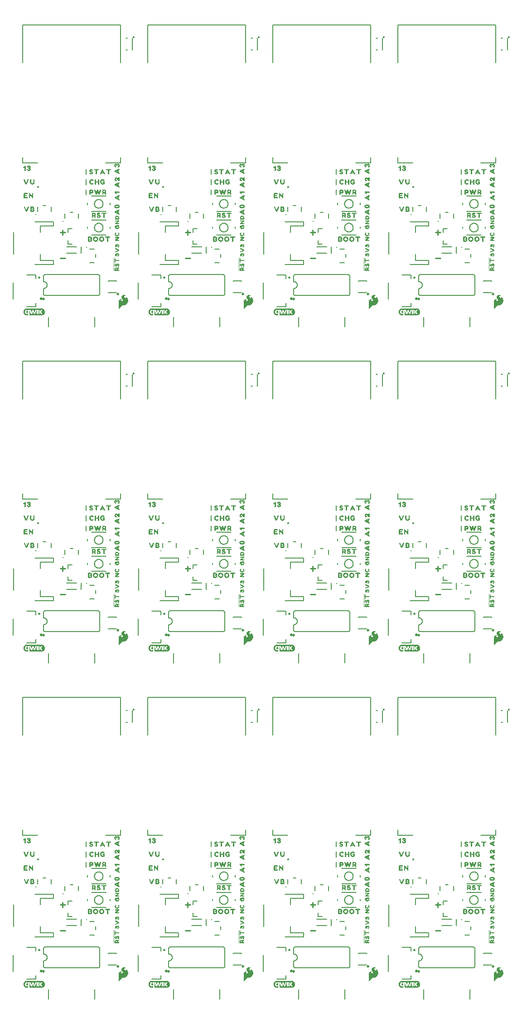
<source format=gto>
G04 EAGLE Gerber RS-274X export*
G75*
%MOMM*%
%FSLAX34Y34*%
%LPD*%
%INSilkscreen Top*%
%IPPOS*%
%AMOC8*
5,1,8,0,0,1.08239X$1,22.5*%
G01*
%ADD10C,0.279400*%
%ADD11C,0.508000*%
%ADD12C,0.254000*%
%ADD13C,0.203200*%
%ADD14C,0.508000*%
%ADD15C,0.127000*%
%ADD16C,0.254000*%
%ADD17C,0.177800*%

G36*
X733930Y43118D02*
X733930Y43118D01*
X733952Y43121D01*
X733960Y43138D01*
X733969Y43143D01*
X733967Y43153D01*
X733974Y43168D01*
X733986Y43584D01*
X733986Y43585D01*
X733986Y46764D01*
X733980Y46773D01*
X733983Y46784D01*
X733963Y46800D01*
X733950Y46821D01*
X733939Y46819D01*
X733930Y46826D01*
X733887Y46812D01*
X733882Y46811D01*
X733882Y46810D01*
X733881Y46810D01*
X733564Y46512D01*
X733153Y46197D01*
X732688Y45975D01*
X732185Y45855D01*
X731668Y45821D01*
X731150Y45869D01*
X730645Y45987D01*
X730161Y46172D01*
X729712Y46429D01*
X729326Y46774D01*
X729001Y47178D01*
X728736Y47624D01*
X728529Y48100D01*
X728404Y48606D01*
X728331Y49124D01*
X728295Y49645D01*
X728335Y50166D01*
X728418Y50682D01*
X728550Y51186D01*
X728766Y51658D01*
X729048Y52093D01*
X729390Y52481D01*
X729790Y52808D01*
X730243Y53060D01*
X730736Y53219D01*
X731248Y53307D01*
X731767Y53340D01*
X732282Y53284D01*
X732777Y53135D01*
X733235Y52898D01*
X733640Y52569D01*
X733641Y52568D01*
X733642Y52567D01*
X733886Y52382D01*
X733894Y52382D01*
X733898Y52375D01*
X733926Y52379D01*
X733954Y52377D01*
X733957Y52384D01*
X733965Y52385D01*
X733986Y52432D01*
X733986Y53037D01*
X733997Y53263D01*
X736297Y53263D01*
X736293Y53017D01*
X736301Y53005D01*
X736321Y43359D01*
X736321Y43358D01*
X736321Y43356D01*
X736330Y43166D01*
X736342Y43149D01*
X736345Y43128D01*
X736363Y43120D01*
X736370Y43111D01*
X736379Y43113D01*
X736393Y43107D01*
X758971Y43109D01*
X758973Y43110D01*
X758977Y43109D01*
X760031Y43215D01*
X760034Y43217D01*
X760038Y43216D01*
X760553Y43328D01*
X760556Y43330D01*
X760560Y43329D01*
X761565Y43658D01*
X761569Y43662D01*
X761576Y43663D01*
X762507Y44168D01*
X762509Y44172D01*
X762516Y44174D01*
X763345Y44830D01*
X763346Y44833D01*
X763350Y44835D01*
X763727Y45203D01*
X763728Y45206D01*
X763732Y45208D01*
X764399Y46031D01*
X764399Y46036D01*
X764405Y46040D01*
X764911Y46971D01*
X764910Y46976D01*
X764914Y46980D01*
X765098Y47474D01*
X765097Y47476D01*
X765099Y47478D01*
X765256Y47983D01*
X765255Y47985D01*
X765257Y47987D01*
X765381Y48500D01*
X765379Y48504D01*
X765382Y48508D01*
X765489Y49562D01*
X765486Y49567D01*
X765489Y49574D01*
X765399Y50628D01*
X765398Y50630D01*
X765399Y50634D01*
X765308Y51153D01*
X765306Y51156D01*
X765306Y51161D01*
X764992Y52173D01*
X764988Y52176D01*
X764988Y52184D01*
X764487Y53117D01*
X764484Y53118D01*
X764483Y53123D01*
X764180Y53555D01*
X764178Y53556D01*
X764177Y53559D01*
X763840Y53968D01*
X763839Y53968D01*
X763838Y53970D01*
X763808Y54004D01*
X763751Y54066D01*
X763751Y54067D01*
X763694Y54129D01*
X763637Y54192D01*
X763524Y54317D01*
X763524Y54318D01*
X763484Y54361D01*
X763480Y54362D01*
X763477Y54368D01*
X762660Y55042D01*
X762655Y55042D01*
X762651Y55048D01*
X761726Y55563D01*
X761723Y55563D01*
X761719Y55566D01*
X761233Y55768D01*
X761230Y55768D01*
X761226Y55771D01*
X760212Y56072D01*
X760207Y56071D01*
X760201Y56074D01*
X759146Y56181D01*
X758957Y56200D01*
X758954Y56198D01*
X758951Y56200D01*
X731935Y56200D01*
X731933Y56198D01*
X731929Y56200D01*
X730875Y56095D01*
X730872Y56093D01*
X730869Y56094D01*
X730352Y55990D01*
X730350Y55988D01*
X730345Y55989D01*
X729337Y55666D01*
X729333Y55662D01*
X729326Y55662D01*
X728395Y55156D01*
X728393Y55153D01*
X728387Y55152D01*
X727963Y54838D01*
X727962Y54837D01*
X727960Y54836D01*
X727551Y54499D01*
X727551Y54497D01*
X727548Y54496D01*
X727166Y54133D01*
X727165Y54129D01*
X727161Y54127D01*
X726488Y53309D01*
X726488Y53304D01*
X726482Y53299D01*
X725976Y52368D01*
X725976Y52364D01*
X725973Y52360D01*
X725783Y51869D01*
X725783Y51867D01*
X725781Y51864D01*
X725624Y51359D01*
X725625Y51357D01*
X725623Y51356D01*
X725492Y50844D01*
X725494Y50840D01*
X725491Y50835D01*
X725384Y49781D01*
X725386Y49777D01*
X725384Y49771D01*
X725413Y49244D01*
X725414Y49243D01*
X725413Y49241D01*
X725466Y48714D01*
X725467Y48713D01*
X725467Y48711D01*
X725550Y48190D01*
X725553Y48187D01*
X725552Y48181D01*
X725866Y47169D01*
X725870Y47166D01*
X725871Y47159D01*
X726365Y46223D01*
X726368Y46221D01*
X726368Y46217D01*
X726665Y45781D01*
X726668Y45780D01*
X726669Y45775D01*
X726786Y45638D01*
X726840Y45575D01*
X726893Y45513D01*
X727054Y45324D01*
X727107Y45262D01*
X727161Y45199D01*
X727214Y45136D01*
X727356Y44970D01*
X727360Y44969D01*
X727363Y44963D01*
X728181Y44288D01*
X728185Y44288D01*
X728190Y44282D01*
X729111Y43762D01*
X729114Y43762D01*
X729117Y43759D01*
X729601Y43550D01*
X729604Y43550D01*
X729607Y43547D01*
X730620Y43238D01*
X730625Y43240D01*
X730632Y43236D01*
X731686Y43130D01*
X731688Y43131D01*
X731690Y43130D01*
X732218Y43107D01*
X732219Y43107D01*
X732221Y43107D01*
X733912Y43107D01*
X733930Y43118D01*
G37*
G36*
X500250Y670498D02*
X500250Y670498D01*
X500272Y670501D01*
X500280Y670518D01*
X500289Y670523D01*
X500287Y670533D01*
X500294Y670548D01*
X500306Y670964D01*
X500306Y670965D01*
X500306Y674144D01*
X500300Y674153D01*
X500303Y674164D01*
X500283Y674180D01*
X500270Y674201D01*
X500259Y674199D01*
X500250Y674206D01*
X500207Y674192D01*
X500202Y674191D01*
X500202Y674190D01*
X500201Y674190D01*
X499884Y673892D01*
X499473Y673577D01*
X499008Y673355D01*
X498505Y673235D01*
X497988Y673201D01*
X497470Y673249D01*
X496965Y673367D01*
X496481Y673552D01*
X496032Y673809D01*
X495646Y674154D01*
X495321Y674558D01*
X495056Y675004D01*
X494849Y675480D01*
X494724Y675986D01*
X494651Y676504D01*
X494615Y677025D01*
X494655Y677546D01*
X494738Y678062D01*
X494870Y678566D01*
X495086Y679038D01*
X495368Y679473D01*
X495710Y679861D01*
X496110Y680188D01*
X496563Y680440D01*
X497056Y680599D01*
X497568Y680687D01*
X498087Y680720D01*
X498602Y680664D01*
X499097Y680515D01*
X499555Y680278D01*
X499960Y679949D01*
X499961Y679948D01*
X499962Y679947D01*
X500206Y679762D01*
X500214Y679762D01*
X500218Y679755D01*
X500246Y679759D01*
X500274Y679757D01*
X500277Y679764D01*
X500285Y679765D01*
X500306Y679812D01*
X500306Y680417D01*
X500317Y680643D01*
X502617Y680643D01*
X502613Y680397D01*
X502621Y680385D01*
X502641Y670739D01*
X502641Y670738D01*
X502641Y670736D01*
X502650Y670546D01*
X502662Y670529D01*
X502665Y670508D01*
X502683Y670500D01*
X502690Y670491D01*
X502699Y670493D01*
X502713Y670487D01*
X525291Y670489D01*
X525293Y670490D01*
X525297Y670489D01*
X526351Y670595D01*
X526354Y670597D01*
X526358Y670596D01*
X526873Y670708D01*
X526876Y670710D01*
X526880Y670709D01*
X527885Y671038D01*
X527889Y671042D01*
X527896Y671043D01*
X528827Y671548D01*
X528829Y671552D01*
X528836Y671554D01*
X529665Y672210D01*
X529666Y672213D01*
X529670Y672215D01*
X530047Y672583D01*
X530048Y672586D01*
X530052Y672588D01*
X530719Y673411D01*
X530719Y673416D01*
X530725Y673420D01*
X531231Y674351D01*
X531230Y674356D01*
X531234Y674360D01*
X531418Y674854D01*
X531417Y674856D01*
X531419Y674858D01*
X531576Y675363D01*
X531575Y675365D01*
X531577Y675367D01*
X531701Y675880D01*
X531699Y675884D01*
X531702Y675888D01*
X531809Y676942D01*
X531806Y676947D01*
X531809Y676954D01*
X531719Y678008D01*
X531718Y678010D01*
X531719Y678014D01*
X531628Y678533D01*
X531626Y678536D01*
X531626Y678541D01*
X531312Y679553D01*
X531308Y679556D01*
X531308Y679564D01*
X530807Y680497D01*
X530804Y680498D01*
X530803Y680503D01*
X530500Y680935D01*
X530498Y680936D01*
X530497Y680939D01*
X530160Y681348D01*
X530159Y681348D01*
X530158Y681350D01*
X530128Y681384D01*
X530071Y681446D01*
X530071Y681447D01*
X530014Y681509D01*
X529957Y681572D01*
X529844Y681697D01*
X529844Y681698D01*
X529804Y681741D01*
X529800Y681742D01*
X529797Y681748D01*
X528980Y682422D01*
X528975Y682422D01*
X528971Y682428D01*
X528046Y682943D01*
X528043Y682943D01*
X528039Y682946D01*
X527553Y683148D01*
X527550Y683148D01*
X527546Y683151D01*
X526532Y683452D01*
X526527Y683451D01*
X526521Y683454D01*
X525466Y683561D01*
X525277Y683580D01*
X525274Y683578D01*
X525271Y683580D01*
X498255Y683580D01*
X498253Y683578D01*
X498249Y683580D01*
X497195Y683475D01*
X497192Y683473D01*
X497189Y683474D01*
X496672Y683370D01*
X496670Y683368D01*
X496665Y683369D01*
X495657Y683046D01*
X495653Y683042D01*
X495646Y683042D01*
X494715Y682536D01*
X494713Y682533D01*
X494707Y682532D01*
X494283Y682218D01*
X494282Y682217D01*
X494280Y682216D01*
X493871Y681879D01*
X493871Y681877D01*
X493868Y681876D01*
X493486Y681513D01*
X493485Y681509D01*
X493481Y681507D01*
X492808Y680689D01*
X492808Y680684D01*
X492802Y680679D01*
X492296Y679748D01*
X492296Y679744D01*
X492293Y679740D01*
X492103Y679249D01*
X492103Y679247D01*
X492101Y679244D01*
X491944Y678739D01*
X491945Y678737D01*
X491943Y678736D01*
X491812Y678224D01*
X491814Y678220D01*
X491811Y678215D01*
X491704Y677161D01*
X491706Y677157D01*
X491704Y677151D01*
X491733Y676624D01*
X491734Y676623D01*
X491733Y676621D01*
X491786Y676094D01*
X491787Y676093D01*
X491787Y676091D01*
X491870Y675570D01*
X491873Y675567D01*
X491872Y675561D01*
X492186Y674549D01*
X492190Y674546D01*
X492191Y674539D01*
X492685Y673603D01*
X492688Y673601D01*
X492688Y673597D01*
X492985Y673161D01*
X492988Y673160D01*
X492989Y673155D01*
X493106Y673018D01*
X493160Y672955D01*
X493213Y672893D01*
X493374Y672704D01*
X493427Y672642D01*
X493481Y672579D01*
X493534Y672516D01*
X493676Y672350D01*
X493680Y672349D01*
X493683Y672343D01*
X494501Y671668D01*
X494505Y671668D01*
X494510Y671662D01*
X495431Y671142D01*
X495434Y671142D01*
X495437Y671139D01*
X495921Y670930D01*
X495924Y670930D01*
X495927Y670927D01*
X496940Y670618D01*
X496945Y670620D01*
X496952Y670616D01*
X498006Y670510D01*
X498008Y670511D01*
X498010Y670510D01*
X498538Y670487D01*
X498539Y670487D01*
X498541Y670487D01*
X500232Y670487D01*
X500250Y670498D01*
G37*
G36*
X32890Y670498D02*
X32890Y670498D01*
X32912Y670501D01*
X32920Y670518D01*
X32929Y670523D01*
X32927Y670533D01*
X32934Y670548D01*
X32946Y670964D01*
X32946Y670965D01*
X32946Y674144D01*
X32940Y674153D01*
X32943Y674164D01*
X32923Y674180D01*
X32910Y674201D01*
X32899Y674199D01*
X32890Y674206D01*
X32847Y674192D01*
X32842Y674191D01*
X32842Y674190D01*
X32841Y674190D01*
X32524Y673892D01*
X32113Y673577D01*
X31648Y673355D01*
X31145Y673235D01*
X30628Y673201D01*
X30110Y673249D01*
X29605Y673367D01*
X29121Y673552D01*
X28672Y673809D01*
X28286Y674154D01*
X27961Y674558D01*
X27696Y675004D01*
X27489Y675480D01*
X27364Y675986D01*
X27291Y676504D01*
X27255Y677025D01*
X27295Y677546D01*
X27378Y678062D01*
X27510Y678566D01*
X27726Y679038D01*
X28008Y679473D01*
X28350Y679861D01*
X28750Y680188D01*
X29203Y680440D01*
X29696Y680599D01*
X30208Y680687D01*
X30727Y680720D01*
X31242Y680664D01*
X31737Y680515D01*
X32195Y680278D01*
X32600Y679949D01*
X32601Y679948D01*
X32602Y679947D01*
X32846Y679762D01*
X32854Y679762D01*
X32858Y679755D01*
X32886Y679759D01*
X32914Y679757D01*
X32917Y679764D01*
X32925Y679765D01*
X32946Y679812D01*
X32946Y680417D01*
X32957Y680643D01*
X35257Y680643D01*
X35253Y680397D01*
X35261Y680385D01*
X35281Y670739D01*
X35281Y670738D01*
X35281Y670736D01*
X35290Y670546D01*
X35302Y670529D01*
X35305Y670508D01*
X35323Y670500D01*
X35330Y670491D01*
X35339Y670493D01*
X35353Y670487D01*
X57931Y670489D01*
X57933Y670490D01*
X57937Y670489D01*
X58991Y670595D01*
X58994Y670597D01*
X58998Y670596D01*
X59513Y670708D01*
X59516Y670710D01*
X59520Y670709D01*
X60525Y671038D01*
X60529Y671042D01*
X60536Y671043D01*
X61467Y671548D01*
X61469Y671552D01*
X61476Y671554D01*
X62305Y672210D01*
X62306Y672213D01*
X62310Y672215D01*
X62687Y672583D01*
X62688Y672586D01*
X62692Y672588D01*
X63359Y673411D01*
X63359Y673416D01*
X63365Y673420D01*
X63871Y674351D01*
X63870Y674356D01*
X63874Y674360D01*
X64058Y674854D01*
X64057Y674856D01*
X64059Y674858D01*
X64216Y675363D01*
X64215Y675365D01*
X64217Y675367D01*
X64341Y675880D01*
X64339Y675884D01*
X64342Y675888D01*
X64449Y676942D01*
X64446Y676947D01*
X64449Y676954D01*
X64359Y678008D01*
X64358Y678010D01*
X64359Y678014D01*
X64268Y678533D01*
X64266Y678536D01*
X64266Y678541D01*
X63952Y679553D01*
X63948Y679556D01*
X63948Y679564D01*
X63447Y680497D01*
X63444Y680498D01*
X63443Y680503D01*
X63140Y680935D01*
X63138Y680936D01*
X63137Y680939D01*
X62800Y681348D01*
X62799Y681348D01*
X62798Y681350D01*
X62768Y681384D01*
X62711Y681446D01*
X62711Y681447D01*
X62654Y681509D01*
X62597Y681572D01*
X62484Y681697D01*
X62484Y681698D01*
X62444Y681741D01*
X62440Y681742D01*
X62437Y681748D01*
X61620Y682422D01*
X61615Y682422D01*
X61611Y682428D01*
X60686Y682943D01*
X60683Y682943D01*
X60679Y682946D01*
X60193Y683148D01*
X60190Y683148D01*
X60186Y683151D01*
X59172Y683452D01*
X59167Y683451D01*
X59161Y683454D01*
X58106Y683561D01*
X57917Y683580D01*
X57914Y683578D01*
X57911Y683580D01*
X30895Y683580D01*
X30893Y683578D01*
X30889Y683580D01*
X29835Y683475D01*
X29832Y683473D01*
X29829Y683474D01*
X29312Y683370D01*
X29310Y683368D01*
X29305Y683369D01*
X28297Y683046D01*
X28293Y683042D01*
X28286Y683042D01*
X27355Y682536D01*
X27353Y682533D01*
X27347Y682532D01*
X26923Y682218D01*
X26922Y682217D01*
X26920Y682216D01*
X26511Y681879D01*
X26511Y681877D01*
X26508Y681876D01*
X26126Y681513D01*
X26125Y681509D01*
X26121Y681507D01*
X25448Y680689D01*
X25448Y680684D01*
X25442Y680679D01*
X24936Y679748D01*
X24936Y679744D01*
X24933Y679740D01*
X24743Y679249D01*
X24743Y679247D01*
X24741Y679244D01*
X24584Y678739D01*
X24585Y678737D01*
X24583Y678736D01*
X24452Y678224D01*
X24454Y678220D01*
X24451Y678215D01*
X24344Y677161D01*
X24346Y677157D01*
X24344Y677151D01*
X24373Y676624D01*
X24374Y676623D01*
X24373Y676621D01*
X24426Y676094D01*
X24427Y676093D01*
X24427Y676091D01*
X24510Y675570D01*
X24513Y675567D01*
X24512Y675561D01*
X24826Y674549D01*
X24830Y674546D01*
X24831Y674539D01*
X25325Y673603D01*
X25328Y673601D01*
X25328Y673597D01*
X25625Y673161D01*
X25628Y673160D01*
X25629Y673155D01*
X25746Y673018D01*
X25800Y672955D01*
X25853Y672893D01*
X26014Y672704D01*
X26067Y672642D01*
X26121Y672579D01*
X26174Y672516D01*
X26316Y672350D01*
X26320Y672349D01*
X26323Y672343D01*
X27141Y671668D01*
X27145Y671668D01*
X27150Y671662D01*
X28071Y671142D01*
X28074Y671142D01*
X28077Y671139D01*
X28561Y670930D01*
X28564Y670930D01*
X28567Y670927D01*
X29580Y670618D01*
X29585Y670620D01*
X29592Y670616D01*
X30646Y670510D01*
X30648Y670511D01*
X30650Y670510D01*
X31178Y670487D01*
X31179Y670487D01*
X31181Y670487D01*
X32872Y670487D01*
X32890Y670498D01*
G37*
G36*
X266570Y1297878D02*
X266570Y1297878D01*
X266592Y1297881D01*
X266600Y1297898D01*
X266609Y1297903D01*
X266607Y1297913D01*
X266614Y1297928D01*
X266626Y1298344D01*
X266626Y1298345D01*
X266626Y1301524D01*
X266620Y1301533D01*
X266623Y1301544D01*
X266603Y1301560D01*
X266590Y1301581D01*
X266579Y1301579D01*
X266570Y1301586D01*
X266527Y1301572D01*
X266522Y1301571D01*
X266522Y1301570D01*
X266521Y1301570D01*
X266204Y1301272D01*
X265793Y1300957D01*
X265328Y1300735D01*
X264825Y1300615D01*
X264308Y1300581D01*
X263790Y1300629D01*
X263285Y1300747D01*
X262801Y1300932D01*
X262352Y1301189D01*
X261966Y1301534D01*
X261641Y1301938D01*
X261376Y1302384D01*
X261169Y1302860D01*
X261044Y1303366D01*
X260971Y1303884D01*
X260935Y1304405D01*
X260975Y1304926D01*
X261058Y1305442D01*
X261190Y1305946D01*
X261406Y1306418D01*
X261688Y1306853D01*
X262030Y1307241D01*
X262430Y1307568D01*
X262883Y1307820D01*
X263376Y1307979D01*
X263888Y1308067D01*
X264407Y1308100D01*
X264922Y1308044D01*
X265417Y1307895D01*
X265875Y1307658D01*
X266280Y1307329D01*
X266281Y1307328D01*
X266282Y1307327D01*
X266526Y1307142D01*
X266534Y1307142D01*
X266538Y1307135D01*
X266566Y1307139D01*
X266594Y1307137D01*
X266597Y1307144D01*
X266605Y1307145D01*
X266626Y1307192D01*
X266626Y1307797D01*
X266637Y1308023D01*
X268937Y1308023D01*
X268933Y1307777D01*
X268941Y1307765D01*
X268961Y1298119D01*
X268961Y1298118D01*
X268961Y1298116D01*
X268970Y1297926D01*
X268982Y1297909D01*
X268985Y1297888D01*
X269003Y1297880D01*
X269010Y1297871D01*
X269019Y1297873D01*
X269033Y1297867D01*
X291611Y1297869D01*
X291613Y1297870D01*
X291617Y1297869D01*
X292671Y1297975D01*
X292674Y1297977D01*
X292678Y1297976D01*
X293193Y1298088D01*
X293196Y1298090D01*
X293200Y1298089D01*
X294205Y1298418D01*
X294209Y1298422D01*
X294216Y1298423D01*
X295147Y1298928D01*
X295149Y1298932D01*
X295156Y1298934D01*
X295985Y1299590D01*
X295986Y1299593D01*
X295990Y1299595D01*
X296367Y1299963D01*
X296368Y1299966D01*
X296372Y1299968D01*
X297039Y1300791D01*
X297039Y1300796D01*
X297045Y1300800D01*
X297551Y1301731D01*
X297550Y1301736D01*
X297554Y1301740D01*
X297738Y1302234D01*
X297737Y1302236D01*
X297739Y1302238D01*
X297896Y1302743D01*
X297895Y1302745D01*
X297897Y1302747D01*
X298021Y1303260D01*
X298019Y1303264D01*
X298022Y1303268D01*
X298129Y1304322D01*
X298126Y1304327D01*
X298129Y1304334D01*
X298039Y1305388D01*
X298038Y1305390D01*
X298039Y1305394D01*
X297948Y1305913D01*
X297946Y1305916D01*
X297946Y1305921D01*
X297632Y1306933D01*
X297628Y1306936D01*
X297628Y1306944D01*
X297127Y1307877D01*
X297124Y1307878D01*
X297123Y1307883D01*
X296820Y1308315D01*
X296818Y1308316D01*
X296817Y1308319D01*
X296480Y1308728D01*
X296479Y1308728D01*
X296478Y1308730D01*
X296448Y1308764D01*
X296391Y1308826D01*
X296391Y1308827D01*
X296334Y1308889D01*
X296277Y1308952D01*
X296164Y1309077D01*
X296164Y1309078D01*
X296124Y1309121D01*
X296120Y1309122D01*
X296117Y1309128D01*
X295300Y1309802D01*
X295295Y1309802D01*
X295291Y1309808D01*
X294366Y1310323D01*
X294363Y1310323D01*
X294359Y1310326D01*
X293873Y1310528D01*
X293870Y1310528D01*
X293866Y1310531D01*
X292852Y1310832D01*
X292847Y1310831D01*
X292841Y1310834D01*
X291786Y1310941D01*
X291597Y1310960D01*
X291594Y1310958D01*
X291591Y1310960D01*
X264575Y1310960D01*
X264573Y1310958D01*
X264569Y1310960D01*
X263515Y1310855D01*
X263512Y1310853D01*
X263509Y1310854D01*
X262992Y1310750D01*
X262990Y1310748D01*
X262985Y1310749D01*
X261977Y1310426D01*
X261973Y1310422D01*
X261966Y1310422D01*
X261035Y1309916D01*
X261033Y1309913D01*
X261027Y1309912D01*
X260603Y1309598D01*
X260602Y1309597D01*
X260600Y1309596D01*
X260191Y1309259D01*
X260191Y1309257D01*
X260188Y1309256D01*
X259806Y1308893D01*
X259805Y1308889D01*
X259801Y1308887D01*
X259128Y1308069D01*
X259128Y1308064D01*
X259122Y1308059D01*
X258616Y1307128D01*
X258616Y1307124D01*
X258613Y1307120D01*
X258423Y1306629D01*
X258423Y1306627D01*
X258421Y1306624D01*
X258264Y1306119D01*
X258265Y1306117D01*
X258263Y1306116D01*
X258132Y1305604D01*
X258134Y1305600D01*
X258131Y1305595D01*
X258024Y1304541D01*
X258026Y1304537D01*
X258024Y1304531D01*
X258053Y1304004D01*
X258054Y1304003D01*
X258053Y1304001D01*
X258106Y1303474D01*
X258107Y1303473D01*
X258107Y1303471D01*
X258190Y1302950D01*
X258193Y1302947D01*
X258192Y1302941D01*
X258506Y1301929D01*
X258510Y1301926D01*
X258511Y1301919D01*
X259005Y1300983D01*
X259008Y1300981D01*
X259008Y1300977D01*
X259305Y1300541D01*
X259308Y1300540D01*
X259309Y1300535D01*
X259426Y1300398D01*
X259480Y1300335D01*
X259533Y1300273D01*
X259694Y1300084D01*
X259747Y1300022D01*
X259801Y1299959D01*
X259854Y1299896D01*
X259996Y1299730D01*
X260000Y1299729D01*
X260003Y1299723D01*
X260821Y1299048D01*
X260825Y1299048D01*
X260830Y1299042D01*
X261751Y1298522D01*
X261754Y1298522D01*
X261757Y1298519D01*
X262241Y1298310D01*
X262244Y1298310D01*
X262247Y1298307D01*
X263260Y1297998D01*
X263265Y1298000D01*
X263272Y1297996D01*
X264326Y1297890D01*
X264328Y1297891D01*
X264330Y1297890D01*
X264858Y1297867D01*
X264859Y1297867D01*
X264861Y1297867D01*
X266552Y1297867D01*
X266570Y1297878D01*
G37*
G36*
X733930Y1297878D02*
X733930Y1297878D01*
X733952Y1297881D01*
X733960Y1297898D01*
X733969Y1297903D01*
X733967Y1297913D01*
X733974Y1297928D01*
X733986Y1298344D01*
X733986Y1298345D01*
X733986Y1301524D01*
X733980Y1301533D01*
X733983Y1301544D01*
X733963Y1301560D01*
X733950Y1301581D01*
X733939Y1301579D01*
X733930Y1301586D01*
X733887Y1301572D01*
X733882Y1301571D01*
X733882Y1301570D01*
X733881Y1301570D01*
X733564Y1301272D01*
X733153Y1300957D01*
X732688Y1300735D01*
X732185Y1300615D01*
X731668Y1300581D01*
X731150Y1300629D01*
X730645Y1300747D01*
X730161Y1300932D01*
X729712Y1301189D01*
X729326Y1301534D01*
X729001Y1301938D01*
X728736Y1302384D01*
X728529Y1302860D01*
X728404Y1303366D01*
X728331Y1303884D01*
X728295Y1304405D01*
X728335Y1304926D01*
X728418Y1305442D01*
X728550Y1305946D01*
X728766Y1306418D01*
X729048Y1306853D01*
X729390Y1307241D01*
X729790Y1307568D01*
X730243Y1307820D01*
X730736Y1307979D01*
X731248Y1308067D01*
X731767Y1308100D01*
X732282Y1308044D01*
X732777Y1307895D01*
X733235Y1307658D01*
X733640Y1307329D01*
X733641Y1307328D01*
X733642Y1307327D01*
X733886Y1307142D01*
X733894Y1307142D01*
X733898Y1307135D01*
X733926Y1307139D01*
X733954Y1307137D01*
X733957Y1307144D01*
X733965Y1307145D01*
X733986Y1307192D01*
X733986Y1307797D01*
X733997Y1308023D01*
X736297Y1308023D01*
X736293Y1307777D01*
X736301Y1307765D01*
X736321Y1298119D01*
X736321Y1298118D01*
X736321Y1298116D01*
X736330Y1297926D01*
X736342Y1297909D01*
X736345Y1297888D01*
X736363Y1297880D01*
X736370Y1297871D01*
X736379Y1297873D01*
X736393Y1297867D01*
X758971Y1297869D01*
X758973Y1297870D01*
X758977Y1297869D01*
X760031Y1297975D01*
X760034Y1297977D01*
X760038Y1297976D01*
X760553Y1298088D01*
X760556Y1298090D01*
X760560Y1298089D01*
X761565Y1298418D01*
X761569Y1298422D01*
X761576Y1298423D01*
X762507Y1298928D01*
X762509Y1298932D01*
X762516Y1298934D01*
X763345Y1299590D01*
X763346Y1299593D01*
X763350Y1299595D01*
X763727Y1299963D01*
X763728Y1299966D01*
X763732Y1299968D01*
X764399Y1300791D01*
X764399Y1300796D01*
X764405Y1300800D01*
X764911Y1301731D01*
X764910Y1301736D01*
X764914Y1301740D01*
X765098Y1302234D01*
X765097Y1302236D01*
X765099Y1302238D01*
X765256Y1302743D01*
X765255Y1302745D01*
X765257Y1302747D01*
X765381Y1303260D01*
X765379Y1303264D01*
X765382Y1303268D01*
X765489Y1304322D01*
X765486Y1304327D01*
X765489Y1304334D01*
X765399Y1305388D01*
X765398Y1305390D01*
X765399Y1305394D01*
X765308Y1305913D01*
X765306Y1305916D01*
X765306Y1305921D01*
X764992Y1306933D01*
X764988Y1306936D01*
X764988Y1306944D01*
X764487Y1307877D01*
X764484Y1307878D01*
X764483Y1307883D01*
X764180Y1308315D01*
X764178Y1308316D01*
X764177Y1308319D01*
X763840Y1308728D01*
X763839Y1308728D01*
X763838Y1308730D01*
X763808Y1308764D01*
X763751Y1308826D01*
X763751Y1308827D01*
X763694Y1308889D01*
X763637Y1308952D01*
X763524Y1309077D01*
X763524Y1309078D01*
X763484Y1309121D01*
X763480Y1309122D01*
X763477Y1309128D01*
X762660Y1309802D01*
X762655Y1309802D01*
X762651Y1309808D01*
X761726Y1310323D01*
X761723Y1310323D01*
X761719Y1310326D01*
X761233Y1310528D01*
X761230Y1310528D01*
X761226Y1310531D01*
X760212Y1310832D01*
X760207Y1310831D01*
X760201Y1310834D01*
X759146Y1310941D01*
X758957Y1310960D01*
X758954Y1310958D01*
X758951Y1310960D01*
X731935Y1310960D01*
X731933Y1310958D01*
X731929Y1310960D01*
X730875Y1310855D01*
X730872Y1310853D01*
X730869Y1310854D01*
X730352Y1310750D01*
X730350Y1310748D01*
X730345Y1310749D01*
X729337Y1310426D01*
X729333Y1310422D01*
X729326Y1310422D01*
X728395Y1309916D01*
X728393Y1309913D01*
X728387Y1309912D01*
X727963Y1309598D01*
X727962Y1309597D01*
X727960Y1309596D01*
X727551Y1309259D01*
X727551Y1309257D01*
X727548Y1309256D01*
X727166Y1308893D01*
X727165Y1308889D01*
X727161Y1308887D01*
X726488Y1308069D01*
X726488Y1308064D01*
X726482Y1308059D01*
X725976Y1307128D01*
X725976Y1307124D01*
X725973Y1307120D01*
X725783Y1306629D01*
X725783Y1306627D01*
X725781Y1306624D01*
X725624Y1306119D01*
X725625Y1306117D01*
X725623Y1306116D01*
X725492Y1305604D01*
X725494Y1305600D01*
X725491Y1305595D01*
X725384Y1304541D01*
X725386Y1304537D01*
X725384Y1304531D01*
X725413Y1304004D01*
X725414Y1304003D01*
X725413Y1304001D01*
X725466Y1303474D01*
X725467Y1303473D01*
X725467Y1303471D01*
X725550Y1302950D01*
X725553Y1302947D01*
X725552Y1302941D01*
X725866Y1301929D01*
X725870Y1301926D01*
X725871Y1301919D01*
X726365Y1300983D01*
X726368Y1300981D01*
X726368Y1300977D01*
X726665Y1300541D01*
X726668Y1300540D01*
X726669Y1300535D01*
X726786Y1300398D01*
X726840Y1300335D01*
X726893Y1300273D01*
X727054Y1300084D01*
X727107Y1300022D01*
X727161Y1299959D01*
X727214Y1299896D01*
X727356Y1299730D01*
X727360Y1299729D01*
X727363Y1299723D01*
X728181Y1299048D01*
X728185Y1299048D01*
X728190Y1299042D01*
X729111Y1298522D01*
X729114Y1298522D01*
X729117Y1298519D01*
X729601Y1298310D01*
X729604Y1298310D01*
X729607Y1298307D01*
X730620Y1297998D01*
X730625Y1298000D01*
X730632Y1297996D01*
X731686Y1297890D01*
X731688Y1297891D01*
X731690Y1297890D01*
X732218Y1297867D01*
X732219Y1297867D01*
X732221Y1297867D01*
X733912Y1297867D01*
X733930Y1297878D01*
G37*
G36*
X733930Y670498D02*
X733930Y670498D01*
X733952Y670501D01*
X733960Y670518D01*
X733969Y670523D01*
X733967Y670533D01*
X733974Y670548D01*
X733986Y670964D01*
X733986Y670965D01*
X733986Y674144D01*
X733980Y674153D01*
X733983Y674164D01*
X733963Y674180D01*
X733950Y674201D01*
X733939Y674199D01*
X733930Y674206D01*
X733887Y674192D01*
X733882Y674191D01*
X733882Y674190D01*
X733881Y674190D01*
X733564Y673892D01*
X733153Y673577D01*
X732688Y673355D01*
X732185Y673235D01*
X731668Y673201D01*
X731150Y673249D01*
X730645Y673367D01*
X730161Y673552D01*
X729712Y673809D01*
X729326Y674154D01*
X729001Y674558D01*
X728736Y675004D01*
X728529Y675480D01*
X728404Y675986D01*
X728331Y676504D01*
X728295Y677025D01*
X728335Y677546D01*
X728418Y678062D01*
X728550Y678566D01*
X728766Y679038D01*
X729048Y679473D01*
X729390Y679861D01*
X729790Y680188D01*
X730243Y680440D01*
X730736Y680599D01*
X731248Y680687D01*
X731767Y680720D01*
X732282Y680664D01*
X732777Y680515D01*
X733235Y680278D01*
X733640Y679949D01*
X733641Y679948D01*
X733642Y679947D01*
X733886Y679762D01*
X733894Y679762D01*
X733898Y679755D01*
X733926Y679759D01*
X733954Y679757D01*
X733957Y679764D01*
X733965Y679765D01*
X733986Y679812D01*
X733986Y680417D01*
X733997Y680643D01*
X736297Y680643D01*
X736293Y680397D01*
X736301Y680385D01*
X736321Y670739D01*
X736321Y670738D01*
X736321Y670736D01*
X736330Y670546D01*
X736342Y670529D01*
X736345Y670508D01*
X736363Y670500D01*
X736370Y670491D01*
X736379Y670493D01*
X736393Y670487D01*
X758971Y670489D01*
X758973Y670490D01*
X758977Y670489D01*
X760031Y670595D01*
X760034Y670597D01*
X760038Y670596D01*
X760553Y670708D01*
X760556Y670710D01*
X760560Y670709D01*
X761565Y671038D01*
X761569Y671042D01*
X761576Y671043D01*
X762507Y671548D01*
X762509Y671552D01*
X762516Y671554D01*
X763345Y672210D01*
X763346Y672213D01*
X763350Y672215D01*
X763727Y672583D01*
X763728Y672586D01*
X763732Y672588D01*
X764399Y673411D01*
X764399Y673416D01*
X764405Y673420D01*
X764911Y674351D01*
X764910Y674356D01*
X764914Y674360D01*
X765098Y674854D01*
X765097Y674856D01*
X765099Y674858D01*
X765256Y675363D01*
X765255Y675365D01*
X765257Y675367D01*
X765381Y675880D01*
X765379Y675884D01*
X765382Y675888D01*
X765489Y676942D01*
X765486Y676947D01*
X765489Y676954D01*
X765399Y678008D01*
X765398Y678010D01*
X765399Y678014D01*
X765308Y678533D01*
X765306Y678536D01*
X765306Y678541D01*
X764992Y679553D01*
X764988Y679556D01*
X764988Y679564D01*
X764487Y680497D01*
X764484Y680498D01*
X764483Y680503D01*
X764180Y680935D01*
X764178Y680936D01*
X764177Y680939D01*
X763840Y681348D01*
X763839Y681348D01*
X763838Y681350D01*
X763808Y681384D01*
X763751Y681446D01*
X763751Y681447D01*
X763694Y681509D01*
X763637Y681572D01*
X763524Y681697D01*
X763524Y681698D01*
X763484Y681741D01*
X763480Y681742D01*
X763477Y681748D01*
X762660Y682422D01*
X762655Y682422D01*
X762651Y682428D01*
X761726Y682943D01*
X761723Y682943D01*
X761719Y682946D01*
X761233Y683148D01*
X761230Y683148D01*
X761226Y683151D01*
X760212Y683452D01*
X760207Y683451D01*
X760201Y683454D01*
X759146Y683561D01*
X758957Y683580D01*
X758954Y683578D01*
X758951Y683580D01*
X731935Y683580D01*
X731933Y683578D01*
X731929Y683580D01*
X730875Y683475D01*
X730872Y683473D01*
X730869Y683474D01*
X730352Y683370D01*
X730350Y683368D01*
X730345Y683369D01*
X729337Y683046D01*
X729333Y683042D01*
X729326Y683042D01*
X728395Y682536D01*
X728393Y682533D01*
X728387Y682532D01*
X727963Y682218D01*
X727962Y682217D01*
X727960Y682216D01*
X727551Y681879D01*
X727551Y681877D01*
X727548Y681876D01*
X727166Y681513D01*
X727165Y681509D01*
X727161Y681507D01*
X726488Y680689D01*
X726488Y680684D01*
X726482Y680679D01*
X725976Y679748D01*
X725976Y679744D01*
X725973Y679740D01*
X725783Y679249D01*
X725783Y679247D01*
X725781Y679244D01*
X725624Y678739D01*
X725625Y678737D01*
X725623Y678736D01*
X725492Y678224D01*
X725494Y678220D01*
X725491Y678215D01*
X725384Y677161D01*
X725386Y677157D01*
X725384Y677151D01*
X725413Y676624D01*
X725414Y676623D01*
X725413Y676621D01*
X725466Y676094D01*
X725467Y676093D01*
X725467Y676091D01*
X725550Y675570D01*
X725553Y675567D01*
X725552Y675561D01*
X725866Y674549D01*
X725870Y674546D01*
X725871Y674539D01*
X726365Y673603D01*
X726368Y673601D01*
X726368Y673597D01*
X726665Y673161D01*
X726668Y673160D01*
X726669Y673155D01*
X726786Y673018D01*
X726840Y672955D01*
X726893Y672893D01*
X727054Y672704D01*
X727107Y672642D01*
X727161Y672579D01*
X727214Y672516D01*
X727356Y672350D01*
X727360Y672349D01*
X727363Y672343D01*
X728181Y671668D01*
X728185Y671668D01*
X728190Y671662D01*
X729111Y671142D01*
X729114Y671142D01*
X729117Y671139D01*
X729601Y670930D01*
X729604Y670930D01*
X729607Y670927D01*
X730620Y670618D01*
X730625Y670620D01*
X730632Y670616D01*
X731686Y670510D01*
X731688Y670511D01*
X731690Y670510D01*
X732218Y670487D01*
X732219Y670487D01*
X732221Y670487D01*
X733912Y670487D01*
X733930Y670498D01*
G37*
G36*
X500250Y43118D02*
X500250Y43118D01*
X500272Y43121D01*
X500280Y43138D01*
X500289Y43143D01*
X500287Y43153D01*
X500294Y43168D01*
X500306Y43584D01*
X500306Y43585D01*
X500306Y46764D01*
X500300Y46773D01*
X500303Y46784D01*
X500283Y46800D01*
X500270Y46821D01*
X500259Y46819D01*
X500250Y46826D01*
X500207Y46812D01*
X500202Y46811D01*
X500202Y46810D01*
X500201Y46810D01*
X499884Y46512D01*
X499473Y46197D01*
X499008Y45975D01*
X498505Y45855D01*
X497988Y45821D01*
X497470Y45869D01*
X496965Y45987D01*
X496481Y46172D01*
X496032Y46429D01*
X495646Y46774D01*
X495321Y47178D01*
X495056Y47624D01*
X494849Y48100D01*
X494724Y48606D01*
X494651Y49124D01*
X494615Y49645D01*
X494655Y50166D01*
X494738Y50682D01*
X494870Y51186D01*
X495086Y51658D01*
X495368Y52093D01*
X495710Y52481D01*
X496110Y52808D01*
X496563Y53060D01*
X497056Y53219D01*
X497568Y53307D01*
X498087Y53340D01*
X498602Y53284D01*
X499097Y53135D01*
X499555Y52898D01*
X499960Y52569D01*
X499961Y52568D01*
X499962Y52567D01*
X500206Y52382D01*
X500214Y52382D01*
X500218Y52375D01*
X500246Y52379D01*
X500274Y52377D01*
X500277Y52384D01*
X500285Y52385D01*
X500306Y52432D01*
X500306Y53037D01*
X500317Y53263D01*
X502617Y53263D01*
X502613Y53017D01*
X502621Y53005D01*
X502641Y43359D01*
X502641Y43358D01*
X502641Y43356D01*
X502650Y43166D01*
X502662Y43149D01*
X502665Y43128D01*
X502683Y43120D01*
X502690Y43111D01*
X502699Y43113D01*
X502713Y43107D01*
X525291Y43109D01*
X525293Y43110D01*
X525297Y43109D01*
X526351Y43215D01*
X526354Y43217D01*
X526358Y43216D01*
X526873Y43328D01*
X526876Y43330D01*
X526880Y43329D01*
X527885Y43658D01*
X527889Y43662D01*
X527896Y43663D01*
X528827Y44168D01*
X528829Y44172D01*
X528836Y44174D01*
X529665Y44830D01*
X529666Y44833D01*
X529670Y44835D01*
X530047Y45203D01*
X530048Y45206D01*
X530052Y45208D01*
X530719Y46031D01*
X530719Y46036D01*
X530725Y46040D01*
X531231Y46971D01*
X531230Y46976D01*
X531234Y46980D01*
X531418Y47474D01*
X531417Y47476D01*
X531419Y47478D01*
X531576Y47983D01*
X531575Y47985D01*
X531577Y47987D01*
X531701Y48500D01*
X531699Y48504D01*
X531702Y48508D01*
X531809Y49562D01*
X531806Y49567D01*
X531809Y49574D01*
X531719Y50628D01*
X531718Y50630D01*
X531719Y50634D01*
X531628Y51153D01*
X531626Y51156D01*
X531626Y51161D01*
X531312Y52173D01*
X531308Y52176D01*
X531308Y52184D01*
X530807Y53117D01*
X530804Y53118D01*
X530803Y53123D01*
X530500Y53555D01*
X530498Y53556D01*
X530497Y53559D01*
X530160Y53968D01*
X530159Y53968D01*
X530158Y53970D01*
X530128Y54004D01*
X530071Y54066D01*
X530071Y54067D01*
X530014Y54129D01*
X529957Y54192D01*
X529844Y54317D01*
X529844Y54318D01*
X529804Y54361D01*
X529800Y54362D01*
X529797Y54368D01*
X528980Y55042D01*
X528975Y55042D01*
X528971Y55048D01*
X528046Y55563D01*
X528043Y55563D01*
X528039Y55566D01*
X527553Y55768D01*
X527550Y55768D01*
X527546Y55771D01*
X526532Y56072D01*
X526527Y56071D01*
X526521Y56074D01*
X525466Y56181D01*
X525277Y56200D01*
X525274Y56198D01*
X525271Y56200D01*
X498255Y56200D01*
X498253Y56198D01*
X498249Y56200D01*
X497195Y56095D01*
X497192Y56093D01*
X497189Y56094D01*
X496672Y55990D01*
X496670Y55988D01*
X496665Y55989D01*
X495657Y55666D01*
X495653Y55662D01*
X495646Y55662D01*
X494715Y55156D01*
X494713Y55153D01*
X494707Y55152D01*
X494283Y54838D01*
X494282Y54837D01*
X494280Y54836D01*
X493871Y54499D01*
X493871Y54497D01*
X493868Y54496D01*
X493486Y54133D01*
X493485Y54129D01*
X493481Y54127D01*
X492808Y53309D01*
X492808Y53304D01*
X492802Y53299D01*
X492296Y52368D01*
X492296Y52364D01*
X492293Y52360D01*
X492103Y51869D01*
X492103Y51867D01*
X492101Y51864D01*
X491944Y51359D01*
X491945Y51357D01*
X491943Y51356D01*
X491812Y50844D01*
X491814Y50840D01*
X491811Y50835D01*
X491704Y49781D01*
X491706Y49777D01*
X491704Y49771D01*
X491733Y49244D01*
X491734Y49243D01*
X491733Y49241D01*
X491786Y48714D01*
X491787Y48713D01*
X491787Y48711D01*
X491870Y48190D01*
X491873Y48187D01*
X491872Y48181D01*
X492186Y47169D01*
X492190Y47166D01*
X492191Y47159D01*
X492685Y46223D01*
X492688Y46221D01*
X492688Y46217D01*
X492985Y45781D01*
X492988Y45780D01*
X492989Y45775D01*
X493106Y45638D01*
X493160Y45575D01*
X493213Y45513D01*
X493374Y45324D01*
X493427Y45262D01*
X493481Y45199D01*
X493534Y45136D01*
X493676Y44970D01*
X493680Y44969D01*
X493683Y44963D01*
X494501Y44288D01*
X494505Y44288D01*
X494510Y44282D01*
X495431Y43762D01*
X495434Y43762D01*
X495437Y43759D01*
X495921Y43550D01*
X495924Y43550D01*
X495927Y43547D01*
X496940Y43238D01*
X496945Y43240D01*
X496952Y43236D01*
X498006Y43130D01*
X498008Y43131D01*
X498010Y43130D01*
X498538Y43107D01*
X498539Y43107D01*
X498541Y43107D01*
X500232Y43107D01*
X500250Y43118D01*
G37*
G36*
X266570Y670498D02*
X266570Y670498D01*
X266592Y670501D01*
X266600Y670518D01*
X266609Y670523D01*
X266607Y670533D01*
X266614Y670548D01*
X266626Y670964D01*
X266626Y670965D01*
X266626Y674144D01*
X266620Y674153D01*
X266623Y674164D01*
X266603Y674180D01*
X266590Y674201D01*
X266579Y674199D01*
X266570Y674206D01*
X266527Y674192D01*
X266522Y674191D01*
X266522Y674190D01*
X266521Y674190D01*
X266204Y673892D01*
X265793Y673577D01*
X265328Y673355D01*
X264825Y673235D01*
X264308Y673201D01*
X263790Y673249D01*
X263285Y673367D01*
X262801Y673552D01*
X262352Y673809D01*
X261966Y674154D01*
X261641Y674558D01*
X261376Y675004D01*
X261169Y675480D01*
X261044Y675986D01*
X260971Y676504D01*
X260935Y677025D01*
X260975Y677546D01*
X261058Y678062D01*
X261190Y678566D01*
X261406Y679038D01*
X261688Y679473D01*
X262030Y679861D01*
X262430Y680188D01*
X262883Y680440D01*
X263376Y680599D01*
X263888Y680687D01*
X264407Y680720D01*
X264922Y680664D01*
X265417Y680515D01*
X265875Y680278D01*
X266280Y679949D01*
X266281Y679948D01*
X266282Y679947D01*
X266526Y679762D01*
X266534Y679762D01*
X266538Y679755D01*
X266566Y679759D01*
X266594Y679757D01*
X266597Y679764D01*
X266605Y679765D01*
X266626Y679812D01*
X266626Y680417D01*
X266637Y680643D01*
X268937Y680643D01*
X268933Y680397D01*
X268941Y680385D01*
X268961Y670739D01*
X268961Y670738D01*
X268961Y670736D01*
X268970Y670546D01*
X268982Y670529D01*
X268985Y670508D01*
X269003Y670500D01*
X269010Y670491D01*
X269019Y670493D01*
X269033Y670487D01*
X291611Y670489D01*
X291613Y670490D01*
X291617Y670489D01*
X292671Y670595D01*
X292674Y670597D01*
X292678Y670596D01*
X293193Y670708D01*
X293196Y670710D01*
X293200Y670709D01*
X294205Y671038D01*
X294209Y671042D01*
X294216Y671043D01*
X295147Y671548D01*
X295149Y671552D01*
X295156Y671554D01*
X295985Y672210D01*
X295986Y672213D01*
X295990Y672215D01*
X296367Y672583D01*
X296368Y672586D01*
X296372Y672588D01*
X297039Y673411D01*
X297039Y673416D01*
X297045Y673420D01*
X297551Y674351D01*
X297550Y674356D01*
X297554Y674360D01*
X297738Y674854D01*
X297737Y674856D01*
X297739Y674858D01*
X297896Y675363D01*
X297895Y675365D01*
X297897Y675367D01*
X298021Y675880D01*
X298019Y675884D01*
X298022Y675888D01*
X298129Y676942D01*
X298126Y676947D01*
X298129Y676954D01*
X298039Y678008D01*
X298038Y678010D01*
X298039Y678014D01*
X297948Y678533D01*
X297946Y678536D01*
X297946Y678541D01*
X297632Y679553D01*
X297628Y679556D01*
X297628Y679564D01*
X297127Y680497D01*
X297124Y680498D01*
X297123Y680503D01*
X296820Y680935D01*
X296818Y680936D01*
X296817Y680939D01*
X296480Y681348D01*
X296479Y681348D01*
X296478Y681350D01*
X296448Y681384D01*
X296391Y681446D01*
X296391Y681447D01*
X296334Y681509D01*
X296277Y681572D01*
X296164Y681697D01*
X296164Y681698D01*
X296124Y681741D01*
X296120Y681742D01*
X296117Y681748D01*
X295300Y682422D01*
X295295Y682422D01*
X295291Y682428D01*
X294366Y682943D01*
X294363Y682943D01*
X294359Y682946D01*
X293873Y683148D01*
X293870Y683148D01*
X293866Y683151D01*
X292852Y683452D01*
X292847Y683451D01*
X292841Y683454D01*
X291786Y683561D01*
X291597Y683580D01*
X291594Y683578D01*
X291591Y683580D01*
X264575Y683580D01*
X264573Y683578D01*
X264569Y683580D01*
X263515Y683475D01*
X263512Y683473D01*
X263509Y683474D01*
X262992Y683370D01*
X262990Y683368D01*
X262985Y683369D01*
X261977Y683046D01*
X261973Y683042D01*
X261966Y683042D01*
X261035Y682536D01*
X261033Y682533D01*
X261027Y682532D01*
X260603Y682218D01*
X260602Y682217D01*
X260600Y682216D01*
X260191Y681879D01*
X260191Y681877D01*
X260188Y681876D01*
X259806Y681513D01*
X259805Y681509D01*
X259801Y681507D01*
X259128Y680689D01*
X259128Y680684D01*
X259122Y680679D01*
X258616Y679748D01*
X258616Y679744D01*
X258613Y679740D01*
X258423Y679249D01*
X258423Y679247D01*
X258421Y679244D01*
X258264Y678739D01*
X258265Y678737D01*
X258263Y678736D01*
X258132Y678224D01*
X258134Y678220D01*
X258131Y678215D01*
X258024Y677161D01*
X258026Y677157D01*
X258024Y677151D01*
X258053Y676624D01*
X258054Y676623D01*
X258053Y676621D01*
X258106Y676094D01*
X258107Y676093D01*
X258107Y676091D01*
X258190Y675570D01*
X258193Y675567D01*
X258192Y675561D01*
X258506Y674549D01*
X258510Y674546D01*
X258511Y674539D01*
X259005Y673603D01*
X259008Y673601D01*
X259008Y673597D01*
X259305Y673161D01*
X259308Y673160D01*
X259309Y673155D01*
X259426Y673018D01*
X259480Y672955D01*
X259533Y672893D01*
X259694Y672704D01*
X259747Y672642D01*
X259801Y672579D01*
X259854Y672516D01*
X259996Y672350D01*
X260000Y672349D01*
X260003Y672343D01*
X260821Y671668D01*
X260825Y671668D01*
X260830Y671662D01*
X261751Y671142D01*
X261754Y671142D01*
X261757Y671139D01*
X262241Y670930D01*
X262244Y670930D01*
X262247Y670927D01*
X263260Y670618D01*
X263265Y670620D01*
X263272Y670616D01*
X264326Y670510D01*
X264328Y670511D01*
X264330Y670510D01*
X264858Y670487D01*
X264859Y670487D01*
X264861Y670487D01*
X266552Y670487D01*
X266570Y670498D01*
G37*
G36*
X266570Y43118D02*
X266570Y43118D01*
X266592Y43121D01*
X266600Y43138D01*
X266609Y43143D01*
X266607Y43153D01*
X266614Y43168D01*
X266626Y43584D01*
X266626Y43585D01*
X266626Y46764D01*
X266620Y46773D01*
X266623Y46784D01*
X266603Y46800D01*
X266590Y46821D01*
X266579Y46819D01*
X266570Y46826D01*
X266527Y46812D01*
X266522Y46811D01*
X266522Y46810D01*
X266521Y46810D01*
X266204Y46512D01*
X265793Y46197D01*
X265328Y45975D01*
X264825Y45855D01*
X264308Y45821D01*
X263790Y45869D01*
X263285Y45987D01*
X262801Y46172D01*
X262352Y46429D01*
X261966Y46774D01*
X261641Y47178D01*
X261376Y47624D01*
X261169Y48100D01*
X261044Y48606D01*
X260971Y49124D01*
X260935Y49645D01*
X260975Y50166D01*
X261058Y50682D01*
X261190Y51186D01*
X261406Y51658D01*
X261688Y52093D01*
X262030Y52481D01*
X262430Y52808D01*
X262883Y53060D01*
X263376Y53219D01*
X263888Y53307D01*
X264407Y53340D01*
X264922Y53284D01*
X265417Y53135D01*
X265875Y52898D01*
X266280Y52569D01*
X266281Y52568D01*
X266282Y52567D01*
X266526Y52382D01*
X266534Y52382D01*
X266538Y52375D01*
X266566Y52379D01*
X266594Y52377D01*
X266597Y52384D01*
X266605Y52385D01*
X266626Y52432D01*
X266626Y53037D01*
X266637Y53263D01*
X268937Y53263D01*
X268933Y53017D01*
X268941Y53005D01*
X268961Y43359D01*
X268961Y43358D01*
X268961Y43356D01*
X268970Y43166D01*
X268982Y43149D01*
X268985Y43128D01*
X269003Y43120D01*
X269010Y43111D01*
X269019Y43113D01*
X269033Y43107D01*
X291611Y43109D01*
X291613Y43110D01*
X291617Y43109D01*
X292671Y43215D01*
X292674Y43217D01*
X292678Y43216D01*
X293193Y43328D01*
X293196Y43330D01*
X293200Y43329D01*
X294205Y43658D01*
X294209Y43662D01*
X294216Y43663D01*
X295147Y44168D01*
X295149Y44172D01*
X295156Y44174D01*
X295985Y44830D01*
X295986Y44833D01*
X295990Y44835D01*
X296367Y45203D01*
X296368Y45206D01*
X296372Y45208D01*
X297039Y46031D01*
X297039Y46036D01*
X297045Y46040D01*
X297551Y46971D01*
X297550Y46976D01*
X297554Y46980D01*
X297738Y47474D01*
X297737Y47476D01*
X297739Y47478D01*
X297896Y47983D01*
X297895Y47985D01*
X297897Y47987D01*
X298021Y48500D01*
X298019Y48504D01*
X298022Y48508D01*
X298129Y49562D01*
X298126Y49567D01*
X298129Y49574D01*
X298039Y50628D01*
X298038Y50630D01*
X298039Y50634D01*
X297948Y51153D01*
X297946Y51156D01*
X297946Y51161D01*
X297632Y52173D01*
X297628Y52176D01*
X297628Y52184D01*
X297127Y53117D01*
X297124Y53118D01*
X297123Y53123D01*
X296820Y53555D01*
X296818Y53556D01*
X296817Y53559D01*
X296480Y53968D01*
X296479Y53968D01*
X296478Y53970D01*
X296448Y54004D01*
X296391Y54066D01*
X296391Y54067D01*
X296334Y54129D01*
X296277Y54192D01*
X296164Y54317D01*
X296164Y54318D01*
X296124Y54361D01*
X296120Y54362D01*
X296117Y54368D01*
X295300Y55042D01*
X295295Y55042D01*
X295291Y55048D01*
X294366Y55563D01*
X294363Y55563D01*
X294359Y55566D01*
X293873Y55768D01*
X293870Y55768D01*
X293866Y55771D01*
X292852Y56072D01*
X292847Y56071D01*
X292841Y56074D01*
X291786Y56181D01*
X291597Y56200D01*
X291594Y56198D01*
X291591Y56200D01*
X264575Y56200D01*
X264573Y56198D01*
X264569Y56200D01*
X263515Y56095D01*
X263512Y56093D01*
X263509Y56094D01*
X262992Y55990D01*
X262990Y55988D01*
X262985Y55989D01*
X261977Y55666D01*
X261973Y55662D01*
X261966Y55662D01*
X261035Y55156D01*
X261033Y55153D01*
X261027Y55152D01*
X260603Y54838D01*
X260602Y54837D01*
X260600Y54836D01*
X260191Y54499D01*
X260191Y54497D01*
X260188Y54496D01*
X259806Y54133D01*
X259805Y54129D01*
X259801Y54127D01*
X259128Y53309D01*
X259128Y53304D01*
X259122Y53299D01*
X258616Y52368D01*
X258616Y52364D01*
X258613Y52360D01*
X258423Y51869D01*
X258423Y51867D01*
X258421Y51864D01*
X258264Y51359D01*
X258265Y51357D01*
X258263Y51356D01*
X258132Y50844D01*
X258134Y50840D01*
X258131Y50835D01*
X258024Y49781D01*
X258026Y49777D01*
X258024Y49771D01*
X258053Y49244D01*
X258054Y49243D01*
X258053Y49241D01*
X258106Y48714D01*
X258107Y48713D01*
X258107Y48711D01*
X258190Y48190D01*
X258193Y48187D01*
X258192Y48181D01*
X258506Y47169D01*
X258510Y47166D01*
X258511Y47159D01*
X259005Y46223D01*
X259008Y46221D01*
X259008Y46217D01*
X259305Y45781D01*
X259308Y45780D01*
X259309Y45775D01*
X259426Y45638D01*
X259480Y45575D01*
X259533Y45513D01*
X259694Y45324D01*
X259747Y45262D01*
X259801Y45199D01*
X259854Y45136D01*
X259996Y44970D01*
X260000Y44969D01*
X260003Y44963D01*
X260821Y44288D01*
X260825Y44288D01*
X260830Y44282D01*
X261751Y43762D01*
X261754Y43762D01*
X261757Y43759D01*
X262241Y43550D01*
X262244Y43550D01*
X262247Y43547D01*
X263260Y43238D01*
X263265Y43240D01*
X263272Y43236D01*
X264326Y43130D01*
X264328Y43131D01*
X264330Y43130D01*
X264858Y43107D01*
X264859Y43107D01*
X264861Y43107D01*
X266552Y43107D01*
X266570Y43118D01*
G37*
G36*
X32890Y43118D02*
X32890Y43118D01*
X32912Y43121D01*
X32920Y43138D01*
X32929Y43143D01*
X32927Y43153D01*
X32934Y43168D01*
X32946Y43584D01*
X32946Y43585D01*
X32946Y46764D01*
X32940Y46773D01*
X32943Y46784D01*
X32923Y46800D01*
X32910Y46821D01*
X32899Y46819D01*
X32890Y46826D01*
X32847Y46812D01*
X32842Y46811D01*
X32842Y46810D01*
X32841Y46810D01*
X32524Y46512D01*
X32113Y46197D01*
X31648Y45975D01*
X31145Y45855D01*
X30628Y45821D01*
X30110Y45869D01*
X29605Y45987D01*
X29121Y46172D01*
X28672Y46429D01*
X28286Y46774D01*
X27961Y47178D01*
X27696Y47624D01*
X27489Y48100D01*
X27364Y48606D01*
X27291Y49124D01*
X27255Y49645D01*
X27295Y50166D01*
X27378Y50682D01*
X27510Y51186D01*
X27726Y51658D01*
X28008Y52093D01*
X28350Y52481D01*
X28750Y52808D01*
X29203Y53060D01*
X29696Y53219D01*
X30208Y53307D01*
X30727Y53340D01*
X31242Y53284D01*
X31737Y53135D01*
X32195Y52898D01*
X32600Y52569D01*
X32601Y52568D01*
X32602Y52567D01*
X32846Y52382D01*
X32854Y52382D01*
X32858Y52375D01*
X32886Y52379D01*
X32914Y52377D01*
X32917Y52384D01*
X32925Y52385D01*
X32946Y52432D01*
X32946Y53037D01*
X32957Y53263D01*
X35257Y53263D01*
X35253Y53017D01*
X35261Y53005D01*
X35281Y43359D01*
X35281Y43358D01*
X35281Y43356D01*
X35290Y43166D01*
X35302Y43149D01*
X35305Y43128D01*
X35323Y43120D01*
X35330Y43111D01*
X35339Y43113D01*
X35353Y43107D01*
X57931Y43109D01*
X57933Y43110D01*
X57937Y43109D01*
X58991Y43215D01*
X58994Y43217D01*
X58998Y43216D01*
X59513Y43328D01*
X59516Y43330D01*
X59520Y43329D01*
X60525Y43658D01*
X60529Y43662D01*
X60536Y43663D01*
X61467Y44168D01*
X61469Y44172D01*
X61476Y44174D01*
X62305Y44830D01*
X62306Y44833D01*
X62310Y44835D01*
X62687Y45203D01*
X62688Y45206D01*
X62692Y45208D01*
X63359Y46031D01*
X63359Y46036D01*
X63365Y46040D01*
X63871Y46971D01*
X63870Y46976D01*
X63874Y46980D01*
X64058Y47474D01*
X64057Y47476D01*
X64059Y47478D01*
X64216Y47983D01*
X64215Y47985D01*
X64217Y47987D01*
X64341Y48500D01*
X64339Y48504D01*
X64342Y48508D01*
X64449Y49562D01*
X64446Y49567D01*
X64449Y49574D01*
X64359Y50628D01*
X64358Y50630D01*
X64359Y50634D01*
X64268Y51153D01*
X64266Y51156D01*
X64266Y51161D01*
X63952Y52173D01*
X63948Y52176D01*
X63948Y52184D01*
X63447Y53117D01*
X63444Y53118D01*
X63443Y53123D01*
X63140Y53555D01*
X63138Y53556D01*
X63137Y53559D01*
X62800Y53968D01*
X62799Y53968D01*
X62798Y53970D01*
X62768Y54004D01*
X62711Y54066D01*
X62711Y54067D01*
X62654Y54129D01*
X62597Y54192D01*
X62484Y54317D01*
X62484Y54318D01*
X62444Y54361D01*
X62440Y54362D01*
X62437Y54368D01*
X61620Y55042D01*
X61615Y55042D01*
X61611Y55048D01*
X60686Y55563D01*
X60683Y55563D01*
X60679Y55566D01*
X60193Y55768D01*
X60190Y55768D01*
X60186Y55771D01*
X59172Y56072D01*
X59167Y56071D01*
X59161Y56074D01*
X58106Y56181D01*
X57917Y56200D01*
X57914Y56198D01*
X57911Y56200D01*
X30895Y56200D01*
X30893Y56198D01*
X30889Y56200D01*
X29835Y56095D01*
X29832Y56093D01*
X29829Y56094D01*
X29312Y55990D01*
X29310Y55988D01*
X29305Y55989D01*
X28297Y55666D01*
X28293Y55662D01*
X28286Y55662D01*
X27355Y55156D01*
X27353Y55153D01*
X27347Y55152D01*
X26923Y54838D01*
X26922Y54837D01*
X26920Y54836D01*
X26511Y54499D01*
X26511Y54497D01*
X26508Y54496D01*
X26126Y54133D01*
X26125Y54129D01*
X26121Y54127D01*
X25448Y53309D01*
X25448Y53304D01*
X25442Y53299D01*
X24936Y52368D01*
X24936Y52364D01*
X24933Y52360D01*
X24743Y51869D01*
X24743Y51867D01*
X24741Y51864D01*
X24584Y51359D01*
X24585Y51357D01*
X24583Y51356D01*
X24452Y50844D01*
X24454Y50840D01*
X24451Y50835D01*
X24344Y49781D01*
X24346Y49777D01*
X24344Y49771D01*
X24373Y49244D01*
X24374Y49243D01*
X24373Y49241D01*
X24426Y48714D01*
X24427Y48713D01*
X24427Y48711D01*
X24510Y48190D01*
X24513Y48187D01*
X24512Y48181D01*
X24826Y47169D01*
X24830Y47166D01*
X24831Y47159D01*
X25325Y46223D01*
X25328Y46221D01*
X25328Y46217D01*
X25625Y45781D01*
X25628Y45780D01*
X25629Y45775D01*
X25746Y45638D01*
X25800Y45575D01*
X25853Y45513D01*
X26014Y45324D01*
X26067Y45262D01*
X26121Y45199D01*
X26174Y45136D01*
X26316Y44970D01*
X26320Y44969D01*
X26323Y44963D01*
X27141Y44288D01*
X27145Y44288D01*
X27150Y44282D01*
X28071Y43762D01*
X28074Y43762D01*
X28077Y43759D01*
X28561Y43550D01*
X28564Y43550D01*
X28567Y43547D01*
X29580Y43238D01*
X29585Y43240D01*
X29592Y43236D01*
X30646Y43130D01*
X30648Y43131D01*
X30650Y43130D01*
X31178Y43107D01*
X31179Y43107D01*
X31181Y43107D01*
X32872Y43107D01*
X32890Y43118D01*
G37*
G36*
X32890Y1297878D02*
X32890Y1297878D01*
X32912Y1297881D01*
X32920Y1297898D01*
X32929Y1297903D01*
X32927Y1297913D01*
X32934Y1297928D01*
X32946Y1298344D01*
X32946Y1298345D01*
X32946Y1301524D01*
X32940Y1301533D01*
X32943Y1301544D01*
X32923Y1301560D01*
X32910Y1301581D01*
X32899Y1301579D01*
X32890Y1301586D01*
X32847Y1301572D01*
X32842Y1301571D01*
X32842Y1301570D01*
X32841Y1301570D01*
X32524Y1301272D01*
X32113Y1300957D01*
X31648Y1300735D01*
X31145Y1300615D01*
X30628Y1300581D01*
X30110Y1300629D01*
X29605Y1300747D01*
X29121Y1300932D01*
X28672Y1301189D01*
X28286Y1301534D01*
X27961Y1301938D01*
X27696Y1302384D01*
X27489Y1302860D01*
X27364Y1303366D01*
X27291Y1303884D01*
X27255Y1304405D01*
X27295Y1304926D01*
X27378Y1305442D01*
X27510Y1305946D01*
X27726Y1306418D01*
X28008Y1306853D01*
X28350Y1307241D01*
X28750Y1307568D01*
X29203Y1307820D01*
X29696Y1307979D01*
X30208Y1308067D01*
X30727Y1308100D01*
X31242Y1308044D01*
X31737Y1307895D01*
X32195Y1307658D01*
X32600Y1307329D01*
X32601Y1307328D01*
X32602Y1307327D01*
X32846Y1307142D01*
X32854Y1307142D01*
X32858Y1307135D01*
X32886Y1307139D01*
X32914Y1307137D01*
X32917Y1307144D01*
X32925Y1307145D01*
X32946Y1307192D01*
X32946Y1307797D01*
X32957Y1308023D01*
X35257Y1308023D01*
X35253Y1307777D01*
X35261Y1307765D01*
X35281Y1298119D01*
X35281Y1298118D01*
X35281Y1298116D01*
X35290Y1297926D01*
X35302Y1297909D01*
X35305Y1297888D01*
X35323Y1297880D01*
X35330Y1297871D01*
X35339Y1297873D01*
X35353Y1297867D01*
X57931Y1297869D01*
X57933Y1297870D01*
X57937Y1297869D01*
X58991Y1297975D01*
X58994Y1297977D01*
X58998Y1297976D01*
X59513Y1298088D01*
X59516Y1298090D01*
X59520Y1298089D01*
X60525Y1298418D01*
X60529Y1298422D01*
X60536Y1298423D01*
X61467Y1298928D01*
X61469Y1298932D01*
X61476Y1298934D01*
X62305Y1299590D01*
X62306Y1299593D01*
X62310Y1299595D01*
X62687Y1299963D01*
X62688Y1299966D01*
X62692Y1299968D01*
X63359Y1300791D01*
X63359Y1300796D01*
X63365Y1300800D01*
X63871Y1301731D01*
X63870Y1301736D01*
X63874Y1301740D01*
X64058Y1302234D01*
X64057Y1302236D01*
X64059Y1302238D01*
X64216Y1302743D01*
X64215Y1302745D01*
X64217Y1302747D01*
X64341Y1303260D01*
X64339Y1303264D01*
X64342Y1303268D01*
X64449Y1304322D01*
X64446Y1304327D01*
X64449Y1304334D01*
X64359Y1305388D01*
X64358Y1305390D01*
X64359Y1305394D01*
X64268Y1305913D01*
X64266Y1305916D01*
X64266Y1305921D01*
X63952Y1306933D01*
X63948Y1306936D01*
X63948Y1306944D01*
X63447Y1307877D01*
X63444Y1307878D01*
X63443Y1307883D01*
X63140Y1308315D01*
X63138Y1308316D01*
X63137Y1308319D01*
X62800Y1308728D01*
X62799Y1308728D01*
X62798Y1308730D01*
X62768Y1308764D01*
X62711Y1308826D01*
X62711Y1308827D01*
X62654Y1308889D01*
X62597Y1308952D01*
X62484Y1309077D01*
X62484Y1309078D01*
X62444Y1309121D01*
X62440Y1309122D01*
X62437Y1309128D01*
X61620Y1309802D01*
X61615Y1309802D01*
X61611Y1309808D01*
X60686Y1310323D01*
X60683Y1310323D01*
X60679Y1310326D01*
X60193Y1310528D01*
X60190Y1310528D01*
X60186Y1310531D01*
X59172Y1310832D01*
X59167Y1310831D01*
X59161Y1310834D01*
X58106Y1310941D01*
X57917Y1310960D01*
X57914Y1310958D01*
X57911Y1310960D01*
X30895Y1310960D01*
X30893Y1310958D01*
X30889Y1310960D01*
X29835Y1310855D01*
X29832Y1310853D01*
X29829Y1310854D01*
X29312Y1310750D01*
X29310Y1310748D01*
X29305Y1310749D01*
X28297Y1310426D01*
X28293Y1310422D01*
X28286Y1310422D01*
X27355Y1309916D01*
X27353Y1309913D01*
X27347Y1309912D01*
X26923Y1309598D01*
X26922Y1309597D01*
X26920Y1309596D01*
X26511Y1309259D01*
X26511Y1309257D01*
X26508Y1309256D01*
X26126Y1308893D01*
X26125Y1308889D01*
X26121Y1308887D01*
X25448Y1308069D01*
X25448Y1308064D01*
X25442Y1308059D01*
X24936Y1307128D01*
X24936Y1307124D01*
X24933Y1307120D01*
X24743Y1306629D01*
X24743Y1306627D01*
X24741Y1306624D01*
X24584Y1306119D01*
X24585Y1306117D01*
X24583Y1306116D01*
X24452Y1305604D01*
X24454Y1305600D01*
X24451Y1305595D01*
X24344Y1304541D01*
X24346Y1304537D01*
X24344Y1304531D01*
X24373Y1304004D01*
X24374Y1304003D01*
X24373Y1304001D01*
X24426Y1303474D01*
X24427Y1303473D01*
X24427Y1303471D01*
X24510Y1302950D01*
X24513Y1302947D01*
X24512Y1302941D01*
X24826Y1301929D01*
X24830Y1301926D01*
X24831Y1301919D01*
X25325Y1300983D01*
X25328Y1300981D01*
X25328Y1300977D01*
X25625Y1300541D01*
X25628Y1300540D01*
X25629Y1300535D01*
X25746Y1300398D01*
X25800Y1300335D01*
X25853Y1300273D01*
X26014Y1300084D01*
X26067Y1300022D01*
X26121Y1299959D01*
X26174Y1299896D01*
X26316Y1299730D01*
X26320Y1299729D01*
X26323Y1299723D01*
X27141Y1299048D01*
X27145Y1299048D01*
X27150Y1299042D01*
X28071Y1298522D01*
X28074Y1298522D01*
X28077Y1298519D01*
X28561Y1298310D01*
X28564Y1298310D01*
X28567Y1298307D01*
X29580Y1297998D01*
X29585Y1298000D01*
X29592Y1297996D01*
X30646Y1297890D01*
X30648Y1297891D01*
X30650Y1297890D01*
X31178Y1297867D01*
X31179Y1297867D01*
X31181Y1297867D01*
X32872Y1297867D01*
X32890Y1297878D01*
G37*
G36*
X500250Y1297878D02*
X500250Y1297878D01*
X500272Y1297881D01*
X500280Y1297898D01*
X500289Y1297903D01*
X500287Y1297913D01*
X500294Y1297928D01*
X500306Y1298344D01*
X500306Y1298345D01*
X500306Y1301524D01*
X500300Y1301533D01*
X500303Y1301544D01*
X500283Y1301560D01*
X500270Y1301581D01*
X500259Y1301579D01*
X500250Y1301586D01*
X500207Y1301572D01*
X500202Y1301571D01*
X500202Y1301570D01*
X500201Y1301570D01*
X499884Y1301272D01*
X499473Y1300957D01*
X499008Y1300735D01*
X498505Y1300615D01*
X497988Y1300581D01*
X497470Y1300629D01*
X496965Y1300747D01*
X496481Y1300932D01*
X496032Y1301189D01*
X495646Y1301534D01*
X495321Y1301938D01*
X495056Y1302384D01*
X494849Y1302860D01*
X494724Y1303366D01*
X494651Y1303884D01*
X494615Y1304405D01*
X494655Y1304926D01*
X494738Y1305442D01*
X494870Y1305946D01*
X495086Y1306418D01*
X495368Y1306853D01*
X495710Y1307241D01*
X496110Y1307568D01*
X496563Y1307820D01*
X497056Y1307979D01*
X497568Y1308067D01*
X498087Y1308100D01*
X498602Y1308044D01*
X499097Y1307895D01*
X499555Y1307658D01*
X499960Y1307329D01*
X499961Y1307328D01*
X499962Y1307327D01*
X500206Y1307142D01*
X500214Y1307142D01*
X500218Y1307135D01*
X500246Y1307139D01*
X500274Y1307137D01*
X500277Y1307144D01*
X500285Y1307145D01*
X500306Y1307192D01*
X500306Y1307797D01*
X500317Y1308023D01*
X502617Y1308023D01*
X502613Y1307777D01*
X502621Y1307765D01*
X502641Y1298119D01*
X502641Y1298118D01*
X502641Y1298116D01*
X502650Y1297926D01*
X502662Y1297909D01*
X502665Y1297888D01*
X502683Y1297880D01*
X502690Y1297871D01*
X502699Y1297873D01*
X502713Y1297867D01*
X525291Y1297869D01*
X525293Y1297870D01*
X525297Y1297869D01*
X526351Y1297975D01*
X526354Y1297977D01*
X526358Y1297976D01*
X526873Y1298088D01*
X526876Y1298090D01*
X526880Y1298089D01*
X527885Y1298418D01*
X527889Y1298422D01*
X527896Y1298423D01*
X528827Y1298928D01*
X528829Y1298932D01*
X528836Y1298934D01*
X529665Y1299590D01*
X529666Y1299593D01*
X529670Y1299595D01*
X530047Y1299963D01*
X530048Y1299966D01*
X530052Y1299968D01*
X530719Y1300791D01*
X530719Y1300796D01*
X530725Y1300800D01*
X531231Y1301731D01*
X531230Y1301736D01*
X531234Y1301740D01*
X531418Y1302234D01*
X531417Y1302236D01*
X531419Y1302238D01*
X531576Y1302743D01*
X531575Y1302745D01*
X531577Y1302747D01*
X531701Y1303260D01*
X531699Y1303264D01*
X531702Y1303268D01*
X531809Y1304322D01*
X531806Y1304327D01*
X531809Y1304334D01*
X531719Y1305388D01*
X531718Y1305390D01*
X531719Y1305394D01*
X531628Y1305913D01*
X531626Y1305916D01*
X531626Y1305921D01*
X531312Y1306933D01*
X531308Y1306936D01*
X531308Y1306944D01*
X530807Y1307877D01*
X530804Y1307878D01*
X530803Y1307883D01*
X530500Y1308315D01*
X530498Y1308316D01*
X530497Y1308319D01*
X530160Y1308728D01*
X530159Y1308728D01*
X530158Y1308730D01*
X530128Y1308764D01*
X530071Y1308826D01*
X530071Y1308827D01*
X530014Y1308889D01*
X529957Y1308952D01*
X529844Y1309077D01*
X529844Y1309078D01*
X529804Y1309121D01*
X529800Y1309122D01*
X529797Y1309128D01*
X528980Y1309802D01*
X528975Y1309802D01*
X528971Y1309808D01*
X528046Y1310323D01*
X528043Y1310323D01*
X528039Y1310326D01*
X527553Y1310528D01*
X527550Y1310528D01*
X527546Y1310531D01*
X526532Y1310832D01*
X526527Y1310831D01*
X526521Y1310834D01*
X525466Y1310941D01*
X525277Y1310960D01*
X525274Y1310958D01*
X525271Y1310960D01*
X498255Y1310960D01*
X498253Y1310958D01*
X498249Y1310960D01*
X497195Y1310855D01*
X497192Y1310853D01*
X497189Y1310854D01*
X496672Y1310750D01*
X496670Y1310748D01*
X496665Y1310749D01*
X495657Y1310426D01*
X495653Y1310422D01*
X495646Y1310422D01*
X494715Y1309916D01*
X494713Y1309913D01*
X494707Y1309912D01*
X494283Y1309598D01*
X494282Y1309597D01*
X494280Y1309596D01*
X493871Y1309259D01*
X493871Y1309257D01*
X493868Y1309256D01*
X493486Y1308893D01*
X493485Y1308889D01*
X493481Y1308887D01*
X492808Y1308069D01*
X492808Y1308064D01*
X492802Y1308059D01*
X492296Y1307128D01*
X492296Y1307124D01*
X492293Y1307120D01*
X492103Y1306629D01*
X492103Y1306627D01*
X492101Y1306624D01*
X491944Y1306119D01*
X491945Y1306117D01*
X491943Y1306116D01*
X491812Y1305604D01*
X491814Y1305600D01*
X491811Y1305595D01*
X491704Y1304541D01*
X491706Y1304537D01*
X491704Y1304531D01*
X491733Y1304004D01*
X491734Y1304003D01*
X491733Y1304001D01*
X491786Y1303474D01*
X491787Y1303473D01*
X491787Y1303471D01*
X491870Y1302950D01*
X491873Y1302947D01*
X491872Y1302941D01*
X492186Y1301929D01*
X492190Y1301926D01*
X492191Y1301919D01*
X492685Y1300983D01*
X492688Y1300981D01*
X492688Y1300977D01*
X492985Y1300541D01*
X492988Y1300540D01*
X492989Y1300535D01*
X493106Y1300398D01*
X493160Y1300335D01*
X493213Y1300273D01*
X493374Y1300084D01*
X493427Y1300022D01*
X493481Y1299959D01*
X493534Y1299896D01*
X493676Y1299730D01*
X493680Y1299729D01*
X493683Y1299723D01*
X494501Y1299048D01*
X494505Y1299048D01*
X494510Y1299042D01*
X495431Y1298522D01*
X495434Y1298522D01*
X495437Y1298519D01*
X495921Y1298310D01*
X495924Y1298310D01*
X495927Y1298307D01*
X496940Y1297998D01*
X496945Y1298000D01*
X496952Y1297996D01*
X498006Y1297890D01*
X498008Y1297891D01*
X498010Y1297890D01*
X498538Y1297867D01*
X498539Y1297867D01*
X498541Y1297867D01*
X500232Y1297867D01*
X500250Y1297878D01*
G37*
G36*
X436309Y682681D02*
X436309Y682681D01*
X436371Y682683D01*
X436393Y682696D01*
X436419Y682700D01*
X436490Y682748D01*
X436523Y682766D01*
X436529Y682774D01*
X436539Y682781D01*
X437039Y683281D01*
X437058Y683312D01*
X437096Y683354D01*
X437372Y683814D01*
X437839Y684281D01*
X437847Y684294D01*
X437862Y684307D01*
X438351Y684893D01*
X439539Y686081D01*
X439546Y686092D01*
X439559Y686103D01*
X440749Y687492D01*
X441706Y688448D01*
X442604Y688987D01*
X443101Y689070D01*
X444970Y689070D01*
X444996Y689076D01*
X445033Y689075D01*
X446233Y689275D01*
X446248Y689282D01*
X446270Y689283D01*
X447370Y689583D01*
X447387Y689592D01*
X447411Y689597D01*
X448411Y689997D01*
X448433Y690012D01*
X448466Y690024D01*
X449466Y690624D01*
X449486Y690644D01*
X449520Y690664D01*
X450320Y691364D01*
X450327Y691373D01*
X450339Y691381D01*
X451139Y692181D01*
X451150Y692199D01*
X451170Y692217D01*
X451870Y693117D01*
X451881Y693140D01*
X451902Y693165D01*
X452902Y694965D01*
X452913Y695001D01*
X452938Y695053D01*
X453438Y696953D01*
X453439Y696985D01*
X453450Y697028D01*
X453550Y698728D01*
X453543Y698764D01*
X453544Y698820D01*
X453244Y700420D01*
X453235Y700441D01*
X453231Y700470D01*
X452731Y701970D01*
X452712Y702001D01*
X452691Y702054D01*
X451991Y703154D01*
X451972Y703173D01*
X451954Y703203D01*
X451729Y703456D01*
X451391Y703836D01*
X451154Y704103D01*
X451122Y704125D01*
X451072Y704172D01*
X450272Y704672D01*
X450242Y704683D01*
X450222Y704697D01*
X450187Y704703D01*
X450142Y704723D01*
X450125Y704723D01*
X450108Y704728D01*
X450076Y704724D01*
X450070Y704724D01*
X450062Y704722D01*
X450039Y704719D01*
X449969Y704717D01*
X449954Y704708D01*
X449936Y704706D01*
X449906Y704686D01*
X449901Y704685D01*
X449887Y704673D01*
X449878Y704667D01*
X449817Y704634D01*
X449807Y704619D01*
X449792Y704609D01*
X449776Y704581D01*
X449768Y704575D01*
X449754Y704544D01*
X449717Y704492D01*
X449714Y704473D01*
X449706Y704459D01*
X449704Y704433D01*
X449697Y704416D01*
X449698Y704391D01*
X449690Y704350D01*
X449690Y703512D01*
X449618Y703296D01*
X449558Y703175D01*
X449365Y702982D01*
X449208Y702930D01*
X449017Y702930D01*
X448303Y703109D01*
X447961Y703280D01*
X447690Y703461D01*
X447320Y703738D01*
X446766Y704292D01*
X446423Y704806D01*
X446350Y705097D01*
X446350Y705588D01*
X446422Y705804D01*
X446500Y705959D01*
X446650Y706185D01*
X446971Y706425D01*
X447294Y706587D01*
X447745Y706677D01*
X447752Y706681D01*
X447762Y706681D01*
X448117Y706770D01*
X448580Y706770D01*
X448700Y706710D01*
X448715Y706706D01*
X448728Y706697D01*
X448862Y706671D01*
X448869Y706670D01*
X448870Y706670D01*
X448970Y706670D01*
X448995Y706676D01*
X449021Y706673D01*
X449079Y706695D01*
X449139Y706709D01*
X449159Y706726D01*
X449183Y706735D01*
X449225Y706780D01*
X449272Y706819D01*
X449283Y706843D01*
X449300Y706862D01*
X449318Y706921D01*
X449343Y706978D01*
X449342Y707003D01*
X449350Y707028D01*
X449339Y707089D01*
X449337Y707151D01*
X449324Y707173D01*
X449320Y707199D01*
X449272Y707270D01*
X449254Y707303D01*
X449246Y707309D01*
X449239Y707319D01*
X449139Y707419D01*
X449119Y707431D01*
X449098Y707454D01*
X448698Y707754D01*
X448672Y707766D01*
X448640Y707790D01*
X447240Y708490D01*
X447228Y708493D01*
X447219Y708499D01*
X447190Y708505D01*
X447153Y708521D01*
X446253Y708721D01*
X446219Y708721D01*
X446170Y708730D01*
X445170Y708730D01*
X445142Y708724D01*
X445102Y708724D01*
X444002Y708524D01*
X443967Y708509D01*
X443910Y708491D01*
X443895Y708487D01*
X443892Y708485D01*
X443888Y708484D01*
X442788Y707884D01*
X442768Y707866D01*
X442737Y707850D01*
X441837Y707150D01*
X441817Y707126D01*
X441748Y707052D01*
X441248Y706252D01*
X441236Y706218D01*
X441209Y706170D01*
X440909Y705270D01*
X440906Y705233D01*
X440890Y705150D01*
X440890Y704350D01*
X440897Y704317D01*
X440899Y704268D01*
X441099Y703368D01*
X441116Y703332D01*
X441138Y703265D01*
X441638Y702365D01*
X441660Y702341D01*
X441684Y702300D01*
X442384Y701500D01*
X442385Y701499D01*
X442386Y701497D01*
X443186Y700597D01*
X443194Y700592D01*
X443201Y700581D01*
X443843Y699939D01*
X444090Y699281D01*
X444090Y698712D01*
X443931Y698235D01*
X443610Y697834D01*
X443114Y697503D01*
X442423Y697330D01*
X441708Y697330D01*
X441279Y697416D01*
X440884Y697574D01*
X440366Y698092D01*
X440215Y698319D01*
X440150Y698512D01*
X440150Y698788D01*
X440202Y698945D01*
X440675Y699418D01*
X440890Y699489D01*
X440910Y699502D01*
X440940Y699510D01*
X441340Y699710D01*
X441369Y699734D01*
X441439Y699781D01*
X441539Y699881D01*
X441552Y699902D01*
X441571Y699918D01*
X441597Y699975D01*
X441630Y700028D01*
X441633Y700053D01*
X441643Y700076D01*
X441641Y700139D01*
X441647Y700201D01*
X441638Y700224D01*
X441637Y700249D01*
X441607Y700304D01*
X441585Y700363D01*
X441567Y700380D01*
X441555Y700402D01*
X441485Y700456D01*
X441458Y700480D01*
X441449Y700483D01*
X441440Y700490D01*
X441040Y700690D01*
X441025Y700694D01*
X441012Y700703D01*
X440878Y700729D01*
X440872Y700730D01*
X440871Y700730D01*
X440870Y700730D01*
X439670Y700730D01*
X439644Y700724D01*
X439608Y700725D01*
X439008Y700625D01*
X439002Y700623D01*
X438995Y700623D01*
X438495Y700523D01*
X438469Y700511D01*
X438429Y700503D01*
X437929Y700303D01*
X437898Y700281D01*
X437842Y700254D01*
X437442Y699954D01*
X437438Y699950D01*
X437432Y699947D01*
X436932Y699547D01*
X436915Y699524D01*
X436844Y699446D01*
X436244Y698446D01*
X436232Y698410D01*
X436204Y698354D01*
X436004Y697654D01*
X436003Y697629D01*
X435993Y697597D01*
X435893Y696797D01*
X435895Y696776D01*
X435890Y696750D01*
X435890Y683050D01*
X435896Y683025D01*
X435893Y682999D01*
X435915Y682942D01*
X435929Y682881D01*
X435946Y682861D01*
X435955Y682837D01*
X436000Y682795D01*
X436039Y682748D01*
X436063Y682737D01*
X436082Y682720D01*
X436141Y682702D01*
X436198Y682677D01*
X436223Y682678D01*
X436248Y682670D01*
X436309Y682681D01*
G37*
G36*
X903669Y682681D02*
X903669Y682681D01*
X903731Y682683D01*
X903753Y682696D01*
X903779Y682700D01*
X903850Y682748D01*
X903883Y682766D01*
X903889Y682774D01*
X903899Y682781D01*
X904399Y683281D01*
X904418Y683312D01*
X904456Y683354D01*
X904732Y683814D01*
X905199Y684281D01*
X905207Y684294D01*
X905222Y684307D01*
X905711Y684893D01*
X906899Y686081D01*
X906906Y686092D01*
X906919Y686103D01*
X908109Y687492D01*
X909066Y688448D01*
X909964Y688987D01*
X910461Y689070D01*
X912330Y689070D01*
X912356Y689076D01*
X912393Y689075D01*
X913593Y689275D01*
X913608Y689282D01*
X913630Y689283D01*
X914730Y689583D01*
X914747Y689592D01*
X914771Y689597D01*
X915771Y689997D01*
X915793Y690012D01*
X915826Y690024D01*
X916826Y690624D01*
X916846Y690644D01*
X916880Y690664D01*
X917680Y691364D01*
X917687Y691373D01*
X917699Y691381D01*
X918499Y692181D01*
X918510Y692199D01*
X918530Y692217D01*
X919230Y693117D01*
X919241Y693140D01*
X919262Y693165D01*
X920262Y694965D01*
X920273Y695001D01*
X920298Y695053D01*
X920798Y696953D01*
X920799Y696985D01*
X920810Y697028D01*
X920910Y698728D01*
X920903Y698764D01*
X920904Y698820D01*
X920604Y700420D01*
X920595Y700441D01*
X920591Y700470D01*
X920091Y701970D01*
X920072Y702001D01*
X920051Y702054D01*
X919351Y703154D01*
X919332Y703173D01*
X919314Y703203D01*
X919089Y703456D01*
X918751Y703836D01*
X918514Y704103D01*
X918482Y704125D01*
X918432Y704172D01*
X917632Y704672D01*
X917602Y704683D01*
X917582Y704697D01*
X917547Y704703D01*
X917502Y704723D01*
X917485Y704723D01*
X917468Y704728D01*
X917436Y704724D01*
X917430Y704724D01*
X917422Y704722D01*
X917399Y704719D01*
X917329Y704717D01*
X917314Y704708D01*
X917296Y704706D01*
X917266Y704686D01*
X917261Y704685D01*
X917247Y704673D01*
X917238Y704667D01*
X917177Y704634D01*
X917167Y704619D01*
X917152Y704609D01*
X917136Y704581D01*
X917128Y704575D01*
X917114Y704544D01*
X917077Y704492D01*
X917074Y704473D01*
X917066Y704459D01*
X917064Y704433D01*
X917057Y704416D01*
X917058Y704391D01*
X917050Y704350D01*
X917050Y703512D01*
X916978Y703296D01*
X916918Y703175D01*
X916725Y702982D01*
X916568Y702930D01*
X916377Y702930D01*
X915663Y703109D01*
X915321Y703280D01*
X915050Y703461D01*
X914680Y703738D01*
X914126Y704292D01*
X913783Y704806D01*
X913710Y705097D01*
X913710Y705588D01*
X913782Y705804D01*
X913860Y705959D01*
X914010Y706185D01*
X914331Y706425D01*
X914654Y706587D01*
X915105Y706677D01*
X915112Y706681D01*
X915122Y706681D01*
X915477Y706770D01*
X915940Y706770D01*
X916060Y706710D01*
X916075Y706706D01*
X916088Y706697D01*
X916222Y706671D01*
X916229Y706670D01*
X916230Y706670D01*
X916330Y706670D01*
X916355Y706676D01*
X916381Y706673D01*
X916439Y706695D01*
X916499Y706709D01*
X916519Y706726D01*
X916543Y706735D01*
X916585Y706780D01*
X916632Y706819D01*
X916643Y706843D01*
X916660Y706862D01*
X916678Y706921D01*
X916703Y706978D01*
X916702Y707003D01*
X916710Y707028D01*
X916699Y707089D01*
X916697Y707151D01*
X916684Y707173D01*
X916680Y707199D01*
X916632Y707270D01*
X916614Y707303D01*
X916606Y707309D01*
X916599Y707319D01*
X916499Y707419D01*
X916479Y707431D01*
X916458Y707454D01*
X916058Y707754D01*
X916032Y707766D01*
X916000Y707790D01*
X914600Y708490D01*
X914588Y708493D01*
X914579Y708499D01*
X914550Y708505D01*
X914513Y708521D01*
X913613Y708721D01*
X913579Y708721D01*
X913530Y708730D01*
X912530Y708730D01*
X912502Y708724D01*
X912462Y708724D01*
X911362Y708524D01*
X911327Y708509D01*
X911270Y708491D01*
X911255Y708487D01*
X911252Y708485D01*
X911248Y708484D01*
X910148Y707884D01*
X910128Y707866D01*
X910097Y707850D01*
X909197Y707150D01*
X909177Y707126D01*
X909108Y707052D01*
X908608Y706252D01*
X908596Y706218D01*
X908569Y706170D01*
X908269Y705270D01*
X908266Y705233D01*
X908250Y705150D01*
X908250Y704350D01*
X908257Y704317D01*
X908259Y704268D01*
X908459Y703368D01*
X908476Y703332D01*
X908498Y703265D01*
X908998Y702365D01*
X909020Y702341D01*
X909044Y702300D01*
X909744Y701500D01*
X909745Y701499D01*
X909746Y701497D01*
X910546Y700597D01*
X910554Y700592D01*
X910561Y700581D01*
X911203Y699939D01*
X911450Y699281D01*
X911450Y698712D01*
X911291Y698235D01*
X910970Y697834D01*
X910474Y697503D01*
X909783Y697330D01*
X909068Y697330D01*
X908639Y697416D01*
X908244Y697574D01*
X907726Y698092D01*
X907575Y698319D01*
X907510Y698512D01*
X907510Y698788D01*
X907562Y698945D01*
X908035Y699418D01*
X908250Y699489D01*
X908270Y699502D01*
X908300Y699510D01*
X908700Y699710D01*
X908729Y699734D01*
X908799Y699781D01*
X908899Y699881D01*
X908912Y699902D01*
X908931Y699918D01*
X908957Y699975D01*
X908990Y700028D01*
X908993Y700053D01*
X909003Y700076D01*
X909001Y700139D01*
X909007Y700201D01*
X908998Y700224D01*
X908997Y700249D01*
X908967Y700304D01*
X908945Y700363D01*
X908927Y700380D01*
X908915Y700402D01*
X908845Y700456D01*
X908818Y700480D01*
X908809Y700483D01*
X908800Y700490D01*
X908400Y700690D01*
X908385Y700694D01*
X908372Y700703D01*
X908238Y700729D01*
X908232Y700730D01*
X908231Y700730D01*
X908230Y700730D01*
X907030Y700730D01*
X907004Y700724D01*
X906968Y700725D01*
X906368Y700625D01*
X906362Y700623D01*
X906355Y700623D01*
X905855Y700523D01*
X905829Y700511D01*
X905789Y700503D01*
X905289Y700303D01*
X905258Y700281D01*
X905202Y700254D01*
X904802Y699954D01*
X904798Y699950D01*
X904792Y699947D01*
X904292Y699547D01*
X904275Y699524D01*
X904204Y699446D01*
X903604Y698446D01*
X903592Y698410D01*
X903564Y698354D01*
X903364Y697654D01*
X903363Y697629D01*
X903353Y697597D01*
X903253Y696797D01*
X903255Y696776D01*
X903250Y696750D01*
X903250Y683050D01*
X903256Y683025D01*
X903253Y682999D01*
X903275Y682942D01*
X903289Y682881D01*
X903306Y682861D01*
X903315Y682837D01*
X903360Y682795D01*
X903399Y682748D01*
X903423Y682737D01*
X903442Y682720D01*
X903501Y682702D01*
X903558Y682677D01*
X903583Y682678D01*
X903608Y682670D01*
X903669Y682681D01*
G37*
G36*
X669989Y682681D02*
X669989Y682681D01*
X670051Y682683D01*
X670073Y682696D01*
X670099Y682700D01*
X670170Y682748D01*
X670203Y682766D01*
X670209Y682774D01*
X670219Y682781D01*
X670719Y683281D01*
X670738Y683312D01*
X670776Y683354D01*
X671052Y683814D01*
X671519Y684281D01*
X671527Y684294D01*
X671542Y684307D01*
X672031Y684893D01*
X673219Y686081D01*
X673226Y686092D01*
X673239Y686103D01*
X674429Y687492D01*
X675386Y688448D01*
X676284Y688987D01*
X676781Y689070D01*
X678650Y689070D01*
X678676Y689076D01*
X678713Y689075D01*
X679913Y689275D01*
X679928Y689282D01*
X679950Y689283D01*
X681050Y689583D01*
X681067Y689592D01*
X681091Y689597D01*
X682091Y689997D01*
X682113Y690012D01*
X682146Y690024D01*
X683146Y690624D01*
X683166Y690644D01*
X683200Y690664D01*
X684000Y691364D01*
X684007Y691373D01*
X684019Y691381D01*
X684819Y692181D01*
X684830Y692199D01*
X684850Y692217D01*
X685550Y693117D01*
X685561Y693140D01*
X685582Y693165D01*
X686582Y694965D01*
X686593Y695001D01*
X686618Y695053D01*
X687118Y696953D01*
X687119Y696985D01*
X687130Y697028D01*
X687230Y698728D01*
X687223Y698764D01*
X687224Y698820D01*
X686924Y700420D01*
X686915Y700441D01*
X686911Y700470D01*
X686411Y701970D01*
X686392Y702001D01*
X686371Y702054D01*
X685671Y703154D01*
X685652Y703173D01*
X685634Y703203D01*
X685409Y703456D01*
X685071Y703836D01*
X684834Y704103D01*
X684802Y704125D01*
X684752Y704172D01*
X683952Y704672D01*
X683922Y704683D01*
X683902Y704697D01*
X683867Y704703D01*
X683822Y704723D01*
X683805Y704723D01*
X683788Y704728D01*
X683756Y704724D01*
X683750Y704724D01*
X683742Y704722D01*
X683719Y704719D01*
X683649Y704717D01*
X683634Y704708D01*
X683616Y704706D01*
X683586Y704686D01*
X683581Y704685D01*
X683567Y704673D01*
X683558Y704667D01*
X683497Y704634D01*
X683487Y704619D01*
X683472Y704609D01*
X683456Y704581D01*
X683448Y704575D01*
X683434Y704544D01*
X683397Y704492D01*
X683394Y704473D01*
X683386Y704459D01*
X683384Y704433D01*
X683377Y704416D01*
X683378Y704391D01*
X683370Y704350D01*
X683370Y703512D01*
X683298Y703296D01*
X683238Y703175D01*
X683045Y702982D01*
X682888Y702930D01*
X682697Y702930D01*
X681983Y703109D01*
X681641Y703280D01*
X681370Y703461D01*
X681000Y703738D01*
X680446Y704292D01*
X680103Y704806D01*
X680030Y705097D01*
X680030Y705588D01*
X680102Y705804D01*
X680180Y705959D01*
X680330Y706185D01*
X680651Y706425D01*
X680974Y706587D01*
X681425Y706677D01*
X681432Y706681D01*
X681442Y706681D01*
X681797Y706770D01*
X682260Y706770D01*
X682380Y706710D01*
X682395Y706706D01*
X682408Y706697D01*
X682542Y706671D01*
X682549Y706670D01*
X682550Y706670D01*
X682650Y706670D01*
X682675Y706676D01*
X682701Y706673D01*
X682759Y706695D01*
X682819Y706709D01*
X682839Y706726D01*
X682863Y706735D01*
X682905Y706780D01*
X682952Y706819D01*
X682963Y706843D01*
X682980Y706862D01*
X682998Y706921D01*
X683023Y706978D01*
X683022Y707003D01*
X683030Y707028D01*
X683019Y707089D01*
X683017Y707151D01*
X683004Y707173D01*
X683000Y707199D01*
X682952Y707270D01*
X682934Y707303D01*
X682926Y707309D01*
X682919Y707319D01*
X682819Y707419D01*
X682799Y707431D01*
X682778Y707454D01*
X682378Y707754D01*
X682352Y707766D01*
X682320Y707790D01*
X680920Y708490D01*
X680908Y708493D01*
X680899Y708499D01*
X680870Y708505D01*
X680833Y708521D01*
X679933Y708721D01*
X679899Y708721D01*
X679850Y708730D01*
X678850Y708730D01*
X678822Y708724D01*
X678782Y708724D01*
X677682Y708524D01*
X677647Y708509D01*
X677590Y708491D01*
X677575Y708487D01*
X677572Y708485D01*
X677568Y708484D01*
X676468Y707884D01*
X676448Y707866D01*
X676417Y707850D01*
X675517Y707150D01*
X675497Y707126D01*
X675428Y707052D01*
X674928Y706252D01*
X674916Y706218D01*
X674889Y706170D01*
X674589Y705270D01*
X674586Y705233D01*
X674570Y705150D01*
X674570Y704350D01*
X674577Y704317D01*
X674579Y704268D01*
X674779Y703368D01*
X674796Y703332D01*
X674818Y703265D01*
X675318Y702365D01*
X675340Y702341D01*
X675364Y702300D01*
X676064Y701500D01*
X676065Y701499D01*
X676066Y701497D01*
X676866Y700597D01*
X676874Y700592D01*
X676881Y700581D01*
X677523Y699939D01*
X677770Y699281D01*
X677770Y698712D01*
X677611Y698235D01*
X677290Y697834D01*
X676794Y697503D01*
X676103Y697330D01*
X675388Y697330D01*
X674959Y697416D01*
X674564Y697574D01*
X674046Y698092D01*
X673895Y698319D01*
X673830Y698512D01*
X673830Y698788D01*
X673882Y698945D01*
X674355Y699418D01*
X674570Y699489D01*
X674590Y699502D01*
X674620Y699510D01*
X675020Y699710D01*
X675049Y699734D01*
X675119Y699781D01*
X675219Y699881D01*
X675232Y699902D01*
X675251Y699918D01*
X675277Y699975D01*
X675310Y700028D01*
X675313Y700053D01*
X675323Y700076D01*
X675321Y700139D01*
X675327Y700201D01*
X675318Y700224D01*
X675317Y700249D01*
X675287Y700304D01*
X675265Y700363D01*
X675247Y700380D01*
X675235Y700402D01*
X675165Y700456D01*
X675138Y700480D01*
X675129Y700483D01*
X675120Y700490D01*
X674720Y700690D01*
X674705Y700694D01*
X674692Y700703D01*
X674558Y700729D01*
X674552Y700730D01*
X674551Y700730D01*
X674550Y700730D01*
X673350Y700730D01*
X673324Y700724D01*
X673288Y700725D01*
X672688Y700625D01*
X672682Y700623D01*
X672675Y700623D01*
X672175Y700523D01*
X672149Y700511D01*
X672109Y700503D01*
X671609Y700303D01*
X671578Y700281D01*
X671522Y700254D01*
X671122Y699954D01*
X671118Y699950D01*
X671112Y699947D01*
X670612Y699547D01*
X670595Y699524D01*
X670524Y699446D01*
X669924Y698446D01*
X669912Y698410D01*
X669884Y698354D01*
X669684Y697654D01*
X669683Y697629D01*
X669673Y697597D01*
X669573Y696797D01*
X669575Y696776D01*
X669570Y696750D01*
X669570Y683050D01*
X669576Y683025D01*
X669573Y682999D01*
X669595Y682942D01*
X669609Y682881D01*
X669626Y682861D01*
X669635Y682837D01*
X669680Y682795D01*
X669719Y682748D01*
X669743Y682737D01*
X669762Y682720D01*
X669821Y682702D01*
X669878Y682677D01*
X669903Y682678D01*
X669928Y682670D01*
X669989Y682681D01*
G37*
G36*
X903669Y55301D02*
X903669Y55301D01*
X903731Y55303D01*
X903753Y55316D01*
X903779Y55320D01*
X903850Y55368D01*
X903883Y55386D01*
X903889Y55394D01*
X903899Y55401D01*
X904399Y55901D01*
X904418Y55932D01*
X904456Y55974D01*
X904732Y56434D01*
X905199Y56901D01*
X905207Y56914D01*
X905222Y56927D01*
X905711Y57513D01*
X906899Y58701D01*
X906906Y58712D01*
X906919Y58723D01*
X908109Y60112D01*
X909066Y61068D01*
X909964Y61607D01*
X910461Y61690D01*
X912330Y61690D01*
X912356Y61696D01*
X912393Y61695D01*
X913593Y61895D01*
X913608Y61902D01*
X913630Y61903D01*
X914730Y62203D01*
X914747Y62212D01*
X914771Y62217D01*
X915771Y62617D01*
X915793Y62632D01*
X915826Y62644D01*
X916826Y63244D01*
X916846Y63264D01*
X916880Y63284D01*
X917680Y63984D01*
X917687Y63993D01*
X917699Y64001D01*
X918499Y64801D01*
X918510Y64819D01*
X918530Y64837D01*
X919230Y65737D01*
X919241Y65760D01*
X919262Y65785D01*
X920262Y67585D01*
X920273Y67621D01*
X920298Y67673D01*
X920798Y69573D01*
X920799Y69605D01*
X920810Y69648D01*
X920910Y71348D01*
X920903Y71384D01*
X920904Y71440D01*
X920604Y73040D01*
X920595Y73061D01*
X920591Y73090D01*
X920091Y74590D01*
X920072Y74621D01*
X920051Y74674D01*
X919351Y75774D01*
X919332Y75793D01*
X919314Y75823D01*
X919089Y76076D01*
X918751Y76456D01*
X918514Y76723D01*
X918482Y76745D01*
X918432Y76792D01*
X917632Y77292D01*
X917602Y77303D01*
X917582Y77317D01*
X917547Y77323D01*
X917502Y77343D01*
X917485Y77343D01*
X917468Y77348D01*
X917436Y77344D01*
X917430Y77344D01*
X917422Y77342D01*
X917399Y77339D01*
X917329Y77337D01*
X917314Y77328D01*
X917296Y77326D01*
X917266Y77306D01*
X917261Y77305D01*
X917247Y77293D01*
X917238Y77287D01*
X917177Y77254D01*
X917167Y77239D01*
X917152Y77229D01*
X917136Y77201D01*
X917128Y77195D01*
X917114Y77164D01*
X917077Y77112D01*
X917074Y77093D01*
X917066Y77079D01*
X917064Y77053D01*
X917057Y77036D01*
X917058Y77011D01*
X917050Y76970D01*
X917050Y76132D01*
X916978Y75916D01*
X916918Y75795D01*
X916725Y75602D01*
X916568Y75550D01*
X916377Y75550D01*
X915663Y75729D01*
X915321Y75900D01*
X915050Y76081D01*
X914680Y76358D01*
X914126Y76912D01*
X913783Y77426D01*
X913710Y77717D01*
X913710Y78208D01*
X913782Y78424D01*
X913860Y78579D01*
X914010Y78805D01*
X914331Y79045D01*
X914654Y79207D01*
X915105Y79297D01*
X915112Y79301D01*
X915122Y79301D01*
X915477Y79390D01*
X915940Y79390D01*
X916060Y79330D01*
X916075Y79326D01*
X916088Y79317D01*
X916222Y79291D01*
X916229Y79290D01*
X916230Y79290D01*
X916330Y79290D01*
X916355Y79296D01*
X916381Y79293D01*
X916439Y79315D01*
X916499Y79329D01*
X916519Y79346D01*
X916543Y79355D01*
X916585Y79400D01*
X916632Y79439D01*
X916643Y79463D01*
X916660Y79482D01*
X916678Y79541D01*
X916703Y79598D01*
X916702Y79623D01*
X916710Y79648D01*
X916699Y79709D01*
X916697Y79771D01*
X916684Y79793D01*
X916680Y79819D01*
X916632Y79890D01*
X916614Y79923D01*
X916606Y79929D01*
X916599Y79939D01*
X916499Y80039D01*
X916479Y80051D01*
X916458Y80074D01*
X916058Y80374D01*
X916032Y80386D01*
X916000Y80410D01*
X914600Y81110D01*
X914588Y81113D01*
X914579Y81119D01*
X914550Y81125D01*
X914513Y81141D01*
X913613Y81341D01*
X913579Y81341D01*
X913530Y81350D01*
X912530Y81350D01*
X912502Y81344D01*
X912462Y81344D01*
X911362Y81144D01*
X911327Y81129D01*
X911270Y81111D01*
X911255Y81107D01*
X911252Y81105D01*
X911248Y81104D01*
X910148Y80504D01*
X910128Y80486D01*
X910097Y80470D01*
X909197Y79770D01*
X909177Y79746D01*
X909108Y79672D01*
X908608Y78872D01*
X908596Y78838D01*
X908569Y78790D01*
X908269Y77890D01*
X908266Y77853D01*
X908250Y77770D01*
X908250Y76970D01*
X908257Y76937D01*
X908259Y76888D01*
X908459Y75988D01*
X908476Y75952D01*
X908498Y75885D01*
X908998Y74985D01*
X909020Y74961D01*
X909044Y74920D01*
X909744Y74120D01*
X909745Y74119D01*
X909746Y74117D01*
X910546Y73217D01*
X910554Y73212D01*
X910561Y73201D01*
X911203Y72559D01*
X911450Y71901D01*
X911450Y71332D01*
X911291Y70855D01*
X910970Y70454D01*
X910474Y70123D01*
X909783Y69950D01*
X909068Y69950D01*
X908639Y70036D01*
X908244Y70194D01*
X907726Y70712D01*
X907575Y70939D01*
X907510Y71132D01*
X907510Y71408D01*
X907562Y71565D01*
X908035Y72038D01*
X908250Y72109D01*
X908270Y72122D01*
X908300Y72130D01*
X908700Y72330D01*
X908729Y72354D01*
X908799Y72401D01*
X908899Y72501D01*
X908912Y72522D01*
X908931Y72538D01*
X908957Y72595D01*
X908990Y72648D01*
X908993Y72673D01*
X909003Y72696D01*
X909001Y72759D01*
X909007Y72821D01*
X908998Y72844D01*
X908997Y72869D01*
X908967Y72924D01*
X908945Y72983D01*
X908927Y73000D01*
X908915Y73022D01*
X908845Y73076D01*
X908818Y73100D01*
X908809Y73103D01*
X908800Y73110D01*
X908400Y73310D01*
X908385Y73314D01*
X908372Y73323D01*
X908238Y73349D01*
X908232Y73350D01*
X908231Y73350D01*
X908230Y73350D01*
X907030Y73350D01*
X907004Y73344D01*
X906968Y73345D01*
X906368Y73245D01*
X906362Y73243D01*
X906355Y73243D01*
X905855Y73143D01*
X905829Y73131D01*
X905789Y73123D01*
X905289Y72923D01*
X905258Y72901D01*
X905202Y72874D01*
X904802Y72574D01*
X904798Y72570D01*
X904792Y72567D01*
X904292Y72167D01*
X904275Y72144D01*
X904204Y72066D01*
X903604Y71066D01*
X903592Y71030D01*
X903564Y70974D01*
X903364Y70274D01*
X903363Y70249D01*
X903353Y70217D01*
X903253Y69417D01*
X903255Y69396D01*
X903250Y69370D01*
X903250Y55670D01*
X903256Y55645D01*
X903253Y55619D01*
X903275Y55562D01*
X903289Y55501D01*
X903306Y55481D01*
X903315Y55457D01*
X903360Y55415D01*
X903399Y55368D01*
X903423Y55357D01*
X903442Y55340D01*
X903501Y55322D01*
X903558Y55297D01*
X903583Y55298D01*
X903608Y55290D01*
X903669Y55301D01*
G37*
G36*
X669989Y55301D02*
X669989Y55301D01*
X670051Y55303D01*
X670073Y55316D01*
X670099Y55320D01*
X670170Y55368D01*
X670203Y55386D01*
X670209Y55394D01*
X670219Y55401D01*
X670719Y55901D01*
X670738Y55932D01*
X670776Y55974D01*
X671052Y56434D01*
X671519Y56901D01*
X671527Y56914D01*
X671542Y56927D01*
X672031Y57513D01*
X673219Y58701D01*
X673226Y58712D01*
X673239Y58723D01*
X674429Y60112D01*
X675386Y61068D01*
X676284Y61607D01*
X676781Y61690D01*
X678650Y61690D01*
X678676Y61696D01*
X678713Y61695D01*
X679913Y61895D01*
X679928Y61902D01*
X679950Y61903D01*
X681050Y62203D01*
X681067Y62212D01*
X681091Y62217D01*
X682091Y62617D01*
X682113Y62632D01*
X682146Y62644D01*
X683146Y63244D01*
X683166Y63264D01*
X683200Y63284D01*
X684000Y63984D01*
X684007Y63993D01*
X684019Y64001D01*
X684819Y64801D01*
X684830Y64819D01*
X684850Y64837D01*
X685550Y65737D01*
X685561Y65760D01*
X685582Y65785D01*
X686582Y67585D01*
X686593Y67621D01*
X686618Y67673D01*
X687118Y69573D01*
X687119Y69605D01*
X687130Y69648D01*
X687230Y71348D01*
X687223Y71384D01*
X687224Y71440D01*
X686924Y73040D01*
X686915Y73061D01*
X686911Y73090D01*
X686411Y74590D01*
X686392Y74621D01*
X686371Y74674D01*
X685671Y75774D01*
X685652Y75793D01*
X685634Y75823D01*
X685409Y76076D01*
X685071Y76456D01*
X684834Y76723D01*
X684802Y76745D01*
X684752Y76792D01*
X683952Y77292D01*
X683922Y77303D01*
X683902Y77317D01*
X683867Y77323D01*
X683822Y77343D01*
X683805Y77343D01*
X683788Y77348D01*
X683756Y77344D01*
X683750Y77344D01*
X683742Y77342D01*
X683719Y77339D01*
X683649Y77337D01*
X683634Y77328D01*
X683616Y77326D01*
X683586Y77306D01*
X683581Y77305D01*
X683567Y77293D01*
X683558Y77287D01*
X683497Y77254D01*
X683487Y77239D01*
X683472Y77229D01*
X683456Y77201D01*
X683448Y77195D01*
X683434Y77164D01*
X683397Y77112D01*
X683394Y77093D01*
X683386Y77079D01*
X683384Y77053D01*
X683377Y77036D01*
X683378Y77011D01*
X683370Y76970D01*
X683370Y76132D01*
X683298Y75916D01*
X683238Y75795D01*
X683045Y75602D01*
X682888Y75550D01*
X682697Y75550D01*
X681983Y75729D01*
X681641Y75900D01*
X681370Y76081D01*
X681000Y76358D01*
X680446Y76912D01*
X680103Y77426D01*
X680030Y77717D01*
X680030Y78208D01*
X680102Y78424D01*
X680180Y78579D01*
X680330Y78805D01*
X680651Y79045D01*
X680974Y79207D01*
X681425Y79297D01*
X681432Y79301D01*
X681442Y79301D01*
X681797Y79390D01*
X682260Y79390D01*
X682380Y79330D01*
X682395Y79326D01*
X682408Y79317D01*
X682542Y79291D01*
X682549Y79290D01*
X682550Y79290D01*
X682650Y79290D01*
X682675Y79296D01*
X682701Y79293D01*
X682759Y79315D01*
X682819Y79329D01*
X682839Y79346D01*
X682863Y79355D01*
X682905Y79400D01*
X682952Y79439D01*
X682963Y79463D01*
X682980Y79482D01*
X682998Y79541D01*
X683023Y79598D01*
X683022Y79623D01*
X683030Y79648D01*
X683019Y79709D01*
X683017Y79771D01*
X683004Y79793D01*
X683000Y79819D01*
X682952Y79890D01*
X682934Y79923D01*
X682926Y79929D01*
X682919Y79939D01*
X682819Y80039D01*
X682799Y80051D01*
X682778Y80074D01*
X682378Y80374D01*
X682352Y80386D01*
X682320Y80410D01*
X680920Y81110D01*
X680908Y81113D01*
X680899Y81119D01*
X680870Y81125D01*
X680833Y81141D01*
X679933Y81341D01*
X679899Y81341D01*
X679850Y81350D01*
X678850Y81350D01*
X678822Y81344D01*
X678782Y81344D01*
X677682Y81144D01*
X677647Y81129D01*
X677590Y81111D01*
X677575Y81107D01*
X677572Y81105D01*
X677568Y81104D01*
X676468Y80504D01*
X676448Y80486D01*
X676417Y80470D01*
X675517Y79770D01*
X675497Y79746D01*
X675428Y79672D01*
X674928Y78872D01*
X674916Y78838D01*
X674889Y78790D01*
X674589Y77890D01*
X674586Y77853D01*
X674570Y77770D01*
X674570Y76970D01*
X674577Y76937D01*
X674579Y76888D01*
X674779Y75988D01*
X674796Y75952D01*
X674818Y75885D01*
X675318Y74985D01*
X675340Y74961D01*
X675364Y74920D01*
X676064Y74120D01*
X676065Y74119D01*
X676066Y74117D01*
X676866Y73217D01*
X676874Y73212D01*
X676881Y73201D01*
X677523Y72559D01*
X677770Y71901D01*
X677770Y71332D01*
X677611Y70855D01*
X677290Y70454D01*
X676794Y70123D01*
X676103Y69950D01*
X675388Y69950D01*
X674959Y70036D01*
X674564Y70194D01*
X674046Y70712D01*
X673895Y70939D01*
X673830Y71132D01*
X673830Y71408D01*
X673882Y71565D01*
X674355Y72038D01*
X674570Y72109D01*
X674590Y72122D01*
X674620Y72130D01*
X675020Y72330D01*
X675049Y72354D01*
X675119Y72401D01*
X675219Y72501D01*
X675232Y72522D01*
X675251Y72538D01*
X675277Y72595D01*
X675310Y72648D01*
X675313Y72673D01*
X675323Y72696D01*
X675321Y72759D01*
X675327Y72821D01*
X675318Y72844D01*
X675317Y72869D01*
X675287Y72924D01*
X675265Y72983D01*
X675247Y73000D01*
X675235Y73022D01*
X675165Y73076D01*
X675138Y73100D01*
X675129Y73103D01*
X675120Y73110D01*
X674720Y73310D01*
X674705Y73314D01*
X674692Y73323D01*
X674558Y73349D01*
X674552Y73350D01*
X674551Y73350D01*
X674550Y73350D01*
X673350Y73350D01*
X673324Y73344D01*
X673288Y73345D01*
X672688Y73245D01*
X672682Y73243D01*
X672675Y73243D01*
X672175Y73143D01*
X672149Y73131D01*
X672109Y73123D01*
X671609Y72923D01*
X671578Y72901D01*
X671522Y72874D01*
X671122Y72574D01*
X671118Y72570D01*
X671112Y72567D01*
X670612Y72167D01*
X670595Y72144D01*
X670524Y72066D01*
X669924Y71066D01*
X669912Y71030D01*
X669884Y70974D01*
X669684Y70274D01*
X669683Y70249D01*
X669673Y70217D01*
X669573Y69417D01*
X669575Y69396D01*
X669570Y69370D01*
X669570Y55670D01*
X669576Y55645D01*
X669573Y55619D01*
X669595Y55562D01*
X669609Y55501D01*
X669626Y55481D01*
X669635Y55457D01*
X669680Y55415D01*
X669719Y55368D01*
X669743Y55357D01*
X669762Y55340D01*
X669821Y55322D01*
X669878Y55297D01*
X669903Y55298D01*
X669928Y55290D01*
X669989Y55301D01*
G37*
G36*
X202629Y682681D02*
X202629Y682681D01*
X202691Y682683D01*
X202713Y682696D01*
X202739Y682700D01*
X202810Y682748D01*
X202843Y682766D01*
X202849Y682774D01*
X202859Y682781D01*
X203359Y683281D01*
X203378Y683312D01*
X203416Y683354D01*
X203692Y683814D01*
X204159Y684281D01*
X204167Y684294D01*
X204182Y684307D01*
X204671Y684893D01*
X205859Y686081D01*
X205866Y686092D01*
X205879Y686103D01*
X207069Y687492D01*
X208026Y688448D01*
X208924Y688987D01*
X209421Y689070D01*
X211290Y689070D01*
X211316Y689076D01*
X211353Y689075D01*
X212553Y689275D01*
X212568Y689282D01*
X212590Y689283D01*
X213690Y689583D01*
X213707Y689592D01*
X213731Y689597D01*
X214731Y689997D01*
X214753Y690012D01*
X214786Y690024D01*
X215786Y690624D01*
X215806Y690644D01*
X215840Y690664D01*
X216640Y691364D01*
X216647Y691373D01*
X216659Y691381D01*
X217459Y692181D01*
X217470Y692199D01*
X217490Y692217D01*
X218190Y693117D01*
X218201Y693140D01*
X218222Y693165D01*
X219222Y694965D01*
X219233Y695001D01*
X219258Y695053D01*
X219758Y696953D01*
X219759Y696985D01*
X219770Y697028D01*
X219870Y698728D01*
X219863Y698764D01*
X219864Y698820D01*
X219564Y700420D01*
X219555Y700441D01*
X219551Y700470D01*
X219051Y701970D01*
X219032Y702001D01*
X219011Y702054D01*
X218311Y703154D01*
X218292Y703173D01*
X218274Y703203D01*
X218049Y703456D01*
X217711Y703836D01*
X217474Y704103D01*
X217442Y704125D01*
X217392Y704172D01*
X216592Y704672D01*
X216562Y704683D01*
X216542Y704697D01*
X216507Y704703D01*
X216462Y704723D01*
X216445Y704723D01*
X216428Y704728D01*
X216396Y704724D01*
X216390Y704724D01*
X216382Y704722D01*
X216359Y704719D01*
X216289Y704717D01*
X216274Y704708D01*
X216256Y704706D01*
X216226Y704686D01*
X216221Y704685D01*
X216207Y704673D01*
X216198Y704667D01*
X216137Y704634D01*
X216127Y704619D01*
X216112Y704609D01*
X216096Y704581D01*
X216088Y704575D01*
X216074Y704544D01*
X216037Y704492D01*
X216034Y704473D01*
X216026Y704459D01*
X216024Y704433D01*
X216017Y704416D01*
X216018Y704391D01*
X216010Y704350D01*
X216010Y703512D01*
X215938Y703296D01*
X215878Y703175D01*
X215685Y702982D01*
X215528Y702930D01*
X215337Y702930D01*
X214623Y703109D01*
X214281Y703280D01*
X214010Y703461D01*
X213640Y703738D01*
X213086Y704292D01*
X212743Y704806D01*
X212670Y705097D01*
X212670Y705588D01*
X212742Y705804D01*
X212820Y705959D01*
X212970Y706185D01*
X213291Y706425D01*
X213614Y706587D01*
X214065Y706677D01*
X214072Y706681D01*
X214082Y706681D01*
X214437Y706770D01*
X214900Y706770D01*
X215020Y706710D01*
X215035Y706706D01*
X215048Y706697D01*
X215182Y706671D01*
X215189Y706670D01*
X215190Y706670D01*
X215290Y706670D01*
X215315Y706676D01*
X215341Y706673D01*
X215399Y706695D01*
X215459Y706709D01*
X215479Y706726D01*
X215503Y706735D01*
X215545Y706780D01*
X215592Y706819D01*
X215603Y706843D01*
X215620Y706862D01*
X215638Y706921D01*
X215663Y706978D01*
X215662Y707003D01*
X215670Y707028D01*
X215659Y707089D01*
X215657Y707151D01*
X215644Y707173D01*
X215640Y707199D01*
X215592Y707270D01*
X215574Y707303D01*
X215566Y707309D01*
X215559Y707319D01*
X215459Y707419D01*
X215439Y707431D01*
X215418Y707454D01*
X215018Y707754D01*
X214992Y707766D01*
X214960Y707790D01*
X213560Y708490D01*
X213548Y708493D01*
X213539Y708499D01*
X213510Y708505D01*
X213473Y708521D01*
X212573Y708721D01*
X212539Y708721D01*
X212490Y708730D01*
X211490Y708730D01*
X211462Y708724D01*
X211422Y708724D01*
X210322Y708524D01*
X210287Y708509D01*
X210230Y708491D01*
X210215Y708487D01*
X210212Y708485D01*
X210208Y708484D01*
X209108Y707884D01*
X209088Y707866D01*
X209057Y707850D01*
X208157Y707150D01*
X208137Y707126D01*
X208068Y707052D01*
X207568Y706252D01*
X207556Y706218D01*
X207529Y706170D01*
X207229Y705270D01*
X207226Y705233D01*
X207210Y705150D01*
X207210Y704350D01*
X207217Y704317D01*
X207219Y704268D01*
X207419Y703368D01*
X207436Y703332D01*
X207458Y703265D01*
X207958Y702365D01*
X207980Y702341D01*
X208004Y702300D01*
X208704Y701500D01*
X208705Y701499D01*
X208706Y701497D01*
X209506Y700597D01*
X209514Y700592D01*
X209521Y700581D01*
X210163Y699939D01*
X210410Y699281D01*
X210410Y698712D01*
X210251Y698235D01*
X209930Y697834D01*
X209434Y697503D01*
X208743Y697330D01*
X208028Y697330D01*
X207599Y697416D01*
X207204Y697574D01*
X206686Y698092D01*
X206535Y698319D01*
X206470Y698512D01*
X206470Y698788D01*
X206522Y698945D01*
X206995Y699418D01*
X207210Y699489D01*
X207230Y699502D01*
X207260Y699510D01*
X207660Y699710D01*
X207689Y699734D01*
X207759Y699781D01*
X207859Y699881D01*
X207872Y699902D01*
X207891Y699918D01*
X207917Y699975D01*
X207950Y700028D01*
X207953Y700053D01*
X207963Y700076D01*
X207961Y700139D01*
X207967Y700201D01*
X207958Y700224D01*
X207957Y700249D01*
X207927Y700304D01*
X207905Y700363D01*
X207887Y700380D01*
X207875Y700402D01*
X207805Y700456D01*
X207778Y700480D01*
X207769Y700483D01*
X207760Y700490D01*
X207360Y700690D01*
X207345Y700694D01*
X207332Y700703D01*
X207198Y700729D01*
X207192Y700730D01*
X207191Y700730D01*
X207190Y700730D01*
X205990Y700730D01*
X205964Y700724D01*
X205928Y700725D01*
X205328Y700625D01*
X205322Y700623D01*
X205315Y700623D01*
X204815Y700523D01*
X204789Y700511D01*
X204749Y700503D01*
X204249Y700303D01*
X204218Y700281D01*
X204162Y700254D01*
X203762Y699954D01*
X203758Y699950D01*
X203752Y699947D01*
X203252Y699547D01*
X203235Y699524D01*
X203164Y699446D01*
X202564Y698446D01*
X202552Y698410D01*
X202524Y698354D01*
X202324Y697654D01*
X202323Y697629D01*
X202313Y697597D01*
X202213Y696797D01*
X202215Y696776D01*
X202210Y696750D01*
X202210Y683050D01*
X202216Y683025D01*
X202213Y682999D01*
X202235Y682942D01*
X202249Y682881D01*
X202266Y682861D01*
X202275Y682837D01*
X202320Y682795D01*
X202359Y682748D01*
X202383Y682737D01*
X202402Y682720D01*
X202461Y682702D01*
X202518Y682677D01*
X202543Y682678D01*
X202568Y682670D01*
X202629Y682681D01*
G37*
G36*
X202629Y1310061D02*
X202629Y1310061D01*
X202691Y1310063D01*
X202713Y1310076D01*
X202739Y1310080D01*
X202810Y1310128D01*
X202843Y1310146D01*
X202849Y1310154D01*
X202859Y1310161D01*
X203359Y1310661D01*
X203378Y1310692D01*
X203416Y1310734D01*
X203692Y1311194D01*
X204159Y1311661D01*
X204167Y1311674D01*
X204182Y1311687D01*
X204671Y1312273D01*
X205859Y1313461D01*
X205866Y1313472D01*
X205879Y1313483D01*
X207069Y1314872D01*
X208026Y1315828D01*
X208924Y1316367D01*
X209421Y1316450D01*
X211290Y1316450D01*
X211316Y1316456D01*
X211353Y1316455D01*
X212553Y1316655D01*
X212568Y1316662D01*
X212590Y1316663D01*
X213690Y1316963D01*
X213707Y1316972D01*
X213731Y1316977D01*
X214731Y1317377D01*
X214753Y1317392D01*
X214786Y1317404D01*
X215786Y1318004D01*
X215806Y1318024D01*
X215840Y1318044D01*
X216640Y1318744D01*
X216647Y1318753D01*
X216659Y1318761D01*
X217459Y1319561D01*
X217470Y1319579D01*
X217490Y1319597D01*
X218190Y1320497D01*
X218201Y1320520D01*
X218222Y1320545D01*
X219222Y1322345D01*
X219233Y1322381D01*
X219258Y1322433D01*
X219758Y1324333D01*
X219759Y1324365D01*
X219770Y1324408D01*
X219870Y1326108D01*
X219863Y1326144D01*
X219864Y1326200D01*
X219564Y1327800D01*
X219555Y1327821D01*
X219551Y1327850D01*
X219051Y1329350D01*
X219032Y1329381D01*
X219011Y1329434D01*
X218311Y1330534D01*
X218292Y1330553D01*
X218274Y1330583D01*
X218049Y1330836D01*
X217711Y1331216D01*
X217474Y1331483D01*
X217442Y1331505D01*
X217392Y1331552D01*
X216592Y1332052D01*
X216562Y1332063D01*
X216542Y1332077D01*
X216507Y1332083D01*
X216462Y1332103D01*
X216445Y1332103D01*
X216428Y1332108D01*
X216396Y1332104D01*
X216390Y1332104D01*
X216382Y1332102D01*
X216359Y1332099D01*
X216289Y1332097D01*
X216274Y1332088D01*
X216256Y1332086D01*
X216226Y1332066D01*
X216221Y1332065D01*
X216207Y1332053D01*
X216198Y1332047D01*
X216137Y1332014D01*
X216127Y1331999D01*
X216112Y1331989D01*
X216096Y1331961D01*
X216088Y1331955D01*
X216074Y1331924D01*
X216037Y1331872D01*
X216034Y1331853D01*
X216026Y1331839D01*
X216024Y1331813D01*
X216017Y1331796D01*
X216018Y1331771D01*
X216010Y1331730D01*
X216010Y1330892D01*
X215938Y1330676D01*
X215878Y1330555D01*
X215685Y1330362D01*
X215528Y1330310D01*
X215337Y1330310D01*
X214623Y1330489D01*
X214281Y1330660D01*
X214010Y1330841D01*
X213640Y1331118D01*
X213086Y1331672D01*
X212743Y1332186D01*
X212670Y1332477D01*
X212670Y1332968D01*
X212742Y1333184D01*
X212820Y1333339D01*
X212970Y1333565D01*
X213291Y1333805D01*
X213614Y1333967D01*
X214065Y1334057D01*
X214072Y1334061D01*
X214082Y1334061D01*
X214437Y1334150D01*
X214900Y1334150D01*
X215020Y1334090D01*
X215035Y1334086D01*
X215048Y1334077D01*
X215182Y1334051D01*
X215189Y1334050D01*
X215190Y1334050D01*
X215290Y1334050D01*
X215315Y1334056D01*
X215341Y1334053D01*
X215399Y1334075D01*
X215459Y1334089D01*
X215479Y1334106D01*
X215503Y1334115D01*
X215545Y1334160D01*
X215592Y1334199D01*
X215603Y1334223D01*
X215620Y1334242D01*
X215638Y1334301D01*
X215663Y1334358D01*
X215662Y1334383D01*
X215670Y1334408D01*
X215659Y1334469D01*
X215657Y1334531D01*
X215644Y1334553D01*
X215640Y1334579D01*
X215592Y1334650D01*
X215574Y1334683D01*
X215566Y1334689D01*
X215559Y1334699D01*
X215459Y1334799D01*
X215439Y1334811D01*
X215418Y1334834D01*
X215018Y1335134D01*
X214992Y1335146D01*
X214960Y1335170D01*
X213560Y1335870D01*
X213548Y1335873D01*
X213539Y1335879D01*
X213510Y1335885D01*
X213473Y1335901D01*
X212573Y1336101D01*
X212539Y1336101D01*
X212490Y1336110D01*
X211490Y1336110D01*
X211462Y1336104D01*
X211422Y1336104D01*
X210322Y1335904D01*
X210287Y1335889D01*
X210230Y1335871D01*
X210215Y1335867D01*
X210212Y1335865D01*
X210208Y1335864D01*
X209108Y1335264D01*
X209088Y1335246D01*
X209057Y1335230D01*
X208157Y1334530D01*
X208137Y1334506D01*
X208068Y1334432D01*
X207568Y1333632D01*
X207556Y1333598D01*
X207529Y1333550D01*
X207229Y1332650D01*
X207226Y1332613D01*
X207210Y1332530D01*
X207210Y1331730D01*
X207217Y1331697D01*
X207219Y1331648D01*
X207419Y1330748D01*
X207436Y1330712D01*
X207458Y1330645D01*
X207958Y1329745D01*
X207980Y1329721D01*
X208004Y1329680D01*
X208704Y1328880D01*
X208705Y1328879D01*
X208706Y1328877D01*
X209506Y1327977D01*
X209514Y1327972D01*
X209521Y1327961D01*
X210163Y1327319D01*
X210410Y1326661D01*
X210410Y1326092D01*
X210251Y1325615D01*
X209930Y1325214D01*
X209434Y1324883D01*
X208743Y1324710D01*
X208028Y1324710D01*
X207599Y1324796D01*
X207204Y1324954D01*
X206686Y1325472D01*
X206535Y1325699D01*
X206470Y1325892D01*
X206470Y1326168D01*
X206522Y1326325D01*
X206995Y1326798D01*
X207210Y1326869D01*
X207230Y1326882D01*
X207260Y1326890D01*
X207660Y1327090D01*
X207689Y1327114D01*
X207759Y1327161D01*
X207859Y1327261D01*
X207872Y1327282D01*
X207891Y1327298D01*
X207917Y1327355D01*
X207950Y1327408D01*
X207953Y1327433D01*
X207963Y1327456D01*
X207961Y1327519D01*
X207967Y1327581D01*
X207958Y1327604D01*
X207957Y1327629D01*
X207927Y1327684D01*
X207905Y1327743D01*
X207887Y1327760D01*
X207875Y1327782D01*
X207805Y1327836D01*
X207778Y1327860D01*
X207769Y1327863D01*
X207760Y1327870D01*
X207360Y1328070D01*
X207345Y1328074D01*
X207332Y1328083D01*
X207198Y1328109D01*
X207192Y1328110D01*
X207191Y1328110D01*
X207190Y1328110D01*
X205990Y1328110D01*
X205964Y1328104D01*
X205928Y1328105D01*
X205328Y1328005D01*
X205322Y1328003D01*
X205315Y1328003D01*
X204815Y1327903D01*
X204789Y1327891D01*
X204749Y1327883D01*
X204249Y1327683D01*
X204218Y1327661D01*
X204162Y1327634D01*
X203762Y1327334D01*
X203758Y1327330D01*
X203752Y1327327D01*
X203252Y1326927D01*
X203235Y1326904D01*
X203164Y1326826D01*
X202564Y1325826D01*
X202552Y1325790D01*
X202524Y1325734D01*
X202324Y1325034D01*
X202323Y1325009D01*
X202313Y1324977D01*
X202213Y1324177D01*
X202215Y1324156D01*
X202210Y1324130D01*
X202210Y1310430D01*
X202216Y1310405D01*
X202213Y1310379D01*
X202235Y1310322D01*
X202249Y1310261D01*
X202266Y1310241D01*
X202275Y1310217D01*
X202320Y1310175D01*
X202359Y1310128D01*
X202383Y1310117D01*
X202402Y1310100D01*
X202461Y1310082D01*
X202518Y1310057D01*
X202543Y1310058D01*
X202568Y1310050D01*
X202629Y1310061D01*
G37*
G36*
X903669Y1310061D02*
X903669Y1310061D01*
X903731Y1310063D01*
X903753Y1310076D01*
X903779Y1310080D01*
X903850Y1310128D01*
X903883Y1310146D01*
X903889Y1310154D01*
X903899Y1310161D01*
X904399Y1310661D01*
X904418Y1310692D01*
X904456Y1310734D01*
X904732Y1311194D01*
X905199Y1311661D01*
X905207Y1311674D01*
X905222Y1311687D01*
X905711Y1312273D01*
X906899Y1313461D01*
X906906Y1313472D01*
X906919Y1313483D01*
X908109Y1314872D01*
X909066Y1315828D01*
X909964Y1316367D01*
X910461Y1316450D01*
X912330Y1316450D01*
X912356Y1316456D01*
X912393Y1316455D01*
X913593Y1316655D01*
X913608Y1316662D01*
X913630Y1316663D01*
X914730Y1316963D01*
X914747Y1316972D01*
X914771Y1316977D01*
X915771Y1317377D01*
X915793Y1317392D01*
X915826Y1317404D01*
X916826Y1318004D01*
X916846Y1318024D01*
X916880Y1318044D01*
X917680Y1318744D01*
X917687Y1318753D01*
X917699Y1318761D01*
X918499Y1319561D01*
X918510Y1319579D01*
X918530Y1319597D01*
X919230Y1320497D01*
X919241Y1320520D01*
X919262Y1320545D01*
X920262Y1322345D01*
X920273Y1322381D01*
X920298Y1322433D01*
X920798Y1324333D01*
X920799Y1324365D01*
X920810Y1324408D01*
X920910Y1326108D01*
X920903Y1326144D01*
X920904Y1326200D01*
X920604Y1327800D01*
X920595Y1327821D01*
X920591Y1327850D01*
X920091Y1329350D01*
X920072Y1329381D01*
X920051Y1329434D01*
X919351Y1330534D01*
X919332Y1330553D01*
X919314Y1330583D01*
X919089Y1330836D01*
X918751Y1331216D01*
X918514Y1331483D01*
X918482Y1331505D01*
X918432Y1331552D01*
X917632Y1332052D01*
X917602Y1332063D01*
X917582Y1332077D01*
X917547Y1332083D01*
X917502Y1332103D01*
X917485Y1332103D01*
X917468Y1332108D01*
X917436Y1332104D01*
X917430Y1332104D01*
X917422Y1332102D01*
X917399Y1332099D01*
X917329Y1332097D01*
X917314Y1332088D01*
X917296Y1332086D01*
X917266Y1332066D01*
X917261Y1332065D01*
X917247Y1332053D01*
X917238Y1332047D01*
X917177Y1332014D01*
X917167Y1331999D01*
X917152Y1331989D01*
X917136Y1331961D01*
X917128Y1331955D01*
X917114Y1331924D01*
X917077Y1331872D01*
X917074Y1331853D01*
X917066Y1331839D01*
X917064Y1331813D01*
X917057Y1331796D01*
X917058Y1331771D01*
X917050Y1331730D01*
X917050Y1330892D01*
X916978Y1330676D01*
X916918Y1330555D01*
X916725Y1330362D01*
X916568Y1330310D01*
X916377Y1330310D01*
X915663Y1330489D01*
X915321Y1330660D01*
X915050Y1330841D01*
X914680Y1331118D01*
X914126Y1331672D01*
X913783Y1332186D01*
X913710Y1332477D01*
X913710Y1332968D01*
X913782Y1333184D01*
X913860Y1333339D01*
X914010Y1333565D01*
X914331Y1333805D01*
X914654Y1333967D01*
X915105Y1334057D01*
X915112Y1334061D01*
X915122Y1334061D01*
X915477Y1334150D01*
X915940Y1334150D01*
X916060Y1334090D01*
X916075Y1334086D01*
X916088Y1334077D01*
X916222Y1334051D01*
X916229Y1334050D01*
X916230Y1334050D01*
X916330Y1334050D01*
X916355Y1334056D01*
X916381Y1334053D01*
X916439Y1334075D01*
X916499Y1334089D01*
X916519Y1334106D01*
X916543Y1334115D01*
X916585Y1334160D01*
X916632Y1334199D01*
X916643Y1334223D01*
X916660Y1334242D01*
X916678Y1334301D01*
X916703Y1334358D01*
X916702Y1334383D01*
X916710Y1334408D01*
X916699Y1334469D01*
X916697Y1334531D01*
X916684Y1334553D01*
X916680Y1334579D01*
X916632Y1334650D01*
X916614Y1334683D01*
X916606Y1334689D01*
X916599Y1334699D01*
X916499Y1334799D01*
X916479Y1334811D01*
X916458Y1334834D01*
X916058Y1335134D01*
X916032Y1335146D01*
X916000Y1335170D01*
X914600Y1335870D01*
X914588Y1335873D01*
X914579Y1335879D01*
X914550Y1335885D01*
X914513Y1335901D01*
X913613Y1336101D01*
X913579Y1336101D01*
X913530Y1336110D01*
X912530Y1336110D01*
X912502Y1336104D01*
X912462Y1336104D01*
X911362Y1335904D01*
X911327Y1335889D01*
X911270Y1335871D01*
X911255Y1335867D01*
X911252Y1335865D01*
X911248Y1335864D01*
X910148Y1335264D01*
X910128Y1335246D01*
X910097Y1335230D01*
X909197Y1334530D01*
X909177Y1334506D01*
X909108Y1334432D01*
X908608Y1333632D01*
X908596Y1333598D01*
X908569Y1333550D01*
X908269Y1332650D01*
X908266Y1332613D01*
X908250Y1332530D01*
X908250Y1331730D01*
X908257Y1331697D01*
X908259Y1331648D01*
X908459Y1330748D01*
X908476Y1330712D01*
X908498Y1330645D01*
X908998Y1329745D01*
X909020Y1329721D01*
X909044Y1329680D01*
X909744Y1328880D01*
X909745Y1328879D01*
X909746Y1328877D01*
X910546Y1327977D01*
X910554Y1327972D01*
X910561Y1327961D01*
X911203Y1327319D01*
X911450Y1326661D01*
X911450Y1326092D01*
X911291Y1325615D01*
X910970Y1325214D01*
X910474Y1324883D01*
X909783Y1324710D01*
X909068Y1324710D01*
X908639Y1324796D01*
X908244Y1324954D01*
X907726Y1325472D01*
X907575Y1325699D01*
X907510Y1325892D01*
X907510Y1326168D01*
X907562Y1326325D01*
X908035Y1326798D01*
X908250Y1326869D01*
X908270Y1326882D01*
X908300Y1326890D01*
X908700Y1327090D01*
X908729Y1327114D01*
X908799Y1327161D01*
X908899Y1327261D01*
X908912Y1327282D01*
X908931Y1327298D01*
X908957Y1327355D01*
X908990Y1327408D01*
X908993Y1327433D01*
X909003Y1327456D01*
X909001Y1327519D01*
X909007Y1327581D01*
X908998Y1327604D01*
X908997Y1327629D01*
X908967Y1327684D01*
X908945Y1327743D01*
X908927Y1327760D01*
X908915Y1327782D01*
X908845Y1327836D01*
X908818Y1327860D01*
X908809Y1327863D01*
X908800Y1327870D01*
X908400Y1328070D01*
X908385Y1328074D01*
X908372Y1328083D01*
X908238Y1328109D01*
X908232Y1328110D01*
X908231Y1328110D01*
X908230Y1328110D01*
X907030Y1328110D01*
X907004Y1328104D01*
X906968Y1328105D01*
X906368Y1328005D01*
X906362Y1328003D01*
X906355Y1328003D01*
X905855Y1327903D01*
X905829Y1327891D01*
X905789Y1327883D01*
X905289Y1327683D01*
X905258Y1327661D01*
X905202Y1327634D01*
X904802Y1327334D01*
X904798Y1327330D01*
X904792Y1327327D01*
X904292Y1326927D01*
X904275Y1326904D01*
X904204Y1326826D01*
X903604Y1325826D01*
X903592Y1325790D01*
X903564Y1325734D01*
X903364Y1325034D01*
X903363Y1325009D01*
X903353Y1324977D01*
X903253Y1324177D01*
X903255Y1324156D01*
X903250Y1324130D01*
X903250Y1310430D01*
X903256Y1310405D01*
X903253Y1310379D01*
X903275Y1310322D01*
X903289Y1310261D01*
X903306Y1310241D01*
X903315Y1310217D01*
X903360Y1310175D01*
X903399Y1310128D01*
X903423Y1310117D01*
X903442Y1310100D01*
X903501Y1310082D01*
X903558Y1310057D01*
X903583Y1310058D01*
X903608Y1310050D01*
X903669Y1310061D01*
G37*
G36*
X436309Y1310061D02*
X436309Y1310061D01*
X436371Y1310063D01*
X436393Y1310076D01*
X436419Y1310080D01*
X436490Y1310128D01*
X436523Y1310146D01*
X436529Y1310154D01*
X436539Y1310161D01*
X437039Y1310661D01*
X437058Y1310692D01*
X437096Y1310734D01*
X437372Y1311194D01*
X437839Y1311661D01*
X437847Y1311674D01*
X437862Y1311687D01*
X438351Y1312273D01*
X439539Y1313461D01*
X439546Y1313472D01*
X439559Y1313483D01*
X440749Y1314872D01*
X441706Y1315828D01*
X442604Y1316367D01*
X443101Y1316450D01*
X444970Y1316450D01*
X444996Y1316456D01*
X445033Y1316455D01*
X446233Y1316655D01*
X446248Y1316662D01*
X446270Y1316663D01*
X447370Y1316963D01*
X447387Y1316972D01*
X447411Y1316977D01*
X448411Y1317377D01*
X448433Y1317392D01*
X448466Y1317404D01*
X449466Y1318004D01*
X449486Y1318024D01*
X449520Y1318044D01*
X450320Y1318744D01*
X450327Y1318753D01*
X450339Y1318761D01*
X451139Y1319561D01*
X451150Y1319579D01*
X451170Y1319597D01*
X451870Y1320497D01*
X451881Y1320520D01*
X451902Y1320545D01*
X452902Y1322345D01*
X452913Y1322381D01*
X452938Y1322433D01*
X453438Y1324333D01*
X453439Y1324365D01*
X453450Y1324408D01*
X453550Y1326108D01*
X453543Y1326144D01*
X453544Y1326200D01*
X453244Y1327800D01*
X453235Y1327821D01*
X453231Y1327850D01*
X452731Y1329350D01*
X452712Y1329381D01*
X452691Y1329434D01*
X451991Y1330534D01*
X451972Y1330553D01*
X451954Y1330583D01*
X451729Y1330836D01*
X451391Y1331216D01*
X451154Y1331483D01*
X451122Y1331505D01*
X451072Y1331552D01*
X450272Y1332052D01*
X450242Y1332063D01*
X450222Y1332077D01*
X450187Y1332083D01*
X450142Y1332103D01*
X450125Y1332103D01*
X450108Y1332108D01*
X450076Y1332104D01*
X450070Y1332104D01*
X450062Y1332102D01*
X450039Y1332099D01*
X449969Y1332097D01*
X449954Y1332088D01*
X449936Y1332086D01*
X449906Y1332066D01*
X449901Y1332065D01*
X449887Y1332053D01*
X449878Y1332047D01*
X449817Y1332014D01*
X449807Y1331999D01*
X449792Y1331989D01*
X449776Y1331961D01*
X449768Y1331955D01*
X449754Y1331924D01*
X449717Y1331872D01*
X449714Y1331853D01*
X449706Y1331839D01*
X449704Y1331813D01*
X449697Y1331796D01*
X449698Y1331771D01*
X449690Y1331730D01*
X449690Y1330892D01*
X449618Y1330676D01*
X449558Y1330555D01*
X449365Y1330362D01*
X449208Y1330310D01*
X449017Y1330310D01*
X448303Y1330489D01*
X447961Y1330660D01*
X447690Y1330841D01*
X447320Y1331118D01*
X446766Y1331672D01*
X446423Y1332186D01*
X446350Y1332477D01*
X446350Y1332968D01*
X446422Y1333184D01*
X446500Y1333339D01*
X446650Y1333565D01*
X446971Y1333805D01*
X447294Y1333967D01*
X447745Y1334057D01*
X447752Y1334061D01*
X447762Y1334061D01*
X448117Y1334150D01*
X448580Y1334150D01*
X448700Y1334090D01*
X448715Y1334086D01*
X448728Y1334077D01*
X448862Y1334051D01*
X448869Y1334050D01*
X448870Y1334050D01*
X448970Y1334050D01*
X448995Y1334056D01*
X449021Y1334053D01*
X449079Y1334075D01*
X449139Y1334089D01*
X449159Y1334106D01*
X449183Y1334115D01*
X449225Y1334160D01*
X449272Y1334199D01*
X449283Y1334223D01*
X449300Y1334242D01*
X449318Y1334301D01*
X449343Y1334358D01*
X449342Y1334383D01*
X449350Y1334408D01*
X449339Y1334469D01*
X449337Y1334531D01*
X449324Y1334553D01*
X449320Y1334579D01*
X449272Y1334650D01*
X449254Y1334683D01*
X449246Y1334689D01*
X449239Y1334699D01*
X449139Y1334799D01*
X449119Y1334811D01*
X449098Y1334834D01*
X448698Y1335134D01*
X448672Y1335146D01*
X448640Y1335170D01*
X447240Y1335870D01*
X447228Y1335873D01*
X447219Y1335879D01*
X447190Y1335885D01*
X447153Y1335901D01*
X446253Y1336101D01*
X446219Y1336101D01*
X446170Y1336110D01*
X445170Y1336110D01*
X445142Y1336104D01*
X445102Y1336104D01*
X444002Y1335904D01*
X443967Y1335889D01*
X443910Y1335871D01*
X443895Y1335867D01*
X443892Y1335865D01*
X443888Y1335864D01*
X442788Y1335264D01*
X442768Y1335246D01*
X442737Y1335230D01*
X441837Y1334530D01*
X441817Y1334506D01*
X441748Y1334432D01*
X441248Y1333632D01*
X441236Y1333598D01*
X441209Y1333550D01*
X440909Y1332650D01*
X440906Y1332613D01*
X440890Y1332530D01*
X440890Y1331730D01*
X440897Y1331697D01*
X440899Y1331648D01*
X441099Y1330748D01*
X441116Y1330712D01*
X441138Y1330645D01*
X441638Y1329745D01*
X441660Y1329721D01*
X441684Y1329680D01*
X442384Y1328880D01*
X442385Y1328879D01*
X442386Y1328877D01*
X443186Y1327977D01*
X443194Y1327972D01*
X443201Y1327961D01*
X443843Y1327319D01*
X444090Y1326661D01*
X444090Y1326092D01*
X443931Y1325615D01*
X443610Y1325214D01*
X443114Y1324883D01*
X442423Y1324710D01*
X441708Y1324710D01*
X441279Y1324796D01*
X440884Y1324954D01*
X440366Y1325472D01*
X440215Y1325699D01*
X440150Y1325892D01*
X440150Y1326168D01*
X440202Y1326325D01*
X440675Y1326798D01*
X440890Y1326869D01*
X440910Y1326882D01*
X440940Y1326890D01*
X441340Y1327090D01*
X441369Y1327114D01*
X441439Y1327161D01*
X441539Y1327261D01*
X441552Y1327282D01*
X441571Y1327298D01*
X441597Y1327355D01*
X441630Y1327408D01*
X441633Y1327433D01*
X441643Y1327456D01*
X441641Y1327519D01*
X441647Y1327581D01*
X441638Y1327604D01*
X441637Y1327629D01*
X441607Y1327684D01*
X441585Y1327743D01*
X441567Y1327760D01*
X441555Y1327782D01*
X441485Y1327836D01*
X441458Y1327860D01*
X441449Y1327863D01*
X441440Y1327870D01*
X441040Y1328070D01*
X441025Y1328074D01*
X441012Y1328083D01*
X440878Y1328109D01*
X440872Y1328110D01*
X440871Y1328110D01*
X440870Y1328110D01*
X439670Y1328110D01*
X439644Y1328104D01*
X439608Y1328105D01*
X439008Y1328005D01*
X439002Y1328003D01*
X438995Y1328003D01*
X438495Y1327903D01*
X438469Y1327891D01*
X438429Y1327883D01*
X437929Y1327683D01*
X437898Y1327661D01*
X437842Y1327634D01*
X437442Y1327334D01*
X437438Y1327330D01*
X437432Y1327327D01*
X436932Y1326927D01*
X436915Y1326904D01*
X436844Y1326826D01*
X436244Y1325826D01*
X436232Y1325790D01*
X436204Y1325734D01*
X436004Y1325034D01*
X436003Y1325009D01*
X435993Y1324977D01*
X435893Y1324177D01*
X435895Y1324156D01*
X435890Y1324130D01*
X435890Y1310430D01*
X435896Y1310405D01*
X435893Y1310379D01*
X435915Y1310322D01*
X435929Y1310261D01*
X435946Y1310241D01*
X435955Y1310217D01*
X436000Y1310175D01*
X436039Y1310128D01*
X436063Y1310117D01*
X436082Y1310100D01*
X436141Y1310082D01*
X436198Y1310057D01*
X436223Y1310058D01*
X436248Y1310050D01*
X436309Y1310061D01*
G37*
G36*
X669989Y1310061D02*
X669989Y1310061D01*
X670051Y1310063D01*
X670073Y1310076D01*
X670099Y1310080D01*
X670170Y1310128D01*
X670203Y1310146D01*
X670209Y1310154D01*
X670219Y1310161D01*
X670719Y1310661D01*
X670738Y1310692D01*
X670776Y1310734D01*
X671052Y1311194D01*
X671519Y1311661D01*
X671527Y1311674D01*
X671542Y1311687D01*
X672031Y1312273D01*
X673219Y1313461D01*
X673226Y1313472D01*
X673239Y1313483D01*
X674429Y1314872D01*
X675386Y1315828D01*
X676284Y1316367D01*
X676781Y1316450D01*
X678650Y1316450D01*
X678676Y1316456D01*
X678713Y1316455D01*
X679913Y1316655D01*
X679928Y1316662D01*
X679950Y1316663D01*
X681050Y1316963D01*
X681067Y1316972D01*
X681091Y1316977D01*
X682091Y1317377D01*
X682113Y1317392D01*
X682146Y1317404D01*
X683146Y1318004D01*
X683166Y1318024D01*
X683200Y1318044D01*
X684000Y1318744D01*
X684007Y1318753D01*
X684019Y1318761D01*
X684819Y1319561D01*
X684830Y1319579D01*
X684850Y1319597D01*
X685550Y1320497D01*
X685561Y1320520D01*
X685582Y1320545D01*
X686582Y1322345D01*
X686593Y1322381D01*
X686618Y1322433D01*
X687118Y1324333D01*
X687119Y1324365D01*
X687130Y1324408D01*
X687230Y1326108D01*
X687223Y1326144D01*
X687224Y1326200D01*
X686924Y1327800D01*
X686915Y1327821D01*
X686911Y1327850D01*
X686411Y1329350D01*
X686392Y1329381D01*
X686371Y1329434D01*
X685671Y1330534D01*
X685652Y1330553D01*
X685634Y1330583D01*
X685409Y1330836D01*
X685071Y1331216D01*
X684834Y1331483D01*
X684802Y1331505D01*
X684752Y1331552D01*
X683952Y1332052D01*
X683922Y1332063D01*
X683902Y1332077D01*
X683867Y1332083D01*
X683822Y1332103D01*
X683805Y1332103D01*
X683788Y1332108D01*
X683756Y1332104D01*
X683750Y1332104D01*
X683742Y1332102D01*
X683719Y1332099D01*
X683649Y1332097D01*
X683634Y1332088D01*
X683616Y1332086D01*
X683586Y1332066D01*
X683581Y1332065D01*
X683567Y1332053D01*
X683558Y1332047D01*
X683497Y1332014D01*
X683487Y1331999D01*
X683472Y1331989D01*
X683456Y1331961D01*
X683448Y1331955D01*
X683434Y1331924D01*
X683397Y1331872D01*
X683394Y1331853D01*
X683386Y1331839D01*
X683384Y1331813D01*
X683377Y1331796D01*
X683378Y1331771D01*
X683370Y1331730D01*
X683370Y1330892D01*
X683298Y1330676D01*
X683238Y1330555D01*
X683045Y1330362D01*
X682888Y1330310D01*
X682697Y1330310D01*
X681983Y1330489D01*
X681641Y1330660D01*
X681370Y1330841D01*
X681000Y1331118D01*
X680446Y1331672D01*
X680103Y1332186D01*
X680030Y1332477D01*
X680030Y1332968D01*
X680102Y1333184D01*
X680180Y1333339D01*
X680330Y1333565D01*
X680651Y1333805D01*
X680974Y1333967D01*
X681425Y1334057D01*
X681432Y1334061D01*
X681442Y1334061D01*
X681797Y1334150D01*
X682260Y1334150D01*
X682380Y1334090D01*
X682395Y1334086D01*
X682408Y1334077D01*
X682542Y1334051D01*
X682549Y1334050D01*
X682550Y1334050D01*
X682650Y1334050D01*
X682675Y1334056D01*
X682701Y1334053D01*
X682759Y1334075D01*
X682819Y1334089D01*
X682839Y1334106D01*
X682863Y1334115D01*
X682905Y1334160D01*
X682952Y1334199D01*
X682963Y1334223D01*
X682980Y1334242D01*
X682998Y1334301D01*
X683023Y1334358D01*
X683022Y1334383D01*
X683030Y1334408D01*
X683019Y1334469D01*
X683017Y1334531D01*
X683004Y1334553D01*
X683000Y1334579D01*
X682952Y1334650D01*
X682934Y1334683D01*
X682926Y1334689D01*
X682919Y1334699D01*
X682819Y1334799D01*
X682799Y1334811D01*
X682778Y1334834D01*
X682378Y1335134D01*
X682352Y1335146D01*
X682320Y1335170D01*
X680920Y1335870D01*
X680908Y1335873D01*
X680899Y1335879D01*
X680870Y1335885D01*
X680833Y1335901D01*
X679933Y1336101D01*
X679899Y1336101D01*
X679850Y1336110D01*
X678850Y1336110D01*
X678822Y1336104D01*
X678782Y1336104D01*
X677682Y1335904D01*
X677647Y1335889D01*
X677590Y1335871D01*
X677575Y1335867D01*
X677572Y1335865D01*
X677568Y1335864D01*
X676468Y1335264D01*
X676448Y1335246D01*
X676417Y1335230D01*
X675517Y1334530D01*
X675497Y1334506D01*
X675428Y1334432D01*
X674928Y1333632D01*
X674916Y1333598D01*
X674889Y1333550D01*
X674589Y1332650D01*
X674586Y1332613D01*
X674570Y1332530D01*
X674570Y1331730D01*
X674577Y1331697D01*
X674579Y1331648D01*
X674779Y1330748D01*
X674796Y1330712D01*
X674818Y1330645D01*
X675318Y1329745D01*
X675340Y1329721D01*
X675364Y1329680D01*
X676064Y1328880D01*
X676065Y1328879D01*
X676066Y1328877D01*
X676866Y1327977D01*
X676874Y1327972D01*
X676881Y1327961D01*
X677523Y1327319D01*
X677770Y1326661D01*
X677770Y1326092D01*
X677611Y1325615D01*
X677290Y1325214D01*
X676794Y1324883D01*
X676103Y1324710D01*
X675388Y1324710D01*
X674959Y1324796D01*
X674564Y1324954D01*
X674046Y1325472D01*
X673895Y1325699D01*
X673830Y1325892D01*
X673830Y1326168D01*
X673882Y1326325D01*
X674355Y1326798D01*
X674570Y1326869D01*
X674590Y1326882D01*
X674620Y1326890D01*
X675020Y1327090D01*
X675049Y1327114D01*
X675119Y1327161D01*
X675219Y1327261D01*
X675232Y1327282D01*
X675251Y1327298D01*
X675277Y1327355D01*
X675310Y1327408D01*
X675313Y1327433D01*
X675323Y1327456D01*
X675321Y1327519D01*
X675327Y1327581D01*
X675318Y1327604D01*
X675317Y1327629D01*
X675287Y1327684D01*
X675265Y1327743D01*
X675247Y1327760D01*
X675235Y1327782D01*
X675165Y1327836D01*
X675138Y1327860D01*
X675129Y1327863D01*
X675120Y1327870D01*
X674720Y1328070D01*
X674705Y1328074D01*
X674692Y1328083D01*
X674558Y1328109D01*
X674552Y1328110D01*
X674551Y1328110D01*
X674550Y1328110D01*
X673350Y1328110D01*
X673324Y1328104D01*
X673288Y1328105D01*
X672688Y1328005D01*
X672682Y1328003D01*
X672675Y1328003D01*
X672175Y1327903D01*
X672149Y1327891D01*
X672109Y1327883D01*
X671609Y1327683D01*
X671578Y1327661D01*
X671522Y1327634D01*
X671122Y1327334D01*
X671118Y1327330D01*
X671112Y1327327D01*
X670612Y1326927D01*
X670595Y1326904D01*
X670524Y1326826D01*
X669924Y1325826D01*
X669912Y1325790D01*
X669884Y1325734D01*
X669684Y1325034D01*
X669683Y1325009D01*
X669673Y1324977D01*
X669573Y1324177D01*
X669575Y1324156D01*
X669570Y1324130D01*
X669570Y1310430D01*
X669576Y1310405D01*
X669573Y1310379D01*
X669595Y1310322D01*
X669609Y1310261D01*
X669626Y1310241D01*
X669635Y1310217D01*
X669680Y1310175D01*
X669719Y1310128D01*
X669743Y1310117D01*
X669762Y1310100D01*
X669821Y1310082D01*
X669878Y1310057D01*
X669903Y1310058D01*
X669928Y1310050D01*
X669989Y1310061D01*
G37*
G36*
X436309Y55301D02*
X436309Y55301D01*
X436371Y55303D01*
X436393Y55316D01*
X436419Y55320D01*
X436490Y55368D01*
X436523Y55386D01*
X436529Y55394D01*
X436539Y55401D01*
X437039Y55901D01*
X437058Y55932D01*
X437096Y55974D01*
X437372Y56434D01*
X437839Y56901D01*
X437847Y56914D01*
X437862Y56927D01*
X438351Y57513D01*
X439539Y58701D01*
X439546Y58712D01*
X439559Y58723D01*
X440749Y60112D01*
X441706Y61068D01*
X442604Y61607D01*
X443101Y61690D01*
X444970Y61690D01*
X444996Y61696D01*
X445033Y61695D01*
X446233Y61895D01*
X446248Y61902D01*
X446270Y61903D01*
X447370Y62203D01*
X447387Y62212D01*
X447411Y62217D01*
X448411Y62617D01*
X448433Y62632D01*
X448466Y62644D01*
X449466Y63244D01*
X449486Y63264D01*
X449520Y63284D01*
X450320Y63984D01*
X450327Y63993D01*
X450339Y64001D01*
X451139Y64801D01*
X451150Y64819D01*
X451170Y64837D01*
X451870Y65737D01*
X451881Y65760D01*
X451902Y65785D01*
X452902Y67585D01*
X452913Y67621D01*
X452938Y67673D01*
X453438Y69573D01*
X453439Y69605D01*
X453450Y69648D01*
X453550Y71348D01*
X453543Y71384D01*
X453544Y71440D01*
X453244Y73040D01*
X453235Y73061D01*
X453231Y73090D01*
X452731Y74590D01*
X452712Y74621D01*
X452691Y74674D01*
X451991Y75774D01*
X451972Y75793D01*
X451954Y75823D01*
X451729Y76076D01*
X451391Y76456D01*
X451154Y76723D01*
X451122Y76745D01*
X451072Y76792D01*
X450272Y77292D01*
X450242Y77303D01*
X450222Y77317D01*
X450187Y77323D01*
X450142Y77343D01*
X450125Y77343D01*
X450108Y77348D01*
X450076Y77344D01*
X450070Y77344D01*
X450062Y77342D01*
X450039Y77339D01*
X449969Y77337D01*
X449954Y77328D01*
X449936Y77326D01*
X449906Y77306D01*
X449901Y77305D01*
X449887Y77293D01*
X449878Y77287D01*
X449817Y77254D01*
X449807Y77239D01*
X449792Y77229D01*
X449776Y77201D01*
X449768Y77195D01*
X449754Y77164D01*
X449717Y77112D01*
X449714Y77093D01*
X449706Y77079D01*
X449704Y77053D01*
X449697Y77036D01*
X449698Y77011D01*
X449690Y76970D01*
X449690Y76132D01*
X449618Y75916D01*
X449558Y75795D01*
X449365Y75602D01*
X449208Y75550D01*
X449017Y75550D01*
X448303Y75729D01*
X447961Y75900D01*
X447690Y76081D01*
X447320Y76358D01*
X446766Y76912D01*
X446423Y77426D01*
X446350Y77717D01*
X446350Y78208D01*
X446422Y78424D01*
X446500Y78579D01*
X446650Y78805D01*
X446971Y79045D01*
X447294Y79207D01*
X447745Y79297D01*
X447752Y79301D01*
X447762Y79301D01*
X448117Y79390D01*
X448580Y79390D01*
X448700Y79330D01*
X448715Y79326D01*
X448728Y79317D01*
X448862Y79291D01*
X448869Y79290D01*
X448870Y79290D01*
X448970Y79290D01*
X448995Y79296D01*
X449021Y79293D01*
X449079Y79315D01*
X449139Y79329D01*
X449159Y79346D01*
X449183Y79355D01*
X449225Y79400D01*
X449272Y79439D01*
X449283Y79463D01*
X449300Y79482D01*
X449318Y79541D01*
X449343Y79598D01*
X449342Y79623D01*
X449350Y79648D01*
X449339Y79709D01*
X449337Y79771D01*
X449324Y79793D01*
X449320Y79819D01*
X449272Y79890D01*
X449254Y79923D01*
X449246Y79929D01*
X449239Y79939D01*
X449139Y80039D01*
X449119Y80051D01*
X449098Y80074D01*
X448698Y80374D01*
X448672Y80386D01*
X448640Y80410D01*
X447240Y81110D01*
X447228Y81113D01*
X447219Y81119D01*
X447190Y81125D01*
X447153Y81141D01*
X446253Y81341D01*
X446219Y81341D01*
X446170Y81350D01*
X445170Y81350D01*
X445142Y81344D01*
X445102Y81344D01*
X444002Y81144D01*
X443967Y81129D01*
X443910Y81111D01*
X443895Y81107D01*
X443892Y81105D01*
X443888Y81104D01*
X442788Y80504D01*
X442768Y80486D01*
X442737Y80470D01*
X441837Y79770D01*
X441817Y79746D01*
X441748Y79672D01*
X441248Y78872D01*
X441236Y78838D01*
X441209Y78790D01*
X440909Y77890D01*
X440906Y77853D01*
X440890Y77770D01*
X440890Y76970D01*
X440897Y76937D01*
X440899Y76888D01*
X441099Y75988D01*
X441116Y75952D01*
X441138Y75885D01*
X441638Y74985D01*
X441660Y74961D01*
X441684Y74920D01*
X442384Y74120D01*
X442385Y74119D01*
X442386Y74117D01*
X443186Y73217D01*
X443194Y73212D01*
X443201Y73201D01*
X443843Y72559D01*
X444090Y71901D01*
X444090Y71332D01*
X443931Y70855D01*
X443610Y70454D01*
X443114Y70123D01*
X442423Y69950D01*
X441708Y69950D01*
X441279Y70036D01*
X440884Y70194D01*
X440366Y70712D01*
X440215Y70939D01*
X440150Y71132D01*
X440150Y71408D01*
X440202Y71565D01*
X440675Y72038D01*
X440890Y72109D01*
X440910Y72122D01*
X440940Y72130D01*
X441340Y72330D01*
X441369Y72354D01*
X441439Y72401D01*
X441539Y72501D01*
X441552Y72522D01*
X441571Y72538D01*
X441597Y72595D01*
X441630Y72648D01*
X441633Y72673D01*
X441643Y72696D01*
X441641Y72759D01*
X441647Y72821D01*
X441638Y72844D01*
X441637Y72869D01*
X441607Y72924D01*
X441585Y72983D01*
X441567Y73000D01*
X441555Y73022D01*
X441485Y73076D01*
X441458Y73100D01*
X441449Y73103D01*
X441440Y73110D01*
X441040Y73310D01*
X441025Y73314D01*
X441012Y73323D01*
X440878Y73349D01*
X440872Y73350D01*
X440871Y73350D01*
X440870Y73350D01*
X439670Y73350D01*
X439644Y73344D01*
X439608Y73345D01*
X439008Y73245D01*
X439002Y73243D01*
X438995Y73243D01*
X438495Y73143D01*
X438469Y73131D01*
X438429Y73123D01*
X437929Y72923D01*
X437898Y72901D01*
X437842Y72874D01*
X437442Y72574D01*
X437438Y72570D01*
X437432Y72567D01*
X436932Y72167D01*
X436915Y72144D01*
X436844Y72066D01*
X436244Y71066D01*
X436232Y71030D01*
X436204Y70974D01*
X436004Y70274D01*
X436003Y70249D01*
X435993Y70217D01*
X435893Y69417D01*
X435895Y69396D01*
X435890Y69370D01*
X435890Y55670D01*
X435896Y55645D01*
X435893Y55619D01*
X435915Y55562D01*
X435929Y55501D01*
X435946Y55481D01*
X435955Y55457D01*
X436000Y55415D01*
X436039Y55368D01*
X436063Y55357D01*
X436082Y55340D01*
X436141Y55322D01*
X436198Y55297D01*
X436223Y55298D01*
X436248Y55290D01*
X436309Y55301D01*
G37*
G36*
X202629Y55301D02*
X202629Y55301D01*
X202691Y55303D01*
X202713Y55316D01*
X202739Y55320D01*
X202810Y55368D01*
X202843Y55386D01*
X202849Y55394D01*
X202859Y55401D01*
X203359Y55901D01*
X203378Y55932D01*
X203416Y55974D01*
X203692Y56434D01*
X204159Y56901D01*
X204167Y56914D01*
X204182Y56927D01*
X204671Y57513D01*
X205859Y58701D01*
X205866Y58712D01*
X205879Y58723D01*
X207069Y60112D01*
X208026Y61068D01*
X208924Y61607D01*
X209421Y61690D01*
X211290Y61690D01*
X211316Y61696D01*
X211353Y61695D01*
X212553Y61895D01*
X212568Y61902D01*
X212590Y61903D01*
X213690Y62203D01*
X213707Y62212D01*
X213731Y62217D01*
X214731Y62617D01*
X214753Y62632D01*
X214786Y62644D01*
X215786Y63244D01*
X215806Y63264D01*
X215840Y63284D01*
X216640Y63984D01*
X216647Y63993D01*
X216659Y64001D01*
X217459Y64801D01*
X217470Y64819D01*
X217490Y64837D01*
X218190Y65737D01*
X218201Y65760D01*
X218222Y65785D01*
X219222Y67585D01*
X219233Y67621D01*
X219258Y67673D01*
X219758Y69573D01*
X219759Y69605D01*
X219770Y69648D01*
X219870Y71348D01*
X219863Y71384D01*
X219864Y71440D01*
X219564Y73040D01*
X219555Y73061D01*
X219551Y73090D01*
X219051Y74590D01*
X219032Y74621D01*
X219011Y74674D01*
X218311Y75774D01*
X218292Y75793D01*
X218274Y75823D01*
X218049Y76076D01*
X217711Y76456D01*
X217474Y76723D01*
X217442Y76745D01*
X217392Y76792D01*
X216592Y77292D01*
X216562Y77303D01*
X216542Y77317D01*
X216507Y77323D01*
X216462Y77343D01*
X216445Y77343D01*
X216428Y77348D01*
X216396Y77344D01*
X216390Y77344D01*
X216382Y77342D01*
X216359Y77339D01*
X216289Y77337D01*
X216274Y77328D01*
X216256Y77326D01*
X216226Y77306D01*
X216221Y77305D01*
X216207Y77293D01*
X216198Y77287D01*
X216137Y77254D01*
X216127Y77239D01*
X216112Y77229D01*
X216096Y77201D01*
X216088Y77195D01*
X216074Y77164D01*
X216037Y77112D01*
X216034Y77093D01*
X216026Y77079D01*
X216024Y77053D01*
X216017Y77036D01*
X216018Y77011D01*
X216010Y76970D01*
X216010Y76132D01*
X215938Y75916D01*
X215878Y75795D01*
X215685Y75602D01*
X215528Y75550D01*
X215337Y75550D01*
X214623Y75729D01*
X214281Y75900D01*
X214010Y76081D01*
X213640Y76358D01*
X213086Y76912D01*
X212743Y77426D01*
X212670Y77717D01*
X212670Y78208D01*
X212742Y78424D01*
X212820Y78579D01*
X212970Y78805D01*
X213291Y79045D01*
X213614Y79207D01*
X214065Y79297D01*
X214072Y79301D01*
X214082Y79301D01*
X214437Y79390D01*
X214900Y79390D01*
X215020Y79330D01*
X215035Y79326D01*
X215048Y79317D01*
X215182Y79291D01*
X215189Y79290D01*
X215190Y79290D01*
X215290Y79290D01*
X215315Y79296D01*
X215341Y79293D01*
X215399Y79315D01*
X215459Y79329D01*
X215479Y79346D01*
X215503Y79355D01*
X215545Y79400D01*
X215592Y79439D01*
X215603Y79463D01*
X215620Y79482D01*
X215638Y79541D01*
X215663Y79598D01*
X215662Y79623D01*
X215670Y79648D01*
X215659Y79709D01*
X215657Y79771D01*
X215644Y79793D01*
X215640Y79819D01*
X215592Y79890D01*
X215574Y79923D01*
X215566Y79929D01*
X215559Y79939D01*
X215459Y80039D01*
X215439Y80051D01*
X215418Y80074D01*
X215018Y80374D01*
X214992Y80386D01*
X214960Y80410D01*
X213560Y81110D01*
X213548Y81113D01*
X213539Y81119D01*
X213510Y81125D01*
X213473Y81141D01*
X212573Y81341D01*
X212539Y81341D01*
X212490Y81350D01*
X211490Y81350D01*
X211462Y81344D01*
X211422Y81344D01*
X210322Y81144D01*
X210287Y81129D01*
X210230Y81111D01*
X210215Y81107D01*
X210212Y81105D01*
X210208Y81104D01*
X209108Y80504D01*
X209088Y80486D01*
X209057Y80470D01*
X208157Y79770D01*
X208137Y79746D01*
X208068Y79672D01*
X207568Y78872D01*
X207556Y78838D01*
X207529Y78790D01*
X207229Y77890D01*
X207226Y77853D01*
X207210Y77770D01*
X207210Y76970D01*
X207217Y76937D01*
X207219Y76888D01*
X207419Y75988D01*
X207436Y75952D01*
X207458Y75885D01*
X207958Y74985D01*
X207980Y74961D01*
X208004Y74920D01*
X208704Y74120D01*
X208705Y74119D01*
X208706Y74117D01*
X209506Y73217D01*
X209514Y73212D01*
X209521Y73201D01*
X210163Y72559D01*
X210410Y71901D01*
X210410Y71332D01*
X210251Y70855D01*
X209930Y70454D01*
X209434Y70123D01*
X208743Y69950D01*
X208028Y69950D01*
X207599Y70036D01*
X207204Y70194D01*
X206686Y70712D01*
X206535Y70939D01*
X206470Y71132D01*
X206470Y71408D01*
X206522Y71565D01*
X206995Y72038D01*
X207210Y72109D01*
X207230Y72122D01*
X207260Y72130D01*
X207660Y72330D01*
X207689Y72354D01*
X207759Y72401D01*
X207859Y72501D01*
X207872Y72522D01*
X207891Y72538D01*
X207917Y72595D01*
X207950Y72648D01*
X207953Y72673D01*
X207963Y72696D01*
X207961Y72759D01*
X207967Y72821D01*
X207958Y72844D01*
X207957Y72869D01*
X207927Y72924D01*
X207905Y72983D01*
X207887Y73000D01*
X207875Y73022D01*
X207805Y73076D01*
X207778Y73100D01*
X207769Y73103D01*
X207760Y73110D01*
X207360Y73310D01*
X207345Y73314D01*
X207332Y73323D01*
X207198Y73349D01*
X207192Y73350D01*
X207191Y73350D01*
X207190Y73350D01*
X205990Y73350D01*
X205964Y73344D01*
X205928Y73345D01*
X205328Y73245D01*
X205322Y73243D01*
X205315Y73243D01*
X204815Y73143D01*
X204789Y73131D01*
X204749Y73123D01*
X204249Y72923D01*
X204218Y72901D01*
X204162Y72874D01*
X203762Y72574D01*
X203758Y72570D01*
X203752Y72567D01*
X203252Y72167D01*
X203235Y72144D01*
X203164Y72066D01*
X202564Y71066D01*
X202552Y71030D01*
X202524Y70974D01*
X202324Y70274D01*
X202323Y70249D01*
X202313Y70217D01*
X202213Y69417D01*
X202215Y69396D01*
X202210Y69370D01*
X202210Y55670D01*
X202216Y55645D01*
X202213Y55619D01*
X202235Y55562D01*
X202249Y55501D01*
X202266Y55481D01*
X202275Y55457D01*
X202320Y55415D01*
X202359Y55368D01*
X202383Y55357D01*
X202402Y55340D01*
X202461Y55322D01*
X202518Y55297D01*
X202543Y55298D01*
X202568Y55290D01*
X202629Y55301D01*
G37*
G36*
X861118Y808057D02*
X861118Y808057D01*
X861124Y808053D01*
X861824Y808253D01*
X861828Y808258D01*
X861832Y808256D01*
X862432Y808556D01*
X862433Y808559D01*
X862435Y808558D01*
X862935Y808858D01*
X862937Y808863D01*
X862942Y808862D01*
X863542Y809362D01*
X863543Y809369D01*
X863548Y809369D01*
X863948Y809869D01*
X863949Y809873D01*
X863951Y809873D01*
X864351Y810473D01*
X864351Y810477D01*
X864354Y810478D01*
X864654Y811078D01*
X864653Y811083D01*
X864657Y811084D01*
X864857Y811684D01*
X864855Y811691D01*
X864859Y811693D01*
X864959Y812393D01*
X864956Y812398D01*
X864959Y812400D01*
X864959Y813800D01*
X864952Y813809D01*
X864957Y813816D01*
X864557Y815016D01*
X864552Y815019D01*
X864554Y815022D01*
X864254Y815622D01*
X864250Y815624D01*
X864251Y815627D01*
X863851Y816227D01*
X863841Y816231D01*
X863841Y816238D01*
X863341Y816638D01*
X862742Y817138D01*
X862733Y817138D01*
X862732Y817144D01*
X862132Y817444D01*
X862127Y817443D01*
X862126Y817447D01*
X860926Y817847D01*
X860915Y817843D01*
X860910Y817849D01*
X859710Y817849D01*
X859705Y817846D01*
X859702Y817849D01*
X859102Y817749D01*
X859099Y817745D01*
X859096Y817747D01*
X858396Y817547D01*
X858391Y817540D01*
X858385Y817542D01*
X857885Y817242D01*
X857884Y817241D01*
X857883Y817241D01*
X857283Y816841D01*
X857280Y816834D01*
X857275Y816835D01*
X856775Y816335D01*
X856775Y816331D01*
X856772Y816331D01*
X856372Y815831D01*
X856371Y815827D01*
X856369Y815827D01*
X855969Y815227D01*
X855970Y815218D01*
X855963Y815216D01*
X855563Y814016D01*
X855565Y814009D01*
X855561Y814007D01*
X855461Y813307D01*
X855464Y813302D01*
X855461Y813300D01*
X855461Y812600D01*
X855464Y812596D01*
X855461Y812593D01*
X855561Y811893D01*
X855566Y811888D01*
X855563Y811884D01*
X855963Y810684D01*
X855971Y810679D01*
X855969Y810673D01*
X856369Y810073D01*
X856372Y810072D01*
X856372Y810069D01*
X856772Y809569D01*
X856776Y809568D01*
X856775Y809565D01*
X857275Y809065D01*
X857282Y809064D01*
X857283Y809059D01*
X857883Y808659D01*
X857887Y808659D01*
X857888Y808656D01*
X858488Y808356D01*
X858493Y808357D01*
X858494Y808353D01*
X859094Y808153D01*
X859101Y808155D01*
X859103Y808151D01*
X859803Y808051D01*
X859808Y808054D01*
X859810Y808051D01*
X861110Y808051D01*
X861118Y808057D01*
G37*
G36*
X160078Y180677D02*
X160078Y180677D01*
X160084Y180673D01*
X160784Y180873D01*
X160788Y180878D01*
X160792Y180876D01*
X161392Y181176D01*
X161393Y181179D01*
X161395Y181178D01*
X161895Y181478D01*
X161897Y181483D01*
X161902Y181482D01*
X162502Y181982D01*
X162503Y181989D01*
X162508Y181989D01*
X162908Y182489D01*
X162909Y182493D01*
X162911Y182493D01*
X163311Y183093D01*
X163311Y183097D01*
X163314Y183098D01*
X163614Y183698D01*
X163613Y183703D01*
X163617Y183704D01*
X163817Y184304D01*
X163815Y184311D01*
X163819Y184313D01*
X163919Y185013D01*
X163916Y185018D01*
X163919Y185020D01*
X163919Y186420D01*
X163912Y186429D01*
X163917Y186436D01*
X163517Y187636D01*
X163512Y187639D01*
X163514Y187642D01*
X163214Y188242D01*
X163210Y188244D01*
X163211Y188247D01*
X162811Y188847D01*
X162801Y188851D01*
X162801Y188858D01*
X162301Y189258D01*
X161702Y189758D01*
X161693Y189758D01*
X161692Y189764D01*
X161092Y190064D01*
X161087Y190063D01*
X161086Y190067D01*
X159886Y190467D01*
X159875Y190463D01*
X159870Y190469D01*
X158670Y190469D01*
X158665Y190466D01*
X158662Y190469D01*
X158062Y190369D01*
X158059Y190365D01*
X158056Y190367D01*
X157356Y190167D01*
X157351Y190160D01*
X157345Y190162D01*
X156845Y189862D01*
X156844Y189861D01*
X156843Y189861D01*
X156243Y189461D01*
X156240Y189454D01*
X156235Y189455D01*
X155735Y188955D01*
X155735Y188951D01*
X155732Y188951D01*
X155332Y188451D01*
X155331Y188447D01*
X155329Y188447D01*
X154929Y187847D01*
X154930Y187838D01*
X154923Y187836D01*
X154523Y186636D01*
X154525Y186629D01*
X154521Y186627D01*
X154421Y185927D01*
X154424Y185922D01*
X154421Y185920D01*
X154421Y185220D01*
X154424Y185216D01*
X154421Y185213D01*
X154521Y184513D01*
X154526Y184508D01*
X154523Y184504D01*
X154923Y183304D01*
X154931Y183299D01*
X154929Y183293D01*
X155329Y182693D01*
X155332Y182692D01*
X155332Y182689D01*
X155732Y182189D01*
X155736Y182188D01*
X155735Y182185D01*
X156235Y181685D01*
X156242Y181684D01*
X156243Y181679D01*
X156843Y181279D01*
X156847Y181279D01*
X156848Y181276D01*
X157448Y180976D01*
X157453Y180977D01*
X157454Y180973D01*
X158054Y180773D01*
X158061Y180775D01*
X158063Y180771D01*
X158763Y180671D01*
X158768Y180674D01*
X158770Y180671D01*
X160070Y180671D01*
X160078Y180677D01*
G37*
G36*
X627438Y180677D02*
X627438Y180677D01*
X627444Y180673D01*
X628144Y180873D01*
X628148Y180878D01*
X628152Y180876D01*
X628752Y181176D01*
X628753Y181179D01*
X628755Y181178D01*
X629255Y181478D01*
X629257Y181483D01*
X629262Y181482D01*
X629862Y181982D01*
X629863Y181989D01*
X629868Y181989D01*
X630268Y182489D01*
X630269Y182493D01*
X630271Y182493D01*
X630671Y183093D01*
X630671Y183097D01*
X630674Y183098D01*
X630974Y183698D01*
X630973Y183703D01*
X630977Y183704D01*
X631177Y184304D01*
X631175Y184311D01*
X631179Y184313D01*
X631279Y185013D01*
X631276Y185018D01*
X631279Y185020D01*
X631279Y186420D01*
X631272Y186429D01*
X631277Y186436D01*
X630877Y187636D01*
X630872Y187639D01*
X630874Y187642D01*
X630574Y188242D01*
X630570Y188244D01*
X630571Y188247D01*
X630171Y188847D01*
X630161Y188851D01*
X630161Y188858D01*
X629661Y189258D01*
X629062Y189758D01*
X629053Y189758D01*
X629052Y189764D01*
X628452Y190064D01*
X628447Y190063D01*
X628446Y190067D01*
X627246Y190467D01*
X627235Y190463D01*
X627230Y190469D01*
X626030Y190469D01*
X626025Y190466D01*
X626022Y190469D01*
X625422Y190369D01*
X625419Y190365D01*
X625416Y190367D01*
X624716Y190167D01*
X624711Y190160D01*
X624705Y190162D01*
X624205Y189862D01*
X624204Y189861D01*
X624203Y189861D01*
X623603Y189461D01*
X623600Y189454D01*
X623595Y189455D01*
X623095Y188955D01*
X623095Y188951D01*
X623092Y188951D01*
X622692Y188451D01*
X622691Y188447D01*
X622689Y188447D01*
X622289Y187847D01*
X622290Y187838D01*
X622283Y187836D01*
X621883Y186636D01*
X621885Y186629D01*
X621881Y186627D01*
X621781Y185927D01*
X621784Y185922D01*
X621781Y185920D01*
X621781Y185220D01*
X621784Y185216D01*
X621781Y185213D01*
X621881Y184513D01*
X621886Y184508D01*
X621883Y184504D01*
X622283Y183304D01*
X622291Y183299D01*
X622289Y183293D01*
X622689Y182693D01*
X622692Y182692D01*
X622692Y182689D01*
X623092Y182189D01*
X623096Y182188D01*
X623095Y182185D01*
X623595Y181685D01*
X623602Y181684D01*
X623603Y181679D01*
X624203Y181279D01*
X624207Y181279D01*
X624208Y181276D01*
X624808Y180976D01*
X624813Y180977D01*
X624814Y180973D01*
X625414Y180773D01*
X625421Y180775D01*
X625423Y180771D01*
X626123Y180671D01*
X626128Y180674D01*
X626130Y180671D01*
X627430Y180671D01*
X627438Y180677D01*
G37*
G36*
X861118Y180677D02*
X861118Y180677D01*
X861124Y180673D01*
X861824Y180873D01*
X861828Y180878D01*
X861832Y180876D01*
X862432Y181176D01*
X862433Y181179D01*
X862435Y181178D01*
X862935Y181478D01*
X862937Y181483D01*
X862942Y181482D01*
X863542Y181982D01*
X863543Y181989D01*
X863548Y181989D01*
X863948Y182489D01*
X863949Y182493D01*
X863951Y182493D01*
X864351Y183093D01*
X864351Y183097D01*
X864354Y183098D01*
X864654Y183698D01*
X864653Y183703D01*
X864657Y183704D01*
X864857Y184304D01*
X864855Y184311D01*
X864859Y184313D01*
X864959Y185013D01*
X864956Y185018D01*
X864959Y185020D01*
X864959Y186420D01*
X864952Y186429D01*
X864957Y186436D01*
X864557Y187636D01*
X864552Y187639D01*
X864554Y187642D01*
X864254Y188242D01*
X864250Y188244D01*
X864251Y188247D01*
X863851Y188847D01*
X863841Y188851D01*
X863841Y188858D01*
X863341Y189258D01*
X862742Y189758D01*
X862733Y189758D01*
X862732Y189764D01*
X862132Y190064D01*
X862127Y190063D01*
X862126Y190067D01*
X860926Y190467D01*
X860915Y190463D01*
X860910Y190469D01*
X859710Y190469D01*
X859705Y190466D01*
X859702Y190469D01*
X859102Y190369D01*
X859099Y190365D01*
X859096Y190367D01*
X858396Y190167D01*
X858391Y190160D01*
X858385Y190162D01*
X857885Y189862D01*
X857884Y189861D01*
X857883Y189861D01*
X857283Y189461D01*
X857280Y189454D01*
X857275Y189455D01*
X856775Y188955D01*
X856775Y188951D01*
X856772Y188951D01*
X856372Y188451D01*
X856371Y188447D01*
X856369Y188447D01*
X855969Y187847D01*
X855970Y187838D01*
X855963Y187836D01*
X855563Y186636D01*
X855565Y186629D01*
X855561Y186627D01*
X855461Y185927D01*
X855464Y185922D01*
X855461Y185920D01*
X855461Y185220D01*
X855464Y185216D01*
X855461Y185213D01*
X855561Y184513D01*
X855566Y184508D01*
X855563Y184504D01*
X855963Y183304D01*
X855971Y183299D01*
X855969Y183293D01*
X856369Y182693D01*
X856372Y182692D01*
X856372Y182689D01*
X856772Y182189D01*
X856776Y182188D01*
X856775Y182185D01*
X857275Y181685D01*
X857282Y181684D01*
X857283Y181679D01*
X857883Y181279D01*
X857887Y181279D01*
X857888Y181276D01*
X858488Y180976D01*
X858493Y180977D01*
X858494Y180973D01*
X859094Y180773D01*
X859101Y180775D01*
X859103Y180771D01*
X859803Y180671D01*
X859808Y180674D01*
X859810Y180671D01*
X861110Y180671D01*
X861118Y180677D01*
G37*
G36*
X393758Y180677D02*
X393758Y180677D01*
X393764Y180673D01*
X394464Y180873D01*
X394468Y180878D01*
X394472Y180876D01*
X395072Y181176D01*
X395073Y181179D01*
X395075Y181178D01*
X395575Y181478D01*
X395577Y181483D01*
X395582Y181482D01*
X396182Y181982D01*
X396183Y181989D01*
X396188Y181989D01*
X396588Y182489D01*
X396589Y182493D01*
X396591Y182493D01*
X396991Y183093D01*
X396991Y183097D01*
X396994Y183098D01*
X397294Y183698D01*
X397293Y183703D01*
X397297Y183704D01*
X397497Y184304D01*
X397495Y184311D01*
X397499Y184313D01*
X397599Y185013D01*
X397596Y185018D01*
X397599Y185020D01*
X397599Y186420D01*
X397592Y186429D01*
X397597Y186436D01*
X397197Y187636D01*
X397192Y187639D01*
X397194Y187642D01*
X396894Y188242D01*
X396890Y188244D01*
X396891Y188247D01*
X396491Y188847D01*
X396481Y188851D01*
X396481Y188858D01*
X395981Y189258D01*
X395382Y189758D01*
X395373Y189758D01*
X395372Y189764D01*
X394772Y190064D01*
X394767Y190063D01*
X394766Y190067D01*
X393566Y190467D01*
X393555Y190463D01*
X393550Y190469D01*
X392350Y190469D01*
X392345Y190466D01*
X392342Y190469D01*
X391742Y190369D01*
X391739Y190365D01*
X391736Y190367D01*
X391036Y190167D01*
X391031Y190160D01*
X391025Y190162D01*
X390525Y189862D01*
X390524Y189861D01*
X390523Y189861D01*
X389923Y189461D01*
X389920Y189454D01*
X389915Y189455D01*
X389415Y188955D01*
X389415Y188951D01*
X389412Y188951D01*
X389012Y188451D01*
X389011Y188447D01*
X389009Y188447D01*
X388609Y187847D01*
X388610Y187838D01*
X388603Y187836D01*
X388203Y186636D01*
X388205Y186629D01*
X388201Y186627D01*
X388101Y185927D01*
X388104Y185922D01*
X388101Y185920D01*
X388101Y185220D01*
X388104Y185216D01*
X388101Y185213D01*
X388201Y184513D01*
X388206Y184508D01*
X388203Y184504D01*
X388603Y183304D01*
X388611Y183299D01*
X388609Y183293D01*
X389009Y182693D01*
X389012Y182692D01*
X389012Y182689D01*
X389412Y182189D01*
X389416Y182188D01*
X389415Y182185D01*
X389915Y181685D01*
X389922Y181684D01*
X389923Y181679D01*
X390523Y181279D01*
X390527Y181279D01*
X390528Y181276D01*
X391128Y180976D01*
X391133Y180977D01*
X391134Y180973D01*
X391734Y180773D01*
X391741Y180775D01*
X391743Y180771D01*
X392443Y180671D01*
X392448Y180674D01*
X392450Y180671D01*
X393750Y180671D01*
X393758Y180677D01*
G37*
G36*
X393758Y808057D02*
X393758Y808057D01*
X393764Y808053D01*
X394464Y808253D01*
X394468Y808258D01*
X394472Y808256D01*
X395072Y808556D01*
X395073Y808559D01*
X395075Y808558D01*
X395575Y808858D01*
X395577Y808863D01*
X395582Y808862D01*
X396182Y809362D01*
X396183Y809369D01*
X396188Y809369D01*
X396588Y809869D01*
X396589Y809873D01*
X396591Y809873D01*
X396991Y810473D01*
X396991Y810477D01*
X396994Y810478D01*
X397294Y811078D01*
X397293Y811083D01*
X397297Y811084D01*
X397497Y811684D01*
X397495Y811691D01*
X397499Y811693D01*
X397599Y812393D01*
X397596Y812398D01*
X397599Y812400D01*
X397599Y813800D01*
X397592Y813809D01*
X397597Y813816D01*
X397197Y815016D01*
X397192Y815019D01*
X397194Y815022D01*
X396894Y815622D01*
X396890Y815624D01*
X396891Y815627D01*
X396491Y816227D01*
X396481Y816231D01*
X396481Y816238D01*
X395981Y816638D01*
X395382Y817138D01*
X395373Y817138D01*
X395372Y817144D01*
X394772Y817444D01*
X394767Y817443D01*
X394766Y817447D01*
X393566Y817847D01*
X393555Y817843D01*
X393550Y817849D01*
X392350Y817849D01*
X392345Y817846D01*
X392342Y817849D01*
X391742Y817749D01*
X391739Y817745D01*
X391736Y817747D01*
X391036Y817547D01*
X391031Y817540D01*
X391025Y817542D01*
X390525Y817242D01*
X390524Y817241D01*
X390523Y817241D01*
X389923Y816841D01*
X389920Y816834D01*
X389915Y816835D01*
X389415Y816335D01*
X389415Y816331D01*
X389412Y816331D01*
X389012Y815831D01*
X389011Y815827D01*
X389009Y815827D01*
X388609Y815227D01*
X388610Y815218D01*
X388603Y815216D01*
X388203Y814016D01*
X388205Y814009D01*
X388201Y814007D01*
X388101Y813307D01*
X388104Y813302D01*
X388101Y813300D01*
X388101Y812600D01*
X388104Y812596D01*
X388101Y812593D01*
X388201Y811893D01*
X388206Y811888D01*
X388203Y811884D01*
X388603Y810684D01*
X388611Y810679D01*
X388609Y810673D01*
X389009Y810073D01*
X389012Y810072D01*
X389012Y810069D01*
X389412Y809569D01*
X389416Y809568D01*
X389415Y809565D01*
X389915Y809065D01*
X389922Y809064D01*
X389923Y809059D01*
X390523Y808659D01*
X390527Y808659D01*
X390528Y808656D01*
X391128Y808356D01*
X391133Y808357D01*
X391134Y808353D01*
X391734Y808153D01*
X391741Y808155D01*
X391743Y808151D01*
X392443Y808051D01*
X392448Y808054D01*
X392450Y808051D01*
X393750Y808051D01*
X393758Y808057D01*
G37*
G36*
X160078Y808057D02*
X160078Y808057D01*
X160084Y808053D01*
X160784Y808253D01*
X160788Y808258D01*
X160792Y808256D01*
X161392Y808556D01*
X161393Y808559D01*
X161395Y808558D01*
X161895Y808858D01*
X161897Y808863D01*
X161902Y808862D01*
X162502Y809362D01*
X162503Y809369D01*
X162508Y809369D01*
X162908Y809869D01*
X162909Y809873D01*
X162911Y809873D01*
X163311Y810473D01*
X163311Y810477D01*
X163314Y810478D01*
X163614Y811078D01*
X163613Y811083D01*
X163617Y811084D01*
X163817Y811684D01*
X163815Y811691D01*
X163819Y811693D01*
X163919Y812393D01*
X163916Y812398D01*
X163919Y812400D01*
X163919Y813800D01*
X163912Y813809D01*
X163917Y813816D01*
X163517Y815016D01*
X163512Y815019D01*
X163514Y815022D01*
X163214Y815622D01*
X163210Y815624D01*
X163211Y815627D01*
X162811Y816227D01*
X162801Y816231D01*
X162801Y816238D01*
X162301Y816638D01*
X161702Y817138D01*
X161693Y817138D01*
X161692Y817144D01*
X161092Y817444D01*
X161087Y817443D01*
X161086Y817447D01*
X159886Y817847D01*
X159875Y817843D01*
X159870Y817849D01*
X158670Y817849D01*
X158665Y817846D01*
X158662Y817849D01*
X158062Y817749D01*
X158059Y817745D01*
X158056Y817747D01*
X157356Y817547D01*
X157351Y817540D01*
X157345Y817542D01*
X156845Y817242D01*
X156844Y817241D01*
X156843Y817241D01*
X156243Y816841D01*
X156240Y816834D01*
X156235Y816835D01*
X155735Y816335D01*
X155735Y816331D01*
X155732Y816331D01*
X155332Y815831D01*
X155331Y815827D01*
X155329Y815827D01*
X154929Y815227D01*
X154930Y815218D01*
X154923Y815216D01*
X154523Y814016D01*
X154525Y814009D01*
X154521Y814007D01*
X154421Y813307D01*
X154424Y813302D01*
X154421Y813300D01*
X154421Y812600D01*
X154424Y812596D01*
X154421Y812593D01*
X154521Y811893D01*
X154526Y811888D01*
X154523Y811884D01*
X154923Y810684D01*
X154931Y810679D01*
X154929Y810673D01*
X155329Y810073D01*
X155332Y810072D01*
X155332Y810069D01*
X155732Y809569D01*
X155736Y809568D01*
X155735Y809565D01*
X156235Y809065D01*
X156242Y809064D01*
X156243Y809059D01*
X156843Y808659D01*
X156847Y808659D01*
X156848Y808656D01*
X157448Y808356D01*
X157453Y808357D01*
X157454Y808353D01*
X158054Y808153D01*
X158061Y808155D01*
X158063Y808151D01*
X158763Y808051D01*
X158768Y808054D01*
X158770Y808051D01*
X160070Y808051D01*
X160078Y808057D01*
G37*
G36*
X627438Y1435437D02*
X627438Y1435437D01*
X627444Y1435433D01*
X628144Y1435633D01*
X628148Y1435638D01*
X628152Y1435636D01*
X628752Y1435936D01*
X628753Y1435939D01*
X628755Y1435938D01*
X629255Y1436238D01*
X629257Y1436243D01*
X629262Y1436242D01*
X629862Y1436742D01*
X629863Y1436749D01*
X629868Y1436749D01*
X630268Y1437249D01*
X630269Y1437253D01*
X630271Y1437253D01*
X630671Y1437853D01*
X630671Y1437857D01*
X630674Y1437858D01*
X630974Y1438458D01*
X630973Y1438463D01*
X630977Y1438464D01*
X631177Y1439064D01*
X631175Y1439071D01*
X631179Y1439073D01*
X631279Y1439773D01*
X631276Y1439778D01*
X631279Y1439780D01*
X631279Y1441180D01*
X631272Y1441189D01*
X631277Y1441196D01*
X630877Y1442396D01*
X630872Y1442399D01*
X630874Y1442402D01*
X630574Y1443002D01*
X630570Y1443004D01*
X630571Y1443007D01*
X630171Y1443607D01*
X630161Y1443611D01*
X630161Y1443618D01*
X629661Y1444018D01*
X629062Y1444518D01*
X629053Y1444518D01*
X629052Y1444524D01*
X628452Y1444824D01*
X628447Y1444823D01*
X628446Y1444827D01*
X627246Y1445227D01*
X627235Y1445223D01*
X627230Y1445229D01*
X626030Y1445229D01*
X626025Y1445226D01*
X626022Y1445229D01*
X625422Y1445129D01*
X625419Y1445125D01*
X625416Y1445127D01*
X624716Y1444927D01*
X624711Y1444920D01*
X624705Y1444922D01*
X624205Y1444622D01*
X624204Y1444621D01*
X624203Y1444621D01*
X623603Y1444221D01*
X623600Y1444214D01*
X623595Y1444215D01*
X623095Y1443715D01*
X623095Y1443711D01*
X623092Y1443711D01*
X622692Y1443211D01*
X622691Y1443207D01*
X622689Y1443207D01*
X622289Y1442607D01*
X622290Y1442598D01*
X622283Y1442596D01*
X621883Y1441396D01*
X621885Y1441389D01*
X621881Y1441387D01*
X621781Y1440687D01*
X621784Y1440682D01*
X621781Y1440680D01*
X621781Y1439980D01*
X621784Y1439976D01*
X621781Y1439973D01*
X621881Y1439273D01*
X621886Y1439268D01*
X621883Y1439264D01*
X622283Y1438064D01*
X622291Y1438059D01*
X622289Y1438053D01*
X622689Y1437453D01*
X622692Y1437452D01*
X622692Y1437449D01*
X623092Y1436949D01*
X623096Y1436948D01*
X623095Y1436945D01*
X623595Y1436445D01*
X623602Y1436444D01*
X623603Y1436439D01*
X624203Y1436039D01*
X624207Y1436039D01*
X624208Y1436036D01*
X624808Y1435736D01*
X624813Y1435737D01*
X624814Y1435733D01*
X625414Y1435533D01*
X625421Y1435535D01*
X625423Y1435531D01*
X626123Y1435431D01*
X626128Y1435434D01*
X626130Y1435431D01*
X627430Y1435431D01*
X627438Y1435437D01*
G37*
G36*
X393758Y1435437D02*
X393758Y1435437D01*
X393764Y1435433D01*
X394464Y1435633D01*
X394468Y1435638D01*
X394472Y1435636D01*
X395072Y1435936D01*
X395073Y1435939D01*
X395075Y1435938D01*
X395575Y1436238D01*
X395577Y1436243D01*
X395582Y1436242D01*
X396182Y1436742D01*
X396183Y1436749D01*
X396188Y1436749D01*
X396588Y1437249D01*
X396589Y1437253D01*
X396591Y1437253D01*
X396991Y1437853D01*
X396991Y1437857D01*
X396994Y1437858D01*
X397294Y1438458D01*
X397293Y1438463D01*
X397297Y1438464D01*
X397497Y1439064D01*
X397495Y1439071D01*
X397499Y1439073D01*
X397599Y1439773D01*
X397596Y1439778D01*
X397599Y1439780D01*
X397599Y1441180D01*
X397592Y1441189D01*
X397597Y1441196D01*
X397197Y1442396D01*
X397192Y1442399D01*
X397194Y1442402D01*
X396894Y1443002D01*
X396890Y1443004D01*
X396891Y1443007D01*
X396491Y1443607D01*
X396481Y1443611D01*
X396481Y1443618D01*
X395981Y1444018D01*
X395382Y1444518D01*
X395373Y1444518D01*
X395372Y1444524D01*
X394772Y1444824D01*
X394767Y1444823D01*
X394766Y1444827D01*
X393566Y1445227D01*
X393555Y1445223D01*
X393550Y1445229D01*
X392350Y1445229D01*
X392345Y1445226D01*
X392342Y1445229D01*
X391742Y1445129D01*
X391739Y1445125D01*
X391736Y1445127D01*
X391036Y1444927D01*
X391031Y1444920D01*
X391025Y1444922D01*
X390525Y1444622D01*
X390524Y1444621D01*
X390523Y1444621D01*
X389923Y1444221D01*
X389920Y1444214D01*
X389915Y1444215D01*
X389415Y1443715D01*
X389415Y1443711D01*
X389412Y1443711D01*
X389012Y1443211D01*
X389011Y1443207D01*
X389009Y1443207D01*
X388609Y1442607D01*
X388610Y1442598D01*
X388603Y1442596D01*
X388203Y1441396D01*
X388205Y1441389D01*
X388201Y1441387D01*
X388101Y1440687D01*
X388104Y1440682D01*
X388101Y1440680D01*
X388101Y1439980D01*
X388104Y1439976D01*
X388101Y1439973D01*
X388201Y1439273D01*
X388206Y1439268D01*
X388203Y1439264D01*
X388603Y1438064D01*
X388611Y1438059D01*
X388609Y1438053D01*
X389009Y1437453D01*
X389012Y1437452D01*
X389012Y1437449D01*
X389412Y1436949D01*
X389416Y1436948D01*
X389415Y1436945D01*
X389915Y1436445D01*
X389922Y1436444D01*
X389923Y1436439D01*
X390523Y1436039D01*
X390527Y1436039D01*
X390528Y1436036D01*
X391128Y1435736D01*
X391133Y1435737D01*
X391134Y1435733D01*
X391734Y1435533D01*
X391741Y1435535D01*
X391743Y1435531D01*
X392443Y1435431D01*
X392448Y1435434D01*
X392450Y1435431D01*
X393750Y1435431D01*
X393758Y1435437D01*
G37*
G36*
X861118Y1435437D02*
X861118Y1435437D01*
X861124Y1435433D01*
X861824Y1435633D01*
X861828Y1435638D01*
X861832Y1435636D01*
X862432Y1435936D01*
X862433Y1435939D01*
X862435Y1435938D01*
X862935Y1436238D01*
X862937Y1436243D01*
X862942Y1436242D01*
X863542Y1436742D01*
X863543Y1436749D01*
X863548Y1436749D01*
X863948Y1437249D01*
X863949Y1437253D01*
X863951Y1437253D01*
X864351Y1437853D01*
X864351Y1437857D01*
X864354Y1437858D01*
X864654Y1438458D01*
X864653Y1438463D01*
X864657Y1438464D01*
X864857Y1439064D01*
X864855Y1439071D01*
X864859Y1439073D01*
X864959Y1439773D01*
X864956Y1439778D01*
X864959Y1439780D01*
X864959Y1441180D01*
X864952Y1441189D01*
X864957Y1441196D01*
X864557Y1442396D01*
X864552Y1442399D01*
X864554Y1442402D01*
X864254Y1443002D01*
X864250Y1443004D01*
X864251Y1443007D01*
X863851Y1443607D01*
X863841Y1443611D01*
X863841Y1443618D01*
X863341Y1444018D01*
X862742Y1444518D01*
X862733Y1444518D01*
X862732Y1444524D01*
X862132Y1444824D01*
X862127Y1444823D01*
X862126Y1444827D01*
X860926Y1445227D01*
X860915Y1445223D01*
X860910Y1445229D01*
X859710Y1445229D01*
X859705Y1445226D01*
X859702Y1445229D01*
X859102Y1445129D01*
X859099Y1445125D01*
X859096Y1445127D01*
X858396Y1444927D01*
X858391Y1444920D01*
X858385Y1444922D01*
X857885Y1444622D01*
X857884Y1444621D01*
X857883Y1444621D01*
X857283Y1444221D01*
X857280Y1444214D01*
X857275Y1444215D01*
X856775Y1443715D01*
X856775Y1443711D01*
X856772Y1443711D01*
X856372Y1443211D01*
X856371Y1443207D01*
X856369Y1443207D01*
X855969Y1442607D01*
X855970Y1442598D01*
X855963Y1442596D01*
X855563Y1441396D01*
X855565Y1441389D01*
X855561Y1441387D01*
X855461Y1440687D01*
X855464Y1440682D01*
X855461Y1440680D01*
X855461Y1439980D01*
X855464Y1439976D01*
X855461Y1439973D01*
X855561Y1439273D01*
X855566Y1439268D01*
X855563Y1439264D01*
X855963Y1438064D01*
X855971Y1438059D01*
X855969Y1438053D01*
X856369Y1437453D01*
X856372Y1437452D01*
X856372Y1437449D01*
X856772Y1436949D01*
X856776Y1436948D01*
X856775Y1436945D01*
X857275Y1436445D01*
X857282Y1436444D01*
X857283Y1436439D01*
X857883Y1436039D01*
X857887Y1436039D01*
X857888Y1436036D01*
X858488Y1435736D01*
X858493Y1435737D01*
X858494Y1435733D01*
X859094Y1435533D01*
X859101Y1435535D01*
X859103Y1435531D01*
X859803Y1435431D01*
X859808Y1435434D01*
X859810Y1435431D01*
X861110Y1435431D01*
X861118Y1435437D01*
G37*
G36*
X160078Y1435437D02*
X160078Y1435437D01*
X160084Y1435433D01*
X160784Y1435633D01*
X160788Y1435638D01*
X160792Y1435636D01*
X161392Y1435936D01*
X161393Y1435939D01*
X161395Y1435938D01*
X161895Y1436238D01*
X161897Y1436243D01*
X161902Y1436242D01*
X162502Y1436742D01*
X162503Y1436749D01*
X162508Y1436749D01*
X162908Y1437249D01*
X162909Y1437253D01*
X162911Y1437253D01*
X163311Y1437853D01*
X163311Y1437857D01*
X163314Y1437858D01*
X163614Y1438458D01*
X163613Y1438463D01*
X163617Y1438464D01*
X163817Y1439064D01*
X163815Y1439071D01*
X163819Y1439073D01*
X163919Y1439773D01*
X163916Y1439778D01*
X163919Y1439780D01*
X163919Y1441180D01*
X163912Y1441189D01*
X163917Y1441196D01*
X163517Y1442396D01*
X163512Y1442399D01*
X163514Y1442402D01*
X163214Y1443002D01*
X163210Y1443004D01*
X163211Y1443007D01*
X162811Y1443607D01*
X162801Y1443611D01*
X162801Y1443618D01*
X162301Y1444018D01*
X161702Y1444518D01*
X161693Y1444518D01*
X161692Y1444524D01*
X161092Y1444824D01*
X161087Y1444823D01*
X161086Y1444827D01*
X159886Y1445227D01*
X159875Y1445223D01*
X159870Y1445229D01*
X158670Y1445229D01*
X158665Y1445226D01*
X158662Y1445229D01*
X158062Y1445129D01*
X158059Y1445125D01*
X158056Y1445127D01*
X157356Y1444927D01*
X157351Y1444920D01*
X157345Y1444922D01*
X156845Y1444622D01*
X156844Y1444621D01*
X156843Y1444621D01*
X156243Y1444221D01*
X156240Y1444214D01*
X156235Y1444215D01*
X155735Y1443715D01*
X155735Y1443711D01*
X155732Y1443711D01*
X155332Y1443211D01*
X155331Y1443207D01*
X155329Y1443207D01*
X154929Y1442607D01*
X154930Y1442598D01*
X154923Y1442596D01*
X154523Y1441396D01*
X154525Y1441389D01*
X154521Y1441387D01*
X154421Y1440687D01*
X154424Y1440682D01*
X154421Y1440680D01*
X154421Y1439980D01*
X154424Y1439976D01*
X154421Y1439973D01*
X154521Y1439273D01*
X154526Y1439268D01*
X154523Y1439264D01*
X154923Y1438064D01*
X154931Y1438059D01*
X154929Y1438053D01*
X155329Y1437453D01*
X155332Y1437452D01*
X155332Y1437449D01*
X155732Y1436949D01*
X155736Y1436948D01*
X155735Y1436945D01*
X156235Y1436445D01*
X156242Y1436444D01*
X156243Y1436439D01*
X156843Y1436039D01*
X156847Y1436039D01*
X156848Y1436036D01*
X157448Y1435736D01*
X157453Y1435737D01*
X157454Y1435733D01*
X158054Y1435533D01*
X158061Y1435535D01*
X158063Y1435531D01*
X158763Y1435431D01*
X158768Y1435434D01*
X158770Y1435431D01*
X160070Y1435431D01*
X160078Y1435437D01*
G37*
G36*
X627438Y808057D02*
X627438Y808057D01*
X627444Y808053D01*
X628144Y808253D01*
X628148Y808258D01*
X628152Y808256D01*
X628752Y808556D01*
X628753Y808559D01*
X628755Y808558D01*
X629255Y808858D01*
X629257Y808863D01*
X629262Y808862D01*
X629862Y809362D01*
X629863Y809369D01*
X629868Y809369D01*
X630268Y809869D01*
X630269Y809873D01*
X630271Y809873D01*
X630671Y810473D01*
X630671Y810477D01*
X630674Y810478D01*
X630974Y811078D01*
X630973Y811083D01*
X630977Y811084D01*
X631177Y811684D01*
X631175Y811691D01*
X631179Y811693D01*
X631279Y812393D01*
X631276Y812398D01*
X631279Y812400D01*
X631279Y813800D01*
X631272Y813809D01*
X631277Y813816D01*
X630877Y815016D01*
X630872Y815019D01*
X630874Y815022D01*
X630574Y815622D01*
X630570Y815624D01*
X630571Y815627D01*
X630171Y816227D01*
X630161Y816231D01*
X630161Y816238D01*
X629661Y816638D01*
X629062Y817138D01*
X629053Y817138D01*
X629052Y817144D01*
X628452Y817444D01*
X628447Y817443D01*
X628446Y817447D01*
X627246Y817847D01*
X627235Y817843D01*
X627230Y817849D01*
X626030Y817849D01*
X626025Y817846D01*
X626022Y817849D01*
X625422Y817749D01*
X625419Y817745D01*
X625416Y817747D01*
X624716Y817547D01*
X624711Y817540D01*
X624705Y817542D01*
X624205Y817242D01*
X624204Y817241D01*
X624203Y817241D01*
X623603Y816841D01*
X623600Y816834D01*
X623595Y816835D01*
X623095Y816335D01*
X623095Y816331D01*
X623092Y816331D01*
X622692Y815831D01*
X622691Y815827D01*
X622689Y815827D01*
X622289Y815227D01*
X622290Y815218D01*
X622283Y815216D01*
X621883Y814016D01*
X621885Y814009D01*
X621881Y814007D01*
X621781Y813307D01*
X621784Y813302D01*
X621781Y813300D01*
X621781Y812600D01*
X621784Y812596D01*
X621781Y812593D01*
X621881Y811893D01*
X621886Y811888D01*
X621883Y811884D01*
X622283Y810684D01*
X622291Y810679D01*
X622289Y810673D01*
X622689Y810073D01*
X622692Y810072D01*
X622692Y810069D01*
X623092Y809569D01*
X623096Y809568D01*
X623095Y809565D01*
X623595Y809065D01*
X623602Y809064D01*
X623603Y809059D01*
X624203Y808659D01*
X624207Y808659D01*
X624208Y808656D01*
X624808Y808356D01*
X624813Y808357D01*
X624814Y808353D01*
X625414Y808153D01*
X625421Y808155D01*
X625423Y808151D01*
X626123Y808051D01*
X626128Y808054D01*
X626130Y808051D01*
X627430Y808051D01*
X627438Y808057D01*
G37*
G36*
X638939Y808058D02*
X638939Y808058D01*
X638946Y808053D01*
X639546Y808253D01*
X639549Y808258D01*
X639552Y808256D01*
X640752Y808856D01*
X640757Y808866D01*
X640765Y808865D01*
X641765Y809865D01*
X641766Y809877D01*
X641774Y809878D01*
X642374Y811078D01*
X642373Y811083D01*
X642377Y811084D01*
X642577Y811684D01*
X642575Y811691D01*
X642579Y811693D01*
X642779Y813093D01*
X642774Y813102D01*
X642779Y813107D01*
X642679Y813807D01*
X642678Y813808D01*
X642679Y813808D01*
X642579Y814408D01*
X642571Y814415D01*
X642574Y814422D01*
X641974Y815622D01*
X641970Y815624D01*
X641971Y815627D01*
X641571Y816227D01*
X641561Y816231D01*
X641561Y816238D01*
X641063Y816637D01*
X640565Y817135D01*
X640553Y817136D01*
X640552Y817144D01*
X639952Y817444D01*
X639947Y817443D01*
X639946Y817447D01*
X639346Y817647D01*
X639344Y817646D01*
X639344Y817647D01*
X638644Y817847D01*
X638634Y817844D01*
X638630Y817849D01*
X637530Y817849D01*
X637526Y817846D01*
X637523Y817849D01*
X636823Y817749D01*
X636818Y817744D01*
X636814Y817747D01*
X636214Y817547D01*
X636211Y817542D01*
X636208Y817544D01*
X635608Y817244D01*
X635606Y817240D01*
X635603Y817241D01*
X635003Y816841D01*
X635000Y816834D01*
X634995Y816835D01*
X634495Y816335D01*
X634495Y816331D01*
X634492Y816331D01*
X634092Y815831D01*
X634091Y815823D01*
X634086Y815822D01*
X633486Y814622D01*
X633487Y814617D01*
X633483Y814614D01*
X633486Y814611D01*
X633481Y814608D01*
X633381Y814008D01*
X633382Y814007D01*
X633381Y814007D01*
X633281Y813307D01*
X633284Y813302D01*
X633281Y813300D01*
X633281Y811900D01*
X633288Y811891D01*
X633283Y811884D01*
X633483Y811284D01*
X633488Y811281D01*
X633486Y811278D01*
X634086Y810078D01*
X634096Y810073D01*
X634095Y810065D01*
X635095Y809065D01*
X635099Y809065D01*
X635099Y809062D01*
X635599Y808662D01*
X635607Y808661D01*
X635608Y808656D01*
X636208Y808356D01*
X636213Y808357D01*
X636214Y808353D01*
X636814Y808153D01*
X636821Y808155D01*
X636823Y808151D01*
X637523Y808051D01*
X637528Y808054D01*
X637530Y808051D01*
X638930Y808051D01*
X638939Y808058D01*
G37*
G36*
X171579Y808058D02*
X171579Y808058D01*
X171586Y808053D01*
X172186Y808253D01*
X172189Y808258D01*
X172192Y808256D01*
X173392Y808856D01*
X173397Y808866D01*
X173405Y808865D01*
X174405Y809865D01*
X174406Y809877D01*
X174414Y809878D01*
X175014Y811078D01*
X175013Y811083D01*
X175017Y811084D01*
X175217Y811684D01*
X175215Y811691D01*
X175219Y811693D01*
X175419Y813093D01*
X175414Y813102D01*
X175419Y813107D01*
X175319Y813807D01*
X175318Y813808D01*
X175319Y813808D01*
X175219Y814408D01*
X175211Y814415D01*
X175214Y814422D01*
X174614Y815622D01*
X174610Y815624D01*
X174611Y815627D01*
X174211Y816227D01*
X174201Y816231D01*
X174201Y816238D01*
X173703Y816637D01*
X173205Y817135D01*
X173193Y817136D01*
X173192Y817144D01*
X172592Y817444D01*
X172587Y817443D01*
X172586Y817447D01*
X171986Y817647D01*
X171984Y817646D01*
X171984Y817647D01*
X171284Y817847D01*
X171274Y817844D01*
X171270Y817849D01*
X170170Y817849D01*
X170166Y817846D01*
X170163Y817849D01*
X169463Y817749D01*
X169458Y817744D01*
X169454Y817747D01*
X168854Y817547D01*
X168851Y817542D01*
X168848Y817544D01*
X168248Y817244D01*
X168246Y817240D01*
X168243Y817241D01*
X167643Y816841D01*
X167640Y816834D01*
X167635Y816835D01*
X167135Y816335D01*
X167135Y816331D01*
X167132Y816331D01*
X166732Y815831D01*
X166731Y815823D01*
X166726Y815822D01*
X166126Y814622D01*
X166127Y814617D01*
X166123Y814614D01*
X166126Y814611D01*
X166121Y814608D01*
X166021Y814008D01*
X166022Y814007D01*
X166021Y814007D01*
X165921Y813307D01*
X165924Y813302D01*
X165921Y813300D01*
X165921Y811900D01*
X165928Y811891D01*
X165923Y811884D01*
X166123Y811284D01*
X166128Y811281D01*
X166126Y811278D01*
X166726Y810078D01*
X166736Y810073D01*
X166735Y810065D01*
X167735Y809065D01*
X167739Y809065D01*
X167739Y809062D01*
X168239Y808662D01*
X168247Y808661D01*
X168248Y808656D01*
X168848Y808356D01*
X168853Y808357D01*
X168854Y808353D01*
X169454Y808153D01*
X169461Y808155D01*
X169463Y808151D01*
X170163Y808051D01*
X170168Y808054D01*
X170170Y808051D01*
X171570Y808051D01*
X171579Y808058D01*
G37*
G36*
X638939Y180678D02*
X638939Y180678D01*
X638946Y180673D01*
X639546Y180873D01*
X639549Y180878D01*
X639552Y180876D01*
X640752Y181476D01*
X640757Y181486D01*
X640765Y181485D01*
X641765Y182485D01*
X641766Y182497D01*
X641774Y182498D01*
X642374Y183698D01*
X642373Y183703D01*
X642377Y183704D01*
X642577Y184304D01*
X642575Y184311D01*
X642579Y184313D01*
X642779Y185713D01*
X642774Y185722D01*
X642779Y185727D01*
X642679Y186427D01*
X642678Y186428D01*
X642679Y186428D01*
X642579Y187028D01*
X642571Y187035D01*
X642574Y187042D01*
X641974Y188242D01*
X641970Y188244D01*
X641971Y188247D01*
X641571Y188847D01*
X641561Y188851D01*
X641561Y188858D01*
X641063Y189257D01*
X640565Y189755D01*
X640553Y189756D01*
X640552Y189764D01*
X639952Y190064D01*
X639947Y190063D01*
X639946Y190067D01*
X639346Y190267D01*
X639344Y190266D01*
X639344Y190267D01*
X638644Y190467D01*
X638634Y190464D01*
X638630Y190469D01*
X637530Y190469D01*
X637526Y190466D01*
X637523Y190469D01*
X636823Y190369D01*
X636818Y190364D01*
X636814Y190367D01*
X636214Y190167D01*
X636211Y190162D01*
X636208Y190164D01*
X635608Y189864D01*
X635606Y189860D01*
X635603Y189861D01*
X635003Y189461D01*
X635000Y189454D01*
X634995Y189455D01*
X634495Y188955D01*
X634495Y188951D01*
X634492Y188951D01*
X634092Y188451D01*
X634091Y188443D01*
X634086Y188442D01*
X633486Y187242D01*
X633487Y187237D01*
X633483Y187234D01*
X633486Y187231D01*
X633481Y187228D01*
X633381Y186628D01*
X633382Y186627D01*
X633381Y186627D01*
X633281Y185927D01*
X633284Y185922D01*
X633281Y185920D01*
X633281Y184520D01*
X633288Y184511D01*
X633283Y184504D01*
X633483Y183904D01*
X633488Y183901D01*
X633486Y183898D01*
X634086Y182698D01*
X634096Y182693D01*
X634095Y182685D01*
X635095Y181685D01*
X635099Y181685D01*
X635099Y181682D01*
X635599Y181282D01*
X635607Y181281D01*
X635608Y181276D01*
X636208Y180976D01*
X636213Y180977D01*
X636214Y180973D01*
X636814Y180773D01*
X636821Y180775D01*
X636823Y180771D01*
X637523Y180671D01*
X637528Y180674D01*
X637530Y180671D01*
X638930Y180671D01*
X638939Y180678D01*
G37*
G36*
X405259Y180678D02*
X405259Y180678D01*
X405266Y180673D01*
X405866Y180873D01*
X405869Y180878D01*
X405872Y180876D01*
X407072Y181476D01*
X407077Y181486D01*
X407085Y181485D01*
X408085Y182485D01*
X408086Y182497D01*
X408094Y182498D01*
X408694Y183698D01*
X408693Y183703D01*
X408697Y183704D01*
X408897Y184304D01*
X408895Y184311D01*
X408899Y184313D01*
X409099Y185713D01*
X409094Y185722D01*
X409099Y185727D01*
X408999Y186427D01*
X408998Y186428D01*
X408999Y186428D01*
X408899Y187028D01*
X408891Y187035D01*
X408894Y187042D01*
X408294Y188242D01*
X408290Y188244D01*
X408291Y188247D01*
X407891Y188847D01*
X407881Y188851D01*
X407881Y188858D01*
X407383Y189257D01*
X406885Y189755D01*
X406873Y189756D01*
X406872Y189764D01*
X406272Y190064D01*
X406267Y190063D01*
X406266Y190067D01*
X405666Y190267D01*
X405664Y190266D01*
X405664Y190267D01*
X404964Y190467D01*
X404954Y190464D01*
X404950Y190469D01*
X403850Y190469D01*
X403846Y190466D01*
X403843Y190469D01*
X403143Y190369D01*
X403138Y190364D01*
X403134Y190367D01*
X402534Y190167D01*
X402531Y190162D01*
X402528Y190164D01*
X401928Y189864D01*
X401926Y189860D01*
X401923Y189861D01*
X401323Y189461D01*
X401320Y189454D01*
X401315Y189455D01*
X400815Y188955D01*
X400815Y188951D01*
X400812Y188951D01*
X400412Y188451D01*
X400411Y188443D01*
X400406Y188442D01*
X399806Y187242D01*
X399807Y187237D01*
X399803Y187234D01*
X399806Y187231D01*
X399801Y187228D01*
X399701Y186628D01*
X399702Y186627D01*
X399701Y186627D01*
X399601Y185927D01*
X399604Y185922D01*
X399601Y185920D01*
X399601Y184520D01*
X399608Y184511D01*
X399603Y184504D01*
X399803Y183904D01*
X399808Y183901D01*
X399806Y183898D01*
X400406Y182698D01*
X400416Y182693D01*
X400415Y182685D01*
X401415Y181685D01*
X401419Y181685D01*
X401419Y181682D01*
X401919Y181282D01*
X401927Y181281D01*
X401928Y181276D01*
X402528Y180976D01*
X402533Y180977D01*
X402534Y180973D01*
X403134Y180773D01*
X403141Y180775D01*
X403143Y180771D01*
X403843Y180671D01*
X403848Y180674D01*
X403850Y180671D01*
X405250Y180671D01*
X405259Y180678D01*
G37*
G36*
X171579Y180678D02*
X171579Y180678D01*
X171586Y180673D01*
X172186Y180873D01*
X172189Y180878D01*
X172192Y180876D01*
X173392Y181476D01*
X173397Y181486D01*
X173405Y181485D01*
X174405Y182485D01*
X174406Y182497D01*
X174414Y182498D01*
X175014Y183698D01*
X175013Y183703D01*
X175017Y183704D01*
X175217Y184304D01*
X175215Y184311D01*
X175219Y184313D01*
X175419Y185713D01*
X175414Y185722D01*
X175419Y185727D01*
X175319Y186427D01*
X175318Y186428D01*
X175319Y186428D01*
X175219Y187028D01*
X175211Y187035D01*
X175214Y187042D01*
X174614Y188242D01*
X174610Y188244D01*
X174611Y188247D01*
X174211Y188847D01*
X174201Y188851D01*
X174201Y188858D01*
X173703Y189257D01*
X173205Y189755D01*
X173193Y189756D01*
X173192Y189764D01*
X172592Y190064D01*
X172587Y190063D01*
X172586Y190067D01*
X171986Y190267D01*
X171984Y190266D01*
X171984Y190267D01*
X171284Y190467D01*
X171274Y190464D01*
X171270Y190469D01*
X170170Y190469D01*
X170166Y190466D01*
X170163Y190469D01*
X169463Y190369D01*
X169458Y190364D01*
X169454Y190367D01*
X168854Y190167D01*
X168851Y190162D01*
X168848Y190164D01*
X168248Y189864D01*
X168246Y189860D01*
X168243Y189861D01*
X167643Y189461D01*
X167640Y189454D01*
X167635Y189455D01*
X167135Y188955D01*
X167135Y188951D01*
X167132Y188951D01*
X166732Y188451D01*
X166731Y188443D01*
X166726Y188442D01*
X166126Y187242D01*
X166127Y187237D01*
X166123Y187234D01*
X166126Y187231D01*
X166121Y187228D01*
X166021Y186628D01*
X166022Y186627D01*
X166021Y186627D01*
X165921Y185927D01*
X165924Y185922D01*
X165921Y185920D01*
X165921Y184520D01*
X165928Y184511D01*
X165923Y184504D01*
X166123Y183904D01*
X166128Y183901D01*
X166126Y183898D01*
X166726Y182698D01*
X166736Y182693D01*
X166735Y182685D01*
X167735Y181685D01*
X167739Y181685D01*
X167739Y181682D01*
X168239Y181282D01*
X168247Y181281D01*
X168248Y181276D01*
X168848Y180976D01*
X168853Y180977D01*
X168854Y180973D01*
X169454Y180773D01*
X169461Y180775D01*
X169463Y180771D01*
X170163Y180671D01*
X170168Y180674D01*
X170170Y180671D01*
X171570Y180671D01*
X171579Y180678D01*
G37*
G36*
X638939Y1435438D02*
X638939Y1435438D01*
X638946Y1435433D01*
X639546Y1435633D01*
X639549Y1435638D01*
X639552Y1435636D01*
X640752Y1436236D01*
X640757Y1436246D01*
X640765Y1436245D01*
X641765Y1437245D01*
X641766Y1437257D01*
X641774Y1437258D01*
X642374Y1438458D01*
X642373Y1438463D01*
X642377Y1438464D01*
X642577Y1439064D01*
X642575Y1439071D01*
X642579Y1439073D01*
X642779Y1440473D01*
X642774Y1440482D01*
X642779Y1440487D01*
X642679Y1441187D01*
X642678Y1441188D01*
X642679Y1441188D01*
X642579Y1441788D01*
X642571Y1441795D01*
X642574Y1441802D01*
X641974Y1443002D01*
X641970Y1443004D01*
X641971Y1443007D01*
X641571Y1443607D01*
X641561Y1443611D01*
X641561Y1443618D01*
X641063Y1444017D01*
X640565Y1444515D01*
X640553Y1444516D01*
X640552Y1444524D01*
X639952Y1444824D01*
X639947Y1444823D01*
X639946Y1444827D01*
X639346Y1445027D01*
X639344Y1445026D01*
X639344Y1445027D01*
X638644Y1445227D01*
X638634Y1445224D01*
X638630Y1445229D01*
X637530Y1445229D01*
X637526Y1445226D01*
X637523Y1445229D01*
X636823Y1445129D01*
X636818Y1445124D01*
X636814Y1445127D01*
X636214Y1444927D01*
X636211Y1444922D01*
X636208Y1444924D01*
X635608Y1444624D01*
X635606Y1444620D01*
X635603Y1444621D01*
X635003Y1444221D01*
X635000Y1444214D01*
X634995Y1444215D01*
X634495Y1443715D01*
X634495Y1443711D01*
X634492Y1443711D01*
X634092Y1443211D01*
X634091Y1443203D01*
X634086Y1443202D01*
X633486Y1442002D01*
X633487Y1441997D01*
X633483Y1441994D01*
X633486Y1441991D01*
X633481Y1441988D01*
X633381Y1441388D01*
X633382Y1441387D01*
X633381Y1441387D01*
X633281Y1440687D01*
X633284Y1440682D01*
X633281Y1440680D01*
X633281Y1439280D01*
X633288Y1439271D01*
X633283Y1439264D01*
X633483Y1438664D01*
X633488Y1438661D01*
X633486Y1438658D01*
X634086Y1437458D01*
X634096Y1437453D01*
X634095Y1437445D01*
X635095Y1436445D01*
X635099Y1436445D01*
X635099Y1436442D01*
X635599Y1436042D01*
X635607Y1436041D01*
X635608Y1436036D01*
X636208Y1435736D01*
X636213Y1435737D01*
X636214Y1435733D01*
X636814Y1435533D01*
X636821Y1435535D01*
X636823Y1435531D01*
X637523Y1435431D01*
X637528Y1435434D01*
X637530Y1435431D01*
X638930Y1435431D01*
X638939Y1435438D01*
G37*
G36*
X171579Y1435438D02*
X171579Y1435438D01*
X171586Y1435433D01*
X172186Y1435633D01*
X172189Y1435638D01*
X172192Y1435636D01*
X173392Y1436236D01*
X173397Y1436246D01*
X173405Y1436245D01*
X174405Y1437245D01*
X174406Y1437257D01*
X174414Y1437258D01*
X175014Y1438458D01*
X175013Y1438463D01*
X175017Y1438464D01*
X175217Y1439064D01*
X175215Y1439071D01*
X175219Y1439073D01*
X175419Y1440473D01*
X175414Y1440482D01*
X175419Y1440487D01*
X175319Y1441187D01*
X175318Y1441188D01*
X175319Y1441188D01*
X175219Y1441788D01*
X175211Y1441795D01*
X175214Y1441802D01*
X174614Y1443002D01*
X174610Y1443004D01*
X174611Y1443007D01*
X174211Y1443607D01*
X174201Y1443611D01*
X174201Y1443618D01*
X173703Y1444017D01*
X173205Y1444515D01*
X173193Y1444516D01*
X173192Y1444524D01*
X172592Y1444824D01*
X172587Y1444823D01*
X172586Y1444827D01*
X171986Y1445027D01*
X171984Y1445026D01*
X171984Y1445027D01*
X171284Y1445227D01*
X171274Y1445224D01*
X171270Y1445229D01*
X170170Y1445229D01*
X170166Y1445226D01*
X170163Y1445229D01*
X169463Y1445129D01*
X169458Y1445124D01*
X169454Y1445127D01*
X168854Y1444927D01*
X168851Y1444922D01*
X168848Y1444924D01*
X168248Y1444624D01*
X168246Y1444620D01*
X168243Y1444621D01*
X167643Y1444221D01*
X167640Y1444214D01*
X167635Y1444215D01*
X167135Y1443715D01*
X167135Y1443711D01*
X167132Y1443711D01*
X166732Y1443211D01*
X166731Y1443203D01*
X166726Y1443202D01*
X166126Y1442002D01*
X166127Y1441997D01*
X166123Y1441994D01*
X166126Y1441991D01*
X166121Y1441988D01*
X166021Y1441388D01*
X166022Y1441387D01*
X166021Y1441387D01*
X165921Y1440687D01*
X165924Y1440682D01*
X165921Y1440680D01*
X165921Y1439280D01*
X165928Y1439271D01*
X165923Y1439264D01*
X166123Y1438664D01*
X166128Y1438661D01*
X166126Y1438658D01*
X166726Y1437458D01*
X166736Y1437453D01*
X166735Y1437445D01*
X167735Y1436445D01*
X167739Y1436445D01*
X167739Y1436442D01*
X168239Y1436042D01*
X168247Y1436041D01*
X168248Y1436036D01*
X168848Y1435736D01*
X168853Y1435737D01*
X168854Y1435733D01*
X169454Y1435533D01*
X169461Y1435535D01*
X169463Y1435531D01*
X170163Y1435431D01*
X170168Y1435434D01*
X170170Y1435431D01*
X171570Y1435431D01*
X171579Y1435438D01*
G37*
G36*
X405259Y1435438D02*
X405259Y1435438D01*
X405266Y1435433D01*
X405866Y1435633D01*
X405869Y1435638D01*
X405872Y1435636D01*
X407072Y1436236D01*
X407077Y1436246D01*
X407085Y1436245D01*
X408085Y1437245D01*
X408086Y1437257D01*
X408094Y1437258D01*
X408694Y1438458D01*
X408693Y1438463D01*
X408697Y1438464D01*
X408897Y1439064D01*
X408895Y1439071D01*
X408899Y1439073D01*
X409099Y1440473D01*
X409094Y1440482D01*
X409099Y1440487D01*
X408999Y1441187D01*
X408998Y1441188D01*
X408999Y1441188D01*
X408899Y1441788D01*
X408891Y1441795D01*
X408894Y1441802D01*
X408294Y1443002D01*
X408290Y1443004D01*
X408291Y1443007D01*
X407891Y1443607D01*
X407881Y1443611D01*
X407881Y1443618D01*
X407383Y1444017D01*
X406885Y1444515D01*
X406873Y1444516D01*
X406872Y1444524D01*
X406272Y1444824D01*
X406267Y1444823D01*
X406266Y1444827D01*
X405666Y1445027D01*
X405664Y1445026D01*
X405664Y1445027D01*
X404964Y1445227D01*
X404954Y1445224D01*
X404950Y1445229D01*
X403850Y1445229D01*
X403846Y1445226D01*
X403843Y1445229D01*
X403143Y1445129D01*
X403138Y1445124D01*
X403134Y1445127D01*
X402534Y1444927D01*
X402531Y1444922D01*
X402528Y1444924D01*
X401928Y1444624D01*
X401926Y1444620D01*
X401923Y1444621D01*
X401323Y1444221D01*
X401320Y1444214D01*
X401315Y1444215D01*
X400815Y1443715D01*
X400815Y1443711D01*
X400812Y1443711D01*
X400412Y1443211D01*
X400411Y1443203D01*
X400406Y1443202D01*
X399806Y1442002D01*
X399807Y1441997D01*
X399803Y1441994D01*
X399806Y1441991D01*
X399801Y1441988D01*
X399701Y1441388D01*
X399702Y1441387D01*
X399701Y1441387D01*
X399601Y1440687D01*
X399604Y1440682D01*
X399601Y1440680D01*
X399601Y1439280D01*
X399608Y1439271D01*
X399603Y1439264D01*
X399803Y1438664D01*
X399808Y1438661D01*
X399806Y1438658D01*
X400406Y1437458D01*
X400416Y1437453D01*
X400415Y1437445D01*
X401415Y1436445D01*
X401419Y1436445D01*
X401419Y1436442D01*
X401919Y1436042D01*
X401927Y1436041D01*
X401928Y1436036D01*
X402528Y1435736D01*
X402533Y1435737D01*
X402534Y1435733D01*
X403134Y1435533D01*
X403141Y1435535D01*
X403143Y1435531D01*
X403843Y1435431D01*
X403848Y1435434D01*
X403850Y1435431D01*
X405250Y1435431D01*
X405259Y1435438D01*
G37*
G36*
X872619Y808058D02*
X872619Y808058D01*
X872626Y808053D01*
X873226Y808253D01*
X873229Y808258D01*
X873232Y808256D01*
X874432Y808856D01*
X874437Y808866D01*
X874445Y808865D01*
X875445Y809865D01*
X875446Y809877D01*
X875454Y809878D01*
X876054Y811078D01*
X876053Y811083D01*
X876057Y811084D01*
X876257Y811684D01*
X876255Y811691D01*
X876259Y811693D01*
X876459Y813093D01*
X876454Y813102D01*
X876459Y813107D01*
X876359Y813807D01*
X876358Y813808D01*
X876359Y813808D01*
X876259Y814408D01*
X876251Y814415D01*
X876254Y814422D01*
X875654Y815622D01*
X875650Y815624D01*
X875651Y815627D01*
X875251Y816227D01*
X875241Y816231D01*
X875241Y816238D01*
X874743Y816637D01*
X874245Y817135D01*
X874233Y817136D01*
X874232Y817144D01*
X873632Y817444D01*
X873627Y817443D01*
X873626Y817447D01*
X873026Y817647D01*
X873024Y817646D01*
X873024Y817647D01*
X872324Y817847D01*
X872314Y817844D01*
X872310Y817849D01*
X871210Y817849D01*
X871206Y817846D01*
X871203Y817849D01*
X870503Y817749D01*
X870498Y817744D01*
X870494Y817747D01*
X869894Y817547D01*
X869891Y817542D01*
X869888Y817544D01*
X869288Y817244D01*
X869286Y817240D01*
X869283Y817241D01*
X868683Y816841D01*
X868680Y816834D01*
X868675Y816835D01*
X868175Y816335D01*
X868175Y816331D01*
X868172Y816331D01*
X867772Y815831D01*
X867771Y815823D01*
X867766Y815822D01*
X867166Y814622D01*
X867167Y814617D01*
X867163Y814614D01*
X867166Y814611D01*
X867161Y814608D01*
X867061Y814008D01*
X867062Y814007D01*
X867061Y814007D01*
X866961Y813307D01*
X866964Y813302D01*
X866961Y813300D01*
X866961Y811900D01*
X866968Y811891D01*
X866963Y811884D01*
X867163Y811284D01*
X867168Y811281D01*
X867166Y811278D01*
X867766Y810078D01*
X867776Y810073D01*
X867775Y810065D01*
X868775Y809065D01*
X868779Y809065D01*
X868779Y809062D01*
X869279Y808662D01*
X869287Y808661D01*
X869288Y808656D01*
X869888Y808356D01*
X869893Y808357D01*
X869894Y808353D01*
X870494Y808153D01*
X870501Y808155D01*
X870503Y808151D01*
X871203Y808051D01*
X871208Y808054D01*
X871210Y808051D01*
X872610Y808051D01*
X872619Y808058D01*
G37*
G36*
X872619Y1435438D02*
X872619Y1435438D01*
X872626Y1435433D01*
X873226Y1435633D01*
X873229Y1435638D01*
X873232Y1435636D01*
X874432Y1436236D01*
X874437Y1436246D01*
X874445Y1436245D01*
X875445Y1437245D01*
X875446Y1437257D01*
X875454Y1437258D01*
X876054Y1438458D01*
X876053Y1438463D01*
X876057Y1438464D01*
X876257Y1439064D01*
X876255Y1439071D01*
X876259Y1439073D01*
X876459Y1440473D01*
X876454Y1440482D01*
X876459Y1440487D01*
X876359Y1441187D01*
X876358Y1441188D01*
X876359Y1441188D01*
X876259Y1441788D01*
X876251Y1441795D01*
X876254Y1441802D01*
X875654Y1443002D01*
X875650Y1443004D01*
X875651Y1443007D01*
X875251Y1443607D01*
X875241Y1443611D01*
X875241Y1443618D01*
X874743Y1444017D01*
X874245Y1444515D01*
X874233Y1444516D01*
X874232Y1444524D01*
X873632Y1444824D01*
X873627Y1444823D01*
X873626Y1444827D01*
X873026Y1445027D01*
X873024Y1445026D01*
X873024Y1445027D01*
X872324Y1445227D01*
X872314Y1445224D01*
X872310Y1445229D01*
X871210Y1445229D01*
X871206Y1445226D01*
X871203Y1445229D01*
X870503Y1445129D01*
X870498Y1445124D01*
X870494Y1445127D01*
X869894Y1444927D01*
X869891Y1444922D01*
X869888Y1444924D01*
X869288Y1444624D01*
X869286Y1444620D01*
X869283Y1444621D01*
X868683Y1444221D01*
X868680Y1444214D01*
X868675Y1444215D01*
X868175Y1443715D01*
X868175Y1443711D01*
X868172Y1443711D01*
X867772Y1443211D01*
X867771Y1443203D01*
X867766Y1443202D01*
X867166Y1442002D01*
X867167Y1441997D01*
X867163Y1441994D01*
X867166Y1441991D01*
X867161Y1441988D01*
X867061Y1441388D01*
X867062Y1441387D01*
X867061Y1441387D01*
X866961Y1440687D01*
X866964Y1440682D01*
X866961Y1440680D01*
X866961Y1439280D01*
X866968Y1439271D01*
X866963Y1439264D01*
X867163Y1438664D01*
X867168Y1438661D01*
X867166Y1438658D01*
X867766Y1437458D01*
X867776Y1437453D01*
X867775Y1437445D01*
X868775Y1436445D01*
X868779Y1436445D01*
X868779Y1436442D01*
X869279Y1436042D01*
X869287Y1436041D01*
X869288Y1436036D01*
X869888Y1435736D01*
X869893Y1435737D01*
X869894Y1435733D01*
X870494Y1435533D01*
X870501Y1435535D01*
X870503Y1435531D01*
X871203Y1435431D01*
X871208Y1435434D01*
X871210Y1435431D01*
X872610Y1435431D01*
X872619Y1435438D01*
G37*
G36*
X405259Y808058D02*
X405259Y808058D01*
X405266Y808053D01*
X405866Y808253D01*
X405869Y808258D01*
X405872Y808256D01*
X407072Y808856D01*
X407077Y808866D01*
X407085Y808865D01*
X408085Y809865D01*
X408086Y809877D01*
X408094Y809878D01*
X408694Y811078D01*
X408693Y811083D01*
X408697Y811084D01*
X408897Y811684D01*
X408895Y811691D01*
X408899Y811693D01*
X409099Y813093D01*
X409094Y813102D01*
X409099Y813107D01*
X408999Y813807D01*
X408998Y813808D01*
X408999Y813808D01*
X408899Y814408D01*
X408891Y814415D01*
X408894Y814422D01*
X408294Y815622D01*
X408290Y815624D01*
X408291Y815627D01*
X407891Y816227D01*
X407881Y816231D01*
X407881Y816238D01*
X407383Y816637D01*
X406885Y817135D01*
X406873Y817136D01*
X406872Y817144D01*
X406272Y817444D01*
X406267Y817443D01*
X406266Y817447D01*
X405666Y817647D01*
X405664Y817646D01*
X405664Y817647D01*
X404964Y817847D01*
X404954Y817844D01*
X404950Y817849D01*
X403850Y817849D01*
X403846Y817846D01*
X403843Y817849D01*
X403143Y817749D01*
X403138Y817744D01*
X403134Y817747D01*
X402534Y817547D01*
X402531Y817542D01*
X402528Y817544D01*
X401928Y817244D01*
X401926Y817240D01*
X401923Y817241D01*
X401323Y816841D01*
X401320Y816834D01*
X401315Y816835D01*
X400815Y816335D01*
X400815Y816331D01*
X400812Y816331D01*
X400412Y815831D01*
X400411Y815823D01*
X400406Y815822D01*
X399806Y814622D01*
X399807Y814617D01*
X399803Y814614D01*
X399806Y814611D01*
X399801Y814608D01*
X399701Y814008D01*
X399702Y814007D01*
X399701Y814007D01*
X399601Y813307D01*
X399604Y813302D01*
X399601Y813300D01*
X399601Y811900D01*
X399608Y811891D01*
X399603Y811884D01*
X399803Y811284D01*
X399808Y811281D01*
X399806Y811278D01*
X400406Y810078D01*
X400416Y810073D01*
X400415Y810065D01*
X401415Y809065D01*
X401419Y809065D01*
X401419Y809062D01*
X401919Y808662D01*
X401927Y808661D01*
X401928Y808656D01*
X402528Y808356D01*
X402533Y808357D01*
X402534Y808353D01*
X403134Y808153D01*
X403141Y808155D01*
X403143Y808151D01*
X403843Y808051D01*
X403848Y808054D01*
X403850Y808051D01*
X405250Y808051D01*
X405259Y808058D01*
G37*
G36*
X872619Y180678D02*
X872619Y180678D01*
X872626Y180673D01*
X873226Y180873D01*
X873229Y180878D01*
X873232Y180876D01*
X874432Y181476D01*
X874437Y181486D01*
X874445Y181485D01*
X875445Y182485D01*
X875446Y182497D01*
X875454Y182498D01*
X876054Y183698D01*
X876053Y183703D01*
X876057Y183704D01*
X876257Y184304D01*
X876255Y184311D01*
X876259Y184313D01*
X876459Y185713D01*
X876454Y185722D01*
X876459Y185727D01*
X876359Y186427D01*
X876358Y186428D01*
X876359Y186428D01*
X876259Y187028D01*
X876251Y187035D01*
X876254Y187042D01*
X875654Y188242D01*
X875650Y188244D01*
X875651Y188247D01*
X875251Y188847D01*
X875241Y188851D01*
X875241Y188858D01*
X874743Y189257D01*
X874245Y189755D01*
X874233Y189756D01*
X874232Y189764D01*
X873632Y190064D01*
X873627Y190063D01*
X873626Y190067D01*
X873026Y190267D01*
X873024Y190266D01*
X873024Y190267D01*
X872324Y190467D01*
X872314Y190464D01*
X872310Y190469D01*
X871210Y190469D01*
X871206Y190466D01*
X871203Y190469D01*
X870503Y190369D01*
X870498Y190364D01*
X870494Y190367D01*
X869894Y190167D01*
X869891Y190162D01*
X869888Y190164D01*
X869288Y189864D01*
X869286Y189860D01*
X869283Y189861D01*
X868683Y189461D01*
X868680Y189454D01*
X868675Y189455D01*
X868175Y188955D01*
X868175Y188951D01*
X868172Y188951D01*
X867772Y188451D01*
X867771Y188443D01*
X867766Y188442D01*
X867166Y187242D01*
X867167Y187237D01*
X867163Y187234D01*
X867166Y187231D01*
X867161Y187228D01*
X867061Y186628D01*
X867062Y186627D01*
X867061Y186627D01*
X866961Y185927D01*
X866964Y185922D01*
X866961Y185920D01*
X866961Y184520D01*
X866968Y184511D01*
X866963Y184504D01*
X867163Y183904D01*
X867168Y183901D01*
X867166Y183898D01*
X867766Y182698D01*
X867776Y182693D01*
X867775Y182685D01*
X868775Y181685D01*
X868779Y181685D01*
X868779Y181682D01*
X869279Y181282D01*
X869287Y181281D01*
X869288Y181276D01*
X869888Y180976D01*
X869893Y180977D01*
X869894Y180973D01*
X870494Y180773D01*
X870501Y180775D01*
X870503Y180771D01*
X871203Y180671D01*
X871208Y180674D01*
X871210Y180671D01*
X872610Y180671D01*
X872619Y180678D01*
G37*
G36*
X862077Y268401D02*
X862077Y268401D01*
X862097Y268422D01*
X862111Y268423D01*
X862511Y269023D01*
X862510Y269032D01*
X862517Y269034D01*
X863316Y271333D01*
X864067Y273304D01*
X865323Y269534D01*
X865523Y268934D01*
X865537Y268925D01*
X865535Y268915D01*
X866035Y268415D01*
X866056Y268412D01*
X866062Y268401D01*
X866662Y268301D01*
X866679Y268311D01*
X866689Y268305D01*
X867389Y268605D01*
X867400Y268623D01*
X867412Y268625D01*
X867712Y269125D01*
X867711Y269132D01*
X867716Y269134D01*
X870216Y276234D01*
X870216Y276236D01*
X870217Y276236D01*
X870417Y276936D01*
X870408Y276960D01*
X870414Y276972D01*
X870214Y277372D01*
X870196Y277381D01*
X870194Y277393D01*
X869494Y277793D01*
X869486Y277792D01*
X869484Y277797D01*
X868784Y277997D01*
X868756Y277987D01*
X868743Y277991D01*
X868143Y277591D01*
X868135Y277570D01*
X868123Y277566D01*
X866627Y273177D01*
X866492Y273041D01*
X865217Y276866D01*
X865212Y276869D01*
X865214Y276872D01*
X864914Y277472D01*
X864901Y277479D01*
X864901Y277488D01*
X864401Y277888D01*
X864373Y277889D01*
X864363Y277899D01*
X863663Y277799D01*
X863655Y277791D01*
X863648Y277794D01*
X863048Y277494D01*
X863037Y277473D01*
X863025Y277469D01*
X862725Y276769D01*
X862725Y276767D01*
X862723Y276766D01*
X861449Y273041D01*
X861313Y273176D01*
X860117Y277064D01*
X860112Y277068D01*
X860114Y277072D01*
X859814Y277672D01*
X859794Y277682D01*
X859792Y277694D01*
X859192Y277994D01*
X859167Y277989D01*
X859156Y277997D01*
X858456Y277797D01*
X858450Y277789D01*
X858443Y277791D01*
X857843Y277391D01*
X857834Y277366D01*
X857822Y277360D01*
X857722Y276860D01*
X857727Y276849D01*
X857721Y276843D01*
X857821Y276143D01*
X857826Y276138D01*
X857824Y276134D01*
X860324Y269034D01*
X860334Y269027D01*
X860332Y269019D01*
X860732Y268519D01*
X860751Y268514D01*
X860754Y268503D01*
X861354Y268303D01*
X861370Y268308D01*
X861377Y268301D01*
X862077Y268401D01*
G37*
G36*
X862077Y1523161D02*
X862077Y1523161D01*
X862097Y1523182D01*
X862111Y1523183D01*
X862511Y1523783D01*
X862510Y1523792D01*
X862517Y1523794D01*
X863316Y1526093D01*
X864067Y1528064D01*
X865323Y1524294D01*
X865523Y1523694D01*
X865537Y1523685D01*
X865535Y1523675D01*
X866035Y1523175D01*
X866056Y1523172D01*
X866062Y1523161D01*
X866662Y1523061D01*
X866679Y1523071D01*
X866689Y1523065D01*
X867389Y1523365D01*
X867400Y1523383D01*
X867412Y1523385D01*
X867712Y1523885D01*
X867711Y1523892D01*
X867716Y1523894D01*
X870216Y1530994D01*
X870216Y1530996D01*
X870217Y1530996D01*
X870417Y1531696D01*
X870408Y1531720D01*
X870414Y1531732D01*
X870214Y1532132D01*
X870196Y1532141D01*
X870194Y1532153D01*
X869494Y1532553D01*
X869486Y1532552D01*
X869484Y1532557D01*
X868784Y1532757D01*
X868756Y1532747D01*
X868743Y1532751D01*
X868143Y1532351D01*
X868135Y1532330D01*
X868123Y1532326D01*
X866627Y1527937D01*
X866492Y1527801D01*
X865217Y1531626D01*
X865212Y1531629D01*
X865214Y1531632D01*
X864914Y1532232D01*
X864901Y1532239D01*
X864901Y1532248D01*
X864401Y1532648D01*
X864373Y1532649D01*
X864363Y1532659D01*
X863663Y1532559D01*
X863655Y1532551D01*
X863648Y1532554D01*
X863048Y1532254D01*
X863037Y1532233D01*
X863025Y1532229D01*
X862725Y1531529D01*
X862725Y1531527D01*
X862723Y1531526D01*
X861449Y1527801D01*
X861313Y1527936D01*
X860117Y1531824D01*
X860112Y1531828D01*
X860114Y1531832D01*
X859814Y1532432D01*
X859794Y1532442D01*
X859792Y1532454D01*
X859192Y1532754D01*
X859167Y1532749D01*
X859156Y1532757D01*
X858456Y1532557D01*
X858450Y1532549D01*
X858443Y1532551D01*
X857843Y1532151D01*
X857834Y1532126D01*
X857822Y1532120D01*
X857722Y1531620D01*
X857727Y1531609D01*
X857721Y1531603D01*
X857821Y1530903D01*
X857826Y1530898D01*
X857824Y1530894D01*
X860324Y1523794D01*
X860334Y1523787D01*
X860332Y1523779D01*
X860732Y1523279D01*
X860751Y1523274D01*
X860754Y1523263D01*
X861354Y1523063D01*
X861370Y1523068D01*
X861377Y1523061D01*
X862077Y1523161D01*
G37*
G36*
X628397Y268401D02*
X628397Y268401D01*
X628417Y268422D01*
X628431Y268423D01*
X628831Y269023D01*
X628830Y269032D01*
X628837Y269034D01*
X629636Y271333D01*
X630387Y273304D01*
X631643Y269534D01*
X631843Y268934D01*
X631857Y268925D01*
X631855Y268915D01*
X632355Y268415D01*
X632376Y268412D01*
X632382Y268401D01*
X632982Y268301D01*
X632999Y268311D01*
X633009Y268305D01*
X633709Y268605D01*
X633720Y268623D01*
X633732Y268625D01*
X634032Y269125D01*
X634031Y269132D01*
X634036Y269134D01*
X636536Y276234D01*
X636536Y276236D01*
X636537Y276236D01*
X636737Y276936D01*
X636728Y276960D01*
X636734Y276972D01*
X636534Y277372D01*
X636516Y277381D01*
X636514Y277393D01*
X635814Y277793D01*
X635806Y277792D01*
X635804Y277797D01*
X635104Y277997D01*
X635076Y277987D01*
X635063Y277991D01*
X634463Y277591D01*
X634455Y277570D01*
X634443Y277566D01*
X632947Y273177D01*
X632812Y273041D01*
X631537Y276866D01*
X631532Y276869D01*
X631534Y276872D01*
X631234Y277472D01*
X631221Y277479D01*
X631221Y277488D01*
X630721Y277888D01*
X630693Y277889D01*
X630683Y277899D01*
X629983Y277799D01*
X629975Y277791D01*
X629968Y277794D01*
X629368Y277494D01*
X629357Y277473D01*
X629345Y277469D01*
X629045Y276769D01*
X629045Y276767D01*
X629043Y276766D01*
X627769Y273041D01*
X627633Y273176D01*
X626437Y277064D01*
X626432Y277068D01*
X626434Y277072D01*
X626134Y277672D01*
X626114Y277682D01*
X626112Y277694D01*
X625512Y277994D01*
X625487Y277989D01*
X625476Y277997D01*
X624776Y277797D01*
X624770Y277789D01*
X624763Y277791D01*
X624163Y277391D01*
X624154Y277366D01*
X624142Y277360D01*
X624042Y276860D01*
X624047Y276849D01*
X624041Y276843D01*
X624141Y276143D01*
X624146Y276138D01*
X624144Y276134D01*
X626644Y269034D01*
X626654Y269027D01*
X626652Y269019D01*
X627052Y268519D01*
X627071Y268514D01*
X627074Y268503D01*
X627674Y268303D01*
X627690Y268308D01*
X627697Y268301D01*
X628397Y268401D01*
G37*
G36*
X394717Y1523161D02*
X394717Y1523161D01*
X394737Y1523182D01*
X394751Y1523183D01*
X395151Y1523783D01*
X395150Y1523792D01*
X395157Y1523794D01*
X395956Y1526093D01*
X396707Y1528064D01*
X397963Y1524294D01*
X398163Y1523694D01*
X398177Y1523685D01*
X398175Y1523675D01*
X398675Y1523175D01*
X398696Y1523172D01*
X398702Y1523161D01*
X399302Y1523061D01*
X399319Y1523071D01*
X399329Y1523065D01*
X400029Y1523365D01*
X400040Y1523383D01*
X400052Y1523385D01*
X400352Y1523885D01*
X400351Y1523892D01*
X400356Y1523894D01*
X402856Y1530994D01*
X402856Y1530996D01*
X402857Y1530996D01*
X403057Y1531696D01*
X403048Y1531720D01*
X403054Y1531732D01*
X402854Y1532132D01*
X402836Y1532141D01*
X402834Y1532153D01*
X402134Y1532553D01*
X402126Y1532552D01*
X402124Y1532557D01*
X401424Y1532757D01*
X401396Y1532747D01*
X401383Y1532751D01*
X400783Y1532351D01*
X400775Y1532330D01*
X400763Y1532326D01*
X399267Y1527937D01*
X399132Y1527801D01*
X397857Y1531626D01*
X397852Y1531629D01*
X397854Y1531632D01*
X397554Y1532232D01*
X397541Y1532239D01*
X397541Y1532248D01*
X397041Y1532648D01*
X397013Y1532649D01*
X397003Y1532659D01*
X396303Y1532559D01*
X396295Y1532551D01*
X396288Y1532554D01*
X395688Y1532254D01*
X395677Y1532233D01*
X395665Y1532229D01*
X395365Y1531529D01*
X395365Y1531527D01*
X395363Y1531526D01*
X394089Y1527801D01*
X393953Y1527936D01*
X392757Y1531824D01*
X392752Y1531828D01*
X392754Y1531832D01*
X392454Y1532432D01*
X392434Y1532442D01*
X392432Y1532454D01*
X391832Y1532754D01*
X391807Y1532749D01*
X391796Y1532757D01*
X391096Y1532557D01*
X391090Y1532549D01*
X391083Y1532551D01*
X390483Y1532151D01*
X390474Y1532126D01*
X390462Y1532120D01*
X390362Y1531620D01*
X390367Y1531609D01*
X390361Y1531603D01*
X390461Y1530903D01*
X390466Y1530898D01*
X390464Y1530894D01*
X392964Y1523794D01*
X392974Y1523787D01*
X392972Y1523779D01*
X393372Y1523279D01*
X393391Y1523274D01*
X393394Y1523263D01*
X393994Y1523063D01*
X394010Y1523068D01*
X394017Y1523061D01*
X394717Y1523161D01*
G37*
G36*
X161037Y1523161D02*
X161037Y1523161D01*
X161057Y1523182D01*
X161071Y1523183D01*
X161471Y1523783D01*
X161470Y1523792D01*
X161477Y1523794D01*
X162276Y1526093D01*
X163027Y1528064D01*
X164283Y1524294D01*
X164483Y1523694D01*
X164497Y1523685D01*
X164495Y1523675D01*
X164995Y1523175D01*
X165016Y1523172D01*
X165022Y1523161D01*
X165622Y1523061D01*
X165639Y1523071D01*
X165649Y1523065D01*
X166349Y1523365D01*
X166360Y1523383D01*
X166372Y1523385D01*
X166672Y1523885D01*
X166671Y1523892D01*
X166676Y1523894D01*
X169176Y1530994D01*
X169176Y1530996D01*
X169177Y1530996D01*
X169377Y1531696D01*
X169368Y1531720D01*
X169374Y1531732D01*
X169174Y1532132D01*
X169156Y1532141D01*
X169154Y1532153D01*
X168454Y1532553D01*
X168446Y1532552D01*
X168444Y1532557D01*
X167744Y1532757D01*
X167716Y1532747D01*
X167703Y1532751D01*
X167103Y1532351D01*
X167095Y1532330D01*
X167083Y1532326D01*
X165587Y1527937D01*
X165452Y1527801D01*
X164177Y1531626D01*
X164172Y1531629D01*
X164174Y1531632D01*
X163874Y1532232D01*
X163861Y1532239D01*
X163861Y1532248D01*
X163361Y1532648D01*
X163333Y1532649D01*
X163323Y1532659D01*
X162623Y1532559D01*
X162615Y1532551D01*
X162608Y1532554D01*
X162008Y1532254D01*
X161997Y1532233D01*
X161985Y1532229D01*
X161685Y1531529D01*
X161685Y1531527D01*
X161683Y1531526D01*
X160409Y1527801D01*
X160273Y1527936D01*
X159077Y1531824D01*
X159072Y1531828D01*
X159074Y1531832D01*
X158774Y1532432D01*
X158754Y1532442D01*
X158752Y1532454D01*
X158152Y1532754D01*
X158127Y1532749D01*
X158116Y1532757D01*
X157416Y1532557D01*
X157410Y1532549D01*
X157403Y1532551D01*
X156803Y1532151D01*
X156794Y1532126D01*
X156782Y1532120D01*
X156682Y1531620D01*
X156687Y1531609D01*
X156681Y1531603D01*
X156781Y1530903D01*
X156786Y1530898D01*
X156784Y1530894D01*
X159284Y1523794D01*
X159294Y1523787D01*
X159292Y1523779D01*
X159692Y1523279D01*
X159711Y1523274D01*
X159714Y1523263D01*
X160314Y1523063D01*
X160330Y1523068D01*
X160337Y1523061D01*
X161037Y1523161D01*
G37*
G36*
X628397Y1523161D02*
X628397Y1523161D01*
X628417Y1523182D01*
X628431Y1523183D01*
X628831Y1523783D01*
X628830Y1523792D01*
X628837Y1523794D01*
X629636Y1526093D01*
X630387Y1528064D01*
X631643Y1524294D01*
X631843Y1523694D01*
X631857Y1523685D01*
X631855Y1523675D01*
X632355Y1523175D01*
X632376Y1523172D01*
X632382Y1523161D01*
X632982Y1523061D01*
X632999Y1523071D01*
X633009Y1523065D01*
X633709Y1523365D01*
X633720Y1523383D01*
X633732Y1523385D01*
X634032Y1523885D01*
X634031Y1523892D01*
X634036Y1523894D01*
X636536Y1530994D01*
X636536Y1530996D01*
X636537Y1530996D01*
X636737Y1531696D01*
X636728Y1531720D01*
X636734Y1531732D01*
X636534Y1532132D01*
X636516Y1532141D01*
X636514Y1532153D01*
X635814Y1532553D01*
X635806Y1532552D01*
X635804Y1532557D01*
X635104Y1532757D01*
X635076Y1532747D01*
X635063Y1532751D01*
X634463Y1532351D01*
X634455Y1532330D01*
X634443Y1532326D01*
X632947Y1527937D01*
X632812Y1527801D01*
X631537Y1531626D01*
X631532Y1531629D01*
X631534Y1531632D01*
X631234Y1532232D01*
X631221Y1532239D01*
X631221Y1532248D01*
X630721Y1532648D01*
X630693Y1532649D01*
X630683Y1532659D01*
X629983Y1532559D01*
X629975Y1532551D01*
X629968Y1532554D01*
X629368Y1532254D01*
X629357Y1532233D01*
X629345Y1532229D01*
X629045Y1531529D01*
X629045Y1531527D01*
X629043Y1531526D01*
X627769Y1527801D01*
X627633Y1527936D01*
X626437Y1531824D01*
X626432Y1531828D01*
X626434Y1531832D01*
X626134Y1532432D01*
X626114Y1532442D01*
X626112Y1532454D01*
X625512Y1532754D01*
X625487Y1532749D01*
X625476Y1532757D01*
X624776Y1532557D01*
X624770Y1532549D01*
X624763Y1532551D01*
X624163Y1532151D01*
X624154Y1532126D01*
X624142Y1532120D01*
X624042Y1531620D01*
X624047Y1531609D01*
X624041Y1531603D01*
X624141Y1530903D01*
X624146Y1530898D01*
X624144Y1530894D01*
X626644Y1523794D01*
X626654Y1523787D01*
X626652Y1523779D01*
X627052Y1523279D01*
X627071Y1523274D01*
X627074Y1523263D01*
X627674Y1523063D01*
X627690Y1523068D01*
X627697Y1523061D01*
X628397Y1523161D01*
G37*
G36*
X161037Y895781D02*
X161037Y895781D01*
X161057Y895802D01*
X161071Y895803D01*
X161471Y896403D01*
X161470Y896412D01*
X161477Y896414D01*
X162276Y898713D01*
X163027Y900684D01*
X164283Y896914D01*
X164483Y896314D01*
X164497Y896305D01*
X164495Y896295D01*
X164995Y895795D01*
X165016Y895792D01*
X165022Y895781D01*
X165622Y895681D01*
X165639Y895691D01*
X165649Y895685D01*
X166349Y895985D01*
X166360Y896003D01*
X166372Y896005D01*
X166672Y896505D01*
X166671Y896512D01*
X166676Y896514D01*
X169176Y903614D01*
X169176Y903616D01*
X169177Y903616D01*
X169377Y904316D01*
X169368Y904340D01*
X169374Y904352D01*
X169174Y904752D01*
X169156Y904761D01*
X169154Y904773D01*
X168454Y905173D01*
X168446Y905172D01*
X168444Y905177D01*
X167744Y905377D01*
X167716Y905367D01*
X167703Y905371D01*
X167103Y904971D01*
X167095Y904950D01*
X167083Y904946D01*
X165587Y900557D01*
X165452Y900421D01*
X164177Y904246D01*
X164172Y904249D01*
X164174Y904252D01*
X163874Y904852D01*
X163861Y904859D01*
X163861Y904868D01*
X163361Y905268D01*
X163333Y905269D01*
X163323Y905279D01*
X162623Y905179D01*
X162615Y905171D01*
X162608Y905174D01*
X162008Y904874D01*
X161997Y904853D01*
X161985Y904849D01*
X161685Y904149D01*
X161685Y904147D01*
X161683Y904146D01*
X160409Y900421D01*
X160273Y900556D01*
X159077Y904444D01*
X159072Y904448D01*
X159074Y904452D01*
X158774Y905052D01*
X158754Y905062D01*
X158752Y905074D01*
X158152Y905374D01*
X158127Y905369D01*
X158116Y905377D01*
X157416Y905177D01*
X157410Y905169D01*
X157403Y905171D01*
X156803Y904771D01*
X156794Y904746D01*
X156782Y904740D01*
X156682Y904240D01*
X156687Y904229D01*
X156681Y904223D01*
X156781Y903523D01*
X156786Y903518D01*
X156784Y903514D01*
X159284Y896414D01*
X159294Y896407D01*
X159292Y896399D01*
X159692Y895899D01*
X159711Y895894D01*
X159714Y895883D01*
X160314Y895683D01*
X160330Y895688D01*
X160337Y895681D01*
X161037Y895781D01*
G37*
G36*
X394717Y895781D02*
X394717Y895781D01*
X394737Y895802D01*
X394751Y895803D01*
X395151Y896403D01*
X395150Y896412D01*
X395157Y896414D01*
X395956Y898713D01*
X396707Y900684D01*
X397963Y896914D01*
X398163Y896314D01*
X398177Y896305D01*
X398175Y896295D01*
X398675Y895795D01*
X398696Y895792D01*
X398702Y895781D01*
X399302Y895681D01*
X399319Y895691D01*
X399329Y895685D01*
X400029Y895985D01*
X400040Y896003D01*
X400052Y896005D01*
X400352Y896505D01*
X400351Y896512D01*
X400356Y896514D01*
X402856Y903614D01*
X402856Y903616D01*
X402857Y903616D01*
X403057Y904316D01*
X403048Y904340D01*
X403054Y904352D01*
X402854Y904752D01*
X402836Y904761D01*
X402834Y904773D01*
X402134Y905173D01*
X402126Y905172D01*
X402124Y905177D01*
X401424Y905377D01*
X401396Y905367D01*
X401383Y905371D01*
X400783Y904971D01*
X400775Y904950D01*
X400763Y904946D01*
X399267Y900557D01*
X399132Y900421D01*
X397857Y904246D01*
X397852Y904249D01*
X397854Y904252D01*
X397554Y904852D01*
X397541Y904859D01*
X397541Y904868D01*
X397041Y905268D01*
X397013Y905269D01*
X397003Y905279D01*
X396303Y905179D01*
X396295Y905171D01*
X396288Y905174D01*
X395688Y904874D01*
X395677Y904853D01*
X395665Y904849D01*
X395365Y904149D01*
X395365Y904147D01*
X395363Y904146D01*
X394089Y900421D01*
X393953Y900556D01*
X392757Y904444D01*
X392752Y904448D01*
X392754Y904452D01*
X392454Y905052D01*
X392434Y905062D01*
X392432Y905074D01*
X391832Y905374D01*
X391807Y905369D01*
X391796Y905377D01*
X391096Y905177D01*
X391090Y905169D01*
X391083Y905171D01*
X390483Y904771D01*
X390474Y904746D01*
X390462Y904740D01*
X390362Y904240D01*
X390367Y904229D01*
X390361Y904223D01*
X390461Y903523D01*
X390466Y903518D01*
X390464Y903514D01*
X392964Y896414D01*
X392974Y896407D01*
X392972Y896399D01*
X393372Y895899D01*
X393391Y895894D01*
X393394Y895883D01*
X393994Y895683D01*
X394010Y895688D01*
X394017Y895681D01*
X394717Y895781D01*
G37*
G36*
X628397Y895781D02*
X628397Y895781D01*
X628417Y895802D01*
X628431Y895803D01*
X628831Y896403D01*
X628830Y896412D01*
X628837Y896414D01*
X629636Y898713D01*
X630387Y900684D01*
X631643Y896914D01*
X631843Y896314D01*
X631857Y896305D01*
X631855Y896295D01*
X632355Y895795D01*
X632376Y895792D01*
X632382Y895781D01*
X632982Y895681D01*
X632999Y895691D01*
X633009Y895685D01*
X633709Y895985D01*
X633720Y896003D01*
X633732Y896005D01*
X634032Y896505D01*
X634031Y896512D01*
X634036Y896514D01*
X636536Y903614D01*
X636536Y903616D01*
X636537Y903616D01*
X636737Y904316D01*
X636728Y904340D01*
X636734Y904352D01*
X636534Y904752D01*
X636516Y904761D01*
X636514Y904773D01*
X635814Y905173D01*
X635806Y905172D01*
X635804Y905177D01*
X635104Y905377D01*
X635076Y905367D01*
X635063Y905371D01*
X634463Y904971D01*
X634455Y904950D01*
X634443Y904946D01*
X632947Y900557D01*
X632812Y900421D01*
X631537Y904246D01*
X631532Y904249D01*
X631534Y904252D01*
X631234Y904852D01*
X631221Y904859D01*
X631221Y904868D01*
X630721Y905268D01*
X630693Y905269D01*
X630683Y905279D01*
X629983Y905179D01*
X629975Y905171D01*
X629968Y905174D01*
X629368Y904874D01*
X629357Y904853D01*
X629345Y904849D01*
X629045Y904149D01*
X629045Y904147D01*
X629043Y904146D01*
X627769Y900421D01*
X627633Y900556D01*
X626437Y904444D01*
X626432Y904448D01*
X626434Y904452D01*
X626134Y905052D01*
X626114Y905062D01*
X626112Y905074D01*
X625512Y905374D01*
X625487Y905369D01*
X625476Y905377D01*
X624776Y905177D01*
X624770Y905169D01*
X624763Y905171D01*
X624163Y904771D01*
X624154Y904746D01*
X624142Y904740D01*
X624042Y904240D01*
X624047Y904229D01*
X624041Y904223D01*
X624141Y903523D01*
X624146Y903518D01*
X624144Y903514D01*
X626644Y896414D01*
X626654Y896407D01*
X626652Y896399D01*
X627052Y895899D01*
X627071Y895894D01*
X627074Y895883D01*
X627674Y895683D01*
X627690Y895688D01*
X627697Y895681D01*
X628397Y895781D01*
G37*
G36*
X161037Y268401D02*
X161037Y268401D01*
X161057Y268422D01*
X161071Y268423D01*
X161471Y269023D01*
X161470Y269032D01*
X161477Y269034D01*
X162276Y271333D01*
X163027Y273304D01*
X164283Y269534D01*
X164483Y268934D01*
X164497Y268925D01*
X164495Y268915D01*
X164995Y268415D01*
X165016Y268412D01*
X165022Y268401D01*
X165622Y268301D01*
X165639Y268311D01*
X165649Y268305D01*
X166349Y268605D01*
X166360Y268623D01*
X166372Y268625D01*
X166672Y269125D01*
X166671Y269132D01*
X166676Y269134D01*
X169176Y276234D01*
X169176Y276236D01*
X169177Y276236D01*
X169377Y276936D01*
X169368Y276960D01*
X169374Y276972D01*
X169174Y277372D01*
X169156Y277381D01*
X169154Y277393D01*
X168454Y277793D01*
X168446Y277792D01*
X168444Y277797D01*
X167744Y277997D01*
X167716Y277987D01*
X167703Y277991D01*
X167103Y277591D01*
X167095Y277570D01*
X167083Y277566D01*
X165587Y273177D01*
X165452Y273041D01*
X164177Y276866D01*
X164172Y276869D01*
X164174Y276872D01*
X163874Y277472D01*
X163861Y277479D01*
X163861Y277488D01*
X163361Y277888D01*
X163333Y277889D01*
X163323Y277899D01*
X162623Y277799D01*
X162615Y277791D01*
X162608Y277794D01*
X162008Y277494D01*
X161997Y277473D01*
X161985Y277469D01*
X161685Y276769D01*
X161685Y276767D01*
X161683Y276766D01*
X160409Y273041D01*
X160273Y273176D01*
X159077Y277064D01*
X159072Y277068D01*
X159074Y277072D01*
X158774Y277672D01*
X158754Y277682D01*
X158752Y277694D01*
X158152Y277994D01*
X158127Y277989D01*
X158116Y277997D01*
X157416Y277797D01*
X157410Y277789D01*
X157403Y277791D01*
X156803Y277391D01*
X156794Y277366D01*
X156782Y277360D01*
X156682Y276860D01*
X156687Y276849D01*
X156681Y276843D01*
X156781Y276143D01*
X156786Y276138D01*
X156784Y276134D01*
X159284Y269034D01*
X159294Y269027D01*
X159292Y269019D01*
X159692Y268519D01*
X159711Y268514D01*
X159714Y268503D01*
X160314Y268303D01*
X160330Y268308D01*
X160337Y268301D01*
X161037Y268401D01*
G37*
G36*
X394717Y268401D02*
X394717Y268401D01*
X394737Y268422D01*
X394751Y268423D01*
X395151Y269023D01*
X395150Y269032D01*
X395157Y269034D01*
X395956Y271333D01*
X396707Y273304D01*
X397963Y269534D01*
X398163Y268934D01*
X398177Y268925D01*
X398175Y268915D01*
X398675Y268415D01*
X398696Y268412D01*
X398702Y268401D01*
X399302Y268301D01*
X399319Y268311D01*
X399329Y268305D01*
X400029Y268605D01*
X400040Y268623D01*
X400052Y268625D01*
X400352Y269125D01*
X400351Y269132D01*
X400356Y269134D01*
X402856Y276234D01*
X402856Y276236D01*
X402857Y276236D01*
X403057Y276936D01*
X403048Y276960D01*
X403054Y276972D01*
X402854Y277372D01*
X402836Y277381D01*
X402834Y277393D01*
X402134Y277793D01*
X402126Y277792D01*
X402124Y277797D01*
X401424Y277997D01*
X401396Y277987D01*
X401383Y277991D01*
X400783Y277591D01*
X400775Y277570D01*
X400763Y277566D01*
X399267Y273177D01*
X399132Y273041D01*
X397857Y276866D01*
X397852Y276869D01*
X397854Y276872D01*
X397554Y277472D01*
X397541Y277479D01*
X397541Y277488D01*
X397041Y277888D01*
X397013Y277889D01*
X397003Y277899D01*
X396303Y277799D01*
X396295Y277791D01*
X396288Y277794D01*
X395688Y277494D01*
X395677Y277473D01*
X395665Y277469D01*
X395365Y276769D01*
X395365Y276767D01*
X395363Y276766D01*
X394089Y273041D01*
X393953Y273176D01*
X392757Y277064D01*
X392752Y277068D01*
X392754Y277072D01*
X392454Y277672D01*
X392434Y277682D01*
X392432Y277694D01*
X391832Y277994D01*
X391807Y277989D01*
X391796Y277997D01*
X391096Y277797D01*
X391090Y277789D01*
X391083Y277791D01*
X390483Y277391D01*
X390474Y277366D01*
X390462Y277360D01*
X390362Y276860D01*
X390367Y276849D01*
X390361Y276843D01*
X390461Y276143D01*
X390466Y276138D01*
X390464Y276134D01*
X392964Y269034D01*
X392974Y269027D01*
X392972Y269019D01*
X393372Y268519D01*
X393391Y268514D01*
X393394Y268503D01*
X393994Y268303D01*
X394010Y268308D01*
X394017Y268301D01*
X394717Y268401D01*
G37*
G36*
X862077Y895781D02*
X862077Y895781D01*
X862097Y895802D01*
X862111Y895803D01*
X862511Y896403D01*
X862510Y896412D01*
X862517Y896414D01*
X863316Y898713D01*
X864067Y900684D01*
X865323Y896914D01*
X865523Y896314D01*
X865537Y896305D01*
X865535Y896295D01*
X866035Y895795D01*
X866056Y895792D01*
X866062Y895781D01*
X866662Y895681D01*
X866679Y895691D01*
X866689Y895685D01*
X867389Y895985D01*
X867400Y896003D01*
X867412Y896005D01*
X867712Y896505D01*
X867711Y896512D01*
X867716Y896514D01*
X870216Y903614D01*
X870216Y903616D01*
X870217Y903616D01*
X870417Y904316D01*
X870408Y904340D01*
X870414Y904352D01*
X870214Y904752D01*
X870196Y904761D01*
X870194Y904773D01*
X869494Y905173D01*
X869486Y905172D01*
X869484Y905177D01*
X868784Y905377D01*
X868756Y905367D01*
X868743Y905371D01*
X868143Y904971D01*
X868135Y904950D01*
X868123Y904946D01*
X866627Y900557D01*
X866492Y900421D01*
X865217Y904246D01*
X865212Y904249D01*
X865214Y904252D01*
X864914Y904852D01*
X864901Y904859D01*
X864901Y904868D01*
X864401Y905268D01*
X864373Y905269D01*
X864363Y905279D01*
X863663Y905179D01*
X863655Y905171D01*
X863648Y905174D01*
X863048Y904874D01*
X863037Y904853D01*
X863025Y904849D01*
X862725Y904149D01*
X862725Y904147D01*
X862723Y904146D01*
X861449Y900421D01*
X861313Y900556D01*
X860117Y904444D01*
X860112Y904448D01*
X860114Y904452D01*
X859814Y905052D01*
X859794Y905062D01*
X859792Y905074D01*
X859192Y905374D01*
X859167Y905369D01*
X859156Y905377D01*
X858456Y905177D01*
X858450Y905169D01*
X858443Y905171D01*
X857843Y904771D01*
X857834Y904746D01*
X857822Y904740D01*
X857722Y904240D01*
X857727Y904229D01*
X857721Y904223D01*
X857821Y903523D01*
X857826Y903518D01*
X857824Y903514D01*
X860324Y896414D01*
X860334Y896407D01*
X860332Y896399D01*
X860732Y895899D01*
X860751Y895894D01*
X860754Y895883D01*
X861354Y895683D01*
X861370Y895688D01*
X861377Y895681D01*
X862077Y895781D01*
G37*
G36*
X617134Y808054D02*
X617134Y808054D01*
X617137Y808051D01*
X617837Y808151D01*
X617842Y808156D01*
X617846Y808153D01*
X618446Y808353D01*
X618451Y808361D01*
X618457Y808359D01*
X619057Y808759D01*
X619061Y808769D01*
X619068Y808769D01*
X619468Y809269D01*
X619469Y809273D01*
X619471Y809273D01*
X619871Y809873D01*
X619870Y809888D01*
X619879Y809893D01*
X620079Y811293D01*
X620074Y811302D01*
X620079Y811307D01*
X619979Y812007D01*
X619971Y812015D01*
X619974Y812022D01*
X619674Y812622D01*
X619667Y812625D01*
X619668Y812631D01*
X619291Y813103D01*
X619471Y813373D01*
X619470Y813382D01*
X619477Y813384D01*
X619677Y813984D01*
X619675Y813991D01*
X619679Y813993D01*
X619779Y814693D01*
X619776Y814698D01*
X619779Y814700D01*
X619779Y815400D01*
X619770Y815413D01*
X619774Y815422D01*
X619174Y816622D01*
X619164Y816627D01*
X619165Y816635D01*
X618665Y817135D01*
X618653Y817136D01*
X618652Y817144D01*
X618052Y817444D01*
X618047Y817443D01*
X618046Y817447D01*
X617446Y817647D01*
X617435Y817643D01*
X617430Y817649D01*
X613130Y817649D01*
X613115Y817638D01*
X613105Y817642D01*
X612605Y817342D01*
X612594Y817314D01*
X612581Y817308D01*
X612481Y816708D01*
X612484Y816703D01*
X612481Y816700D01*
X612481Y808500D01*
X612500Y808474D01*
X612500Y808461D01*
X612900Y808161D01*
X612918Y808161D01*
X612924Y808151D01*
X613724Y808051D01*
X613728Y808053D01*
X613730Y808051D01*
X617130Y808051D01*
X617134Y808054D01*
G37*
G36*
X850814Y180674D02*
X850814Y180674D01*
X850817Y180671D01*
X851517Y180771D01*
X851522Y180776D01*
X851526Y180773D01*
X852126Y180973D01*
X852131Y180981D01*
X852137Y180979D01*
X852737Y181379D01*
X852741Y181389D01*
X852748Y181389D01*
X853148Y181889D01*
X853149Y181893D01*
X853151Y181893D01*
X853551Y182493D01*
X853550Y182508D01*
X853559Y182513D01*
X853759Y183913D01*
X853754Y183922D01*
X853759Y183927D01*
X853659Y184627D01*
X853651Y184635D01*
X853654Y184642D01*
X853354Y185242D01*
X853347Y185245D01*
X853348Y185251D01*
X852971Y185723D01*
X853151Y185993D01*
X853150Y186002D01*
X853157Y186004D01*
X853357Y186604D01*
X853355Y186611D01*
X853359Y186613D01*
X853459Y187313D01*
X853456Y187318D01*
X853459Y187320D01*
X853459Y188020D01*
X853450Y188033D01*
X853454Y188042D01*
X852854Y189242D01*
X852844Y189247D01*
X852845Y189255D01*
X852345Y189755D01*
X852333Y189756D01*
X852332Y189764D01*
X851732Y190064D01*
X851727Y190063D01*
X851726Y190067D01*
X851126Y190267D01*
X851115Y190263D01*
X851110Y190269D01*
X846810Y190269D01*
X846795Y190258D01*
X846785Y190262D01*
X846285Y189962D01*
X846274Y189934D01*
X846261Y189928D01*
X846161Y189328D01*
X846164Y189323D01*
X846161Y189320D01*
X846161Y181120D01*
X846180Y181094D01*
X846180Y181081D01*
X846580Y180781D01*
X846598Y180781D01*
X846604Y180771D01*
X847404Y180671D01*
X847408Y180673D01*
X847410Y180671D01*
X850810Y180671D01*
X850814Y180674D01
... [1337109 chars truncated]
</source>
